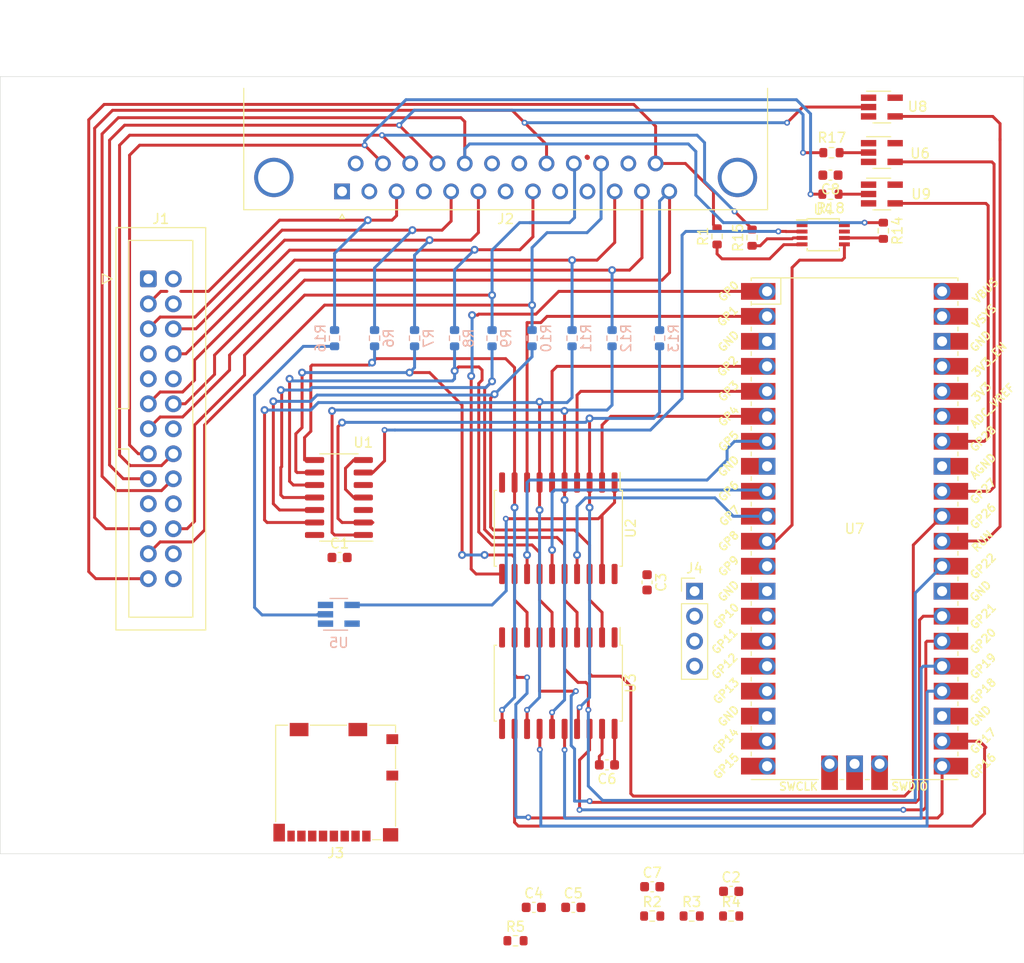
<source format=kicad_pcb>
(kicad_pcb (version 20171130) (host pcbnew "(5.1.10)-1")

  (general
    (thickness 1.6)
    (drawings 4)
    (tracks 574)
    (zones 0)
    (modules 39)
    (nets 66)
  )

  (page A4)
  (layers
    (0 F.Cu signal)
    (31 B.Cu signal)
    (32 B.Adhes user)
    (33 F.Adhes user)
    (34 B.Paste user)
    (35 F.Paste user)
    (36 B.SilkS user)
    (37 F.SilkS user)
    (38 B.Mask user)
    (39 F.Mask user)
    (40 Dwgs.User user)
    (41 Cmts.User user)
    (42 Eco1.User user)
    (43 Eco2.User user)
    (44 Edge.Cuts user)
    (45 Margin user)
    (46 B.CrtYd user)
    (47 F.CrtYd user)
    (48 B.Fab user)
    (49 F.Fab user)
  )

  (setup
    (last_trace_width 0.3)
    (user_trace_width 0.3)
    (trace_clearance 0.3)
    (zone_clearance 0.508)
    (zone_45_only no)
    (trace_min 0.3)
    (via_size 0.6)
    (via_drill 0.3)
    (via_min_size 0.6)
    (via_min_drill 0.3)
    (user_via 0.6 0.3)
    (uvia_size 0.3)
    (uvia_drill 0.1)
    (uvias_allowed no)
    (uvia_min_size 0.2)
    (uvia_min_drill 0.1)
    (edge_width 0.05)
    (segment_width 0.2)
    (pcb_text_width 0.3)
    (pcb_text_size 1.5 1.5)
    (mod_edge_width 0.12)
    (mod_text_size 1 1)
    (mod_text_width 0.15)
    (pad_size 1.524 1.524)
    (pad_drill 0.762)
    (pad_to_mask_clearance 0)
    (aux_axis_origin 0 0)
    (visible_elements 7FFFFFFF)
    (pcbplotparams
      (layerselection 0x010fc_ffffffff)
      (usegerberextensions false)
      (usegerberattributes true)
      (usegerberadvancedattributes true)
      (creategerberjobfile true)
      (excludeedgelayer true)
      (linewidth 0.100000)
      (plotframeref false)
      (viasonmask false)
      (mode 1)
      (useauxorigin false)
      (hpglpennumber 1)
      (hpglpenspeed 20)
      (hpglpendiameter 15.000000)
      (psnegative false)
      (psa4output false)
      (plotreference true)
      (plotvalue true)
      (plotinvisibletext false)
      (padsonsilk false)
      (subtractmaskfromsilk false)
      (outputformat 1)
      (mirror false)
      (drillshape 1)
      (scaleselection 1)
      (outputdirectory ""))
  )

  (net 0 "")
  (net 1 GND)
  (net 2 +3V3)
  (net 3 /D3)
  (net 4 /~PPARITY)
  (net 5 /~PBSY)
  (net 6 /D6)
  (net 7 /D2)
  (net 8 /D1)
  (net 9 /D4)
  (net 10 /~PRES)
  (net 11 /~PCMD)
  (net 12 /~PSTRB)
  (net 13 /D7)
  (net 14 /D5)
  (net 15 /D0)
  (net 16 /PR~W)
  (net 17 /SD_MISO)
  (net 18 /SD_SCK)
  (net 19 /SD_MOSI)
  (net 20 /SD_CS)
  (net 21 /SCL)
  (net 22 /SDA)
  (net 23 /PD0)
  (net 24 /PD1)
  (net 25 /PD2)
  (net 26 /PD3)
  (net 27 /PD4)
  (net 28 /PD5)
  (net 29 /PD6)
  (net 30 /PD7)
  (net 31 "Net-(U1-Pad6)")
  (net 32 /OD7)
  (net 33 /OD6)
  (net 34 /OD5)
  (net 35 /OD4)
  (net 36 /OD3)
  (net 37 /OD2)
  (net 38 /OD1)
  (net 39 /OD0)
  (net 40 /ID0)
  (net 41 /ID1)
  (net 42 /ID2)
  (net 43 /ID3)
  (net 44 /ID4)
  (net 45 /ID5)
  (net 46 /ID6)
  (net 47 /ID7)
  (net 48 "Net-(U7-Pad43)")
  (net 49 "Net-(U7-Pad42)")
  (net 50 "Net-(U7-Pad41)")
  (net 51 /RUN)
  (net 52 "Net-(U7-Pad35)")
  (net 53 "Net-(U7-Pad37)")
  (net 54 "Net-(U7-Pad40)")
  (net 55 +5VL)
  (net 56 /~R~W)
  (net 57 /BSY)
  (net 58 "Net-(R14-Pad2)")
  (net 59 "Net-(R17-Pad1)")
  (net 60 "Net-(R18-Pad1)")
  (net 61 "Net-(R15-Pad1)")
  (net 62 "Net-(R16-Pad2)")
  (net 63 /CMD)
  (net 64 /STRB)
  (net 65 /PCHK)

  (net_class Default "This is the default net class."
    (clearance 0.3)
    (trace_width 0.3)
    (via_dia 0.6)
    (via_drill 0.3)
    (uvia_dia 0.3)
    (uvia_drill 0.1)
    (diff_pair_width 0.3)
    (diff_pair_gap 0.3)
    (add_net /BSY)
    (add_net /CMD)
    (add_net /D0)
    (add_net /D1)
    (add_net /D2)
    (add_net /D3)
    (add_net /D4)
    (add_net /D5)
    (add_net /D6)
    (add_net /D7)
    (add_net /ID0)
    (add_net /ID1)
    (add_net /ID2)
    (add_net /ID3)
    (add_net /ID4)
    (add_net /ID5)
    (add_net /ID6)
    (add_net /ID7)
    (add_net /OD0)
    (add_net /OD1)
    (add_net /OD2)
    (add_net /OD3)
    (add_net /OD4)
    (add_net /OD5)
    (add_net /OD6)
    (add_net /OD7)
    (add_net /PCHK)
    (add_net /PD0)
    (add_net /PD1)
    (add_net /PD2)
    (add_net /PD3)
    (add_net /PD4)
    (add_net /PD5)
    (add_net /PD6)
    (add_net /PD7)
    (add_net /PR~W)
    (add_net /RUN)
    (add_net /SCL)
    (add_net /SDA)
    (add_net /SD_CS)
    (add_net /SD_MISO)
    (add_net /SD_SCK)
    (add_net /STRB)
    (add_net /~PBSY)
    (add_net /~PCMD)
    (add_net /~PPARITY)
    (add_net /~PRES)
    (add_net /~PSTRB)
    (add_net /~R~W)
    (add_net "Net-(R14-Pad2)")
    (add_net "Net-(R15-Pad1)")
    (add_net "Net-(R16-Pad2)")
    (add_net "Net-(R17-Pad1)")
    (add_net "Net-(R18-Pad1)")
    (add_net "Net-(U1-Pad6)")
    (add_net "Net-(U7-Pad35)")
    (add_net "Net-(U7-Pad37)")
    (add_net "Net-(U7-Pad40)")
    (add_net "Net-(U7-Pad41)")
    (add_net "Net-(U7-Pad42)")
    (add_net "Net-(U7-Pad43)")
  )

  (net_class Power ""
    (clearance 0.3)
    (trace_width 0.5)
    (via_dia 0.6)
    (via_drill 0.3)
    (uvia_dia 0.3)
    (uvia_drill 0.1)
    (diff_pair_width 0.3)
    (diff_pair_gap 0.3)
    (add_net +3V3)
    (add_net +5VL)
    (add_net /SD_MOSI)
    (add_net GND)
  )

  (module Package_TO_SOT_SMD:SOT-23-5_HandSoldering (layer F.Cu) (tedit 5A0AB76C) (tstamp 6124086C)
    (at 180.5724 66.9392)
    (descr "5-pin SOT23 package")
    (tags "SOT-23-5 hand-soldering")
    (path /615394C7)
    (attr smd)
    (fp_text reference U9 (at 3.984 0.0152) (layer F.SilkS)
      (effects (font (size 1 1) (thickness 0.15)))
    )
    (fp_text value 74LVC1G04 (at 0 2.9) (layer F.Fab)
      (effects (font (size 1 1) (thickness 0.15)))
    )
    (fp_line (start -0.9 1.61) (end 0.9 1.61) (layer F.SilkS) (width 0.12))
    (fp_line (start 0.9 -1.61) (end -1.55 -1.61) (layer F.SilkS) (width 0.12))
    (fp_line (start -0.9 -0.9) (end -0.25 -1.55) (layer F.Fab) (width 0.1))
    (fp_line (start 0.9 -1.55) (end -0.25 -1.55) (layer F.Fab) (width 0.1))
    (fp_line (start -0.9 -0.9) (end -0.9 1.55) (layer F.Fab) (width 0.1))
    (fp_line (start 0.9 1.55) (end -0.9 1.55) (layer F.Fab) (width 0.1))
    (fp_line (start 0.9 -1.55) (end 0.9 1.55) (layer F.Fab) (width 0.1))
    (fp_line (start -2.38 -1.8) (end 2.38 -1.8) (layer F.CrtYd) (width 0.05))
    (fp_line (start -2.38 -1.8) (end -2.38 1.8) (layer F.CrtYd) (width 0.05))
    (fp_line (start 2.38 1.8) (end 2.38 -1.8) (layer F.CrtYd) (width 0.05))
    (fp_line (start 2.38 1.8) (end -2.38 1.8) (layer F.CrtYd) (width 0.05))
    (fp_text user %R (at 0 0 90) (layer F.Fab)
      (effects (font (size 0.5 0.5) (thickness 0.075)))
    )
    (pad 5 smd rect (at 1.35 -0.95) (size 1.56 0.65) (layers F.Cu F.Paste F.Mask)
      (net 2 +3V3))
    (pad 4 smd rect (at 1.35 0.95) (size 1.56 0.65) (layers F.Cu F.Paste F.Mask)
      (net 64 /STRB))
    (pad 3 smd rect (at -1.35 0.95) (size 1.56 0.65) (layers F.Cu F.Paste F.Mask)
      (net 1 GND))
    (pad 2 smd rect (at -1.35 0) (size 1.56 0.65) (layers F.Cu F.Paste F.Mask)
      (net 60 "Net-(R18-Pad1)"))
    (pad 1 smd rect (at -1.35 -0.95) (size 1.56 0.65) (layers F.Cu F.Paste F.Mask))
    (model ${KISYS3DMOD}/Package_TO_SOT_SMD.3dshapes/SOT-23-5.wrl
      (at (xyz 0 0 0))
      (scale (xyz 1 1 1))
      (rotate (xyz 0 0 0))
    )
  )

  (module Connector_IDC:IDC-Header_2x13_P2.54mm_Vertical (layer F.Cu) (tedit 5EAC9A07) (tstamp 6113DBE8)
    (at 106.045 75.565)
    (descr "Through hole IDC box header, 2x13, 2.54mm pitch, DIN 41651 / IEC 60603-13, double rows, https://docs.google.com/spreadsheets/d/16SsEcesNF15N3Lb4niX7dcUr-NY5_MFPQhobNuNppn4/edit#gid=0")
    (tags "Through hole vertical IDC box header THT 2x13 2.54mm double row")
    (path /60ED6C71)
    (fp_text reference J1 (at 1.27 -6.1) (layer F.SilkS)
      (effects (font (size 1 1) (thickness 0.15)))
    )
    (fp_text value Parallel (at 1.27 36.58) (layer F.Fab)
      (effects (font (size 1 1) (thickness 0.15)))
    )
    (fp_line (start 6.22 -5.6) (end -3.68 -5.6) (layer F.CrtYd) (width 0.05))
    (fp_line (start 6.22 36.08) (end 6.22 -5.6) (layer F.CrtYd) (width 0.05))
    (fp_line (start -3.68 36.08) (end 6.22 36.08) (layer F.CrtYd) (width 0.05))
    (fp_line (start -3.68 -5.6) (end -3.68 36.08) (layer F.CrtYd) (width 0.05))
    (fp_line (start -4.68 0.5) (end -3.68 0) (layer F.SilkS) (width 0.12))
    (fp_line (start -4.68 -0.5) (end -4.68 0.5) (layer F.SilkS) (width 0.12))
    (fp_line (start -3.68 0) (end -4.68 -0.5) (layer F.SilkS) (width 0.12))
    (fp_line (start -1.98 17.29) (end -3.29 17.29) (layer F.SilkS) (width 0.12))
    (fp_line (start -1.98 17.29) (end -1.98 17.29) (layer F.SilkS) (width 0.12))
    (fp_line (start -1.98 34.39) (end -1.98 17.29) (layer F.SilkS) (width 0.12))
    (fp_line (start 4.52 34.39) (end -1.98 34.39) (layer F.SilkS) (width 0.12))
    (fp_line (start 4.52 -3.91) (end 4.52 34.39) (layer F.SilkS) (width 0.12))
    (fp_line (start -1.98 -3.91) (end 4.52 -3.91) (layer F.SilkS) (width 0.12))
    (fp_line (start -1.98 13.19) (end -1.98 -3.91) (layer F.SilkS) (width 0.12))
    (fp_line (start -3.29 13.19) (end -1.98 13.19) (layer F.SilkS) (width 0.12))
    (fp_line (start -3.29 35.69) (end -3.29 -5.21) (layer F.SilkS) (width 0.12))
    (fp_line (start 5.83 35.69) (end -3.29 35.69) (layer F.SilkS) (width 0.12))
    (fp_line (start 5.83 -5.21) (end 5.83 35.69) (layer F.SilkS) (width 0.12))
    (fp_line (start -3.29 -5.21) (end 5.83 -5.21) (layer F.SilkS) (width 0.12))
    (fp_line (start -1.98 17.29) (end -3.18 17.29) (layer F.Fab) (width 0.1))
    (fp_line (start -1.98 17.29) (end -1.98 17.29) (layer F.Fab) (width 0.1))
    (fp_line (start -1.98 34.39) (end -1.98 17.29) (layer F.Fab) (width 0.1))
    (fp_line (start 4.52 34.39) (end -1.98 34.39) (layer F.Fab) (width 0.1))
    (fp_line (start 4.52 -3.91) (end 4.52 34.39) (layer F.Fab) (width 0.1))
    (fp_line (start -1.98 -3.91) (end 4.52 -3.91) (layer F.Fab) (width 0.1))
    (fp_line (start -1.98 13.19) (end -1.98 -3.91) (layer F.Fab) (width 0.1))
    (fp_line (start -3.18 13.19) (end -1.98 13.19) (layer F.Fab) (width 0.1))
    (fp_line (start -3.18 35.58) (end -3.18 -4.1) (layer F.Fab) (width 0.1))
    (fp_line (start 5.72 35.58) (end -3.18 35.58) (layer F.Fab) (width 0.1))
    (fp_line (start 5.72 -5.1) (end 5.72 35.58) (layer F.Fab) (width 0.1))
    (fp_line (start -2.18 -5.1) (end 5.72 -5.1) (layer F.Fab) (width 0.1))
    (fp_line (start -3.18 -4.1) (end -2.18 -5.1) (layer F.Fab) (width 0.1))
    (fp_text user %R (at 1.27 15.24 90) (layer F.Fab)
      (effects (font (size 1 1) (thickness 0.15)))
    )
    (pad 26 thru_hole circle (at 2.54 30.48) (size 1.7 1.7) (drill 1) (layers *.Cu *.Mask)
      (net 1 GND))
    (pad 24 thru_hole circle (at 2.54 27.94) (size 1.7 1.7) (drill 1) (layers *.Cu *.Mask)
      (net 1 GND))
    (pad 22 thru_hole circle (at 2.54 25.4) (size 1.7 1.7) (drill 1) (layers *.Cu *.Mask)
      (net 3 /D3))
    (pad 20 thru_hole circle (at 2.54 22.86) (size 1.7 1.7) (drill 1) (layers *.Cu *.Mask)
      (net 1 GND))
    (pad 18 thru_hole circle (at 2.54 20.32) (size 1.7 1.7) (drill 1) (layers *.Cu *.Mask)
      (net 4 /~PPARITY))
    (pad 16 thru_hole circle (at 2.54 17.78) (size 1.7 1.7) (drill 1) (layers *.Cu *.Mask)
      (net 5 /~PBSY))
    (pad 14 thru_hole circle (at 2.54 15.24) (size 1.7 1.7) (drill 1) (layers *.Cu *.Mask)
      (net 1 GND))
    (pad 12 thru_hole circle (at 2.54 12.7) (size 1.7 1.7) (drill 1) (layers *.Cu *.Mask)
      (net 6 /D6))
    (pad 10 thru_hole circle (at 2.54 10.16) (size 1.7 1.7) (drill 1) (layers *.Cu *.Mask)
      (net 1 GND))
    (pad 8 thru_hole circle (at 2.54 7.62) (size 1.7 1.7) (drill 1) (layers *.Cu *.Mask)
      (net 7 /D2))
    (pad 6 thru_hole circle (at 2.54 5.08) (size 1.7 1.7) (drill 1) (layers *.Cu *.Mask)
      (net 8 /D1))
    (pad 4 thru_hole circle (at 2.54 2.54) (size 1.7 1.7) (drill 1) (layers *.Cu *.Mask)
      (net 1 GND))
    (pad 2 thru_hole circle (at 2.54 0) (size 1.7 1.7) (drill 1) (layers *.Cu *.Mask)
      (net 1 GND))
    (pad 25 thru_hole circle (at 0 30.48) (size 1.7 1.7) (drill 1) (layers *.Cu *.Mask)
      (net 65 /PCHK))
    (pad 23 thru_hole circle (at 0 27.94) (size 1.7 1.7) (drill 1) (layers *.Cu *.Mask)
      (net 9 /D4))
    (pad 21 thru_hole circle (at 0 25.4) (size 1.7 1.7) (drill 1) (layers *.Cu *.Mask)
      (net 10 /~PRES))
    (pad 19 thru_hole circle (at 0 22.86) (size 1.7 1.7) (drill 1) (layers *.Cu *.Mask)
      (net 1 GND))
    (pad 17 thru_hole circle (at 0 20.32) (size 1.7 1.7) (drill 1) (layers *.Cu *.Mask)
      (net 11 /~PCMD))
    (pad 15 thru_hole circle (at 0 17.78) (size 1.7 1.7) (drill 1) (layers *.Cu *.Mask)
      (net 12 /~PSTRB))
    (pad 13 thru_hole circle (at 0 15.24) (size 1.7 1.7) (drill 1) (layers *.Cu *.Mask)
      (net 13 /D7))
    (pad 11 thru_hole circle (at 0 12.7) (size 1.7 1.7) (drill 1) (layers *.Cu *.Mask)
      (net 14 /D5))
    (pad 9 thru_hole circle (at 0 10.16) (size 1.7 1.7) (drill 1) (layers *.Cu *.Mask)
      (net 1 GND))
    (pad 7 thru_hole circle (at 0 7.62) (size 1.7 1.7) (drill 1) (layers *.Cu *.Mask))
    (pad 5 thru_hole circle (at 0 5.08) (size 1.7 1.7) (drill 1) (layers *.Cu *.Mask)
      (net 15 /D0))
    (pad 3 thru_hole circle (at 0 2.54) (size 1.7 1.7) (drill 1) (layers *.Cu *.Mask)
      (net 16 /PR~W))
    (pad 1 thru_hole roundrect (at 0 0) (size 1.7 1.7) (drill 1) (layers *.Cu *.Mask) (roundrect_rratio 0.147059))
    (model ${KISYS3DMOD}/Connector_IDC.3dshapes/IDC-Header_2x13_P2.54mm_Vertical.wrl
      (at (xyz 0 0 0))
      (scale (xyz 1 1 1))
      (rotate (xyz 0 0 0))
    )
  )

  (module Resistor_SMD:R_0603_1608Metric (layer F.Cu) (tedit 5F68FEEE) (tstamp 6123E2C4)
    (at 163.83 71.247 90)
    (descr "Resistor SMD 0603 (1608 Metric), square (rectangular) end terminal, IPC_7351 nominal, (Body size source: IPC-SM-782 page 72, https://www.pcb-3d.com/wordpress/wp-content/uploads/ipc-sm-782a_amendment_1_and_2.pdf), generated with kicad-footprint-generator")
    (tags resistor)
    (path /612A2938)
    (attr smd)
    (fp_text reference R1 (at 0 -1.43 90) (layer F.SilkS)
      (effects (font (size 1 1) (thickness 0.15)))
    )
    (fp_text value 0 (at 0 1.43 90) (layer F.Fab)
      (effects (font (size 1 1) (thickness 0.15)))
    )
    (fp_line (start -0.8 0.4125) (end -0.8 -0.4125) (layer F.Fab) (width 0.1))
    (fp_line (start -0.8 -0.4125) (end 0.8 -0.4125) (layer F.Fab) (width 0.1))
    (fp_line (start 0.8 -0.4125) (end 0.8 0.4125) (layer F.Fab) (width 0.1))
    (fp_line (start 0.8 0.4125) (end -0.8 0.4125) (layer F.Fab) (width 0.1))
    (fp_line (start -0.237258 -0.5225) (end 0.237258 -0.5225) (layer F.SilkS) (width 0.12))
    (fp_line (start -0.237258 0.5225) (end 0.237258 0.5225) (layer F.SilkS) (width 0.12))
    (fp_line (start -1.48 0.73) (end -1.48 -0.73) (layer F.CrtYd) (width 0.05))
    (fp_line (start -1.48 -0.73) (end 1.48 -0.73) (layer F.CrtYd) (width 0.05))
    (fp_line (start 1.48 -0.73) (end 1.48 0.73) (layer F.CrtYd) (width 0.05))
    (fp_line (start 1.48 0.73) (end -1.48 0.73) (layer F.CrtYd) (width 0.05))
    (fp_text user %R (at 0 0 90) (layer F.Fab)
      (effects (font (size 0.4 0.4) (thickness 0.06)))
    )
    (pad 2 smd roundrect (at 0.825 0 90) (size 0.8 0.95) (layers F.Cu F.Paste F.Mask) (roundrect_rratio 0.25)
      (net 65 /PCHK))
    (pad 1 smd roundrect (at -0.825 0 90) (size 0.8 0.95) (layers F.Cu F.Paste F.Mask) (roundrect_rratio 0.25)
      (net 1 GND))
    (model ${KISYS3DMOD}/Resistor_SMD.3dshapes/R_0603_1608Metric.wrl
      (at (xyz 0 0 0))
      (scale (xyz 1 1 1))
      (rotate (xyz 0 0 0))
    )
  )

  (module Package_TO_SOT_SMD:SOT-23-5_HandSoldering (layer F.Cu) (tedit 5A0AB76C) (tstamp 612406A5)
    (at 180.5724 62.7228)
    (descr "5-pin SOT23 package")
    (tags "SOT-23-5 hand-soldering")
    (path /6134DF7E)
    (attr smd)
    (fp_text reference U6 (at 3.8824 0.0864) (layer F.SilkS)
      (effects (font (size 1 1) (thickness 0.15)))
    )
    (fp_text value 74LVC1G04 (at 0 2.9) (layer F.Fab)
      (effects (font (size 1 1) (thickness 0.15)))
    )
    (fp_line (start -0.9 1.61) (end 0.9 1.61) (layer F.SilkS) (width 0.12))
    (fp_line (start 0.9 -1.61) (end -1.55 -1.61) (layer F.SilkS) (width 0.12))
    (fp_line (start -0.9 -0.9) (end -0.25 -1.55) (layer F.Fab) (width 0.1))
    (fp_line (start 0.9 -1.55) (end -0.25 -1.55) (layer F.Fab) (width 0.1))
    (fp_line (start -0.9 -0.9) (end -0.9 1.55) (layer F.Fab) (width 0.1))
    (fp_line (start 0.9 1.55) (end -0.9 1.55) (layer F.Fab) (width 0.1))
    (fp_line (start 0.9 -1.55) (end 0.9 1.55) (layer F.Fab) (width 0.1))
    (fp_line (start -2.38 -1.8) (end 2.38 -1.8) (layer F.CrtYd) (width 0.05))
    (fp_line (start -2.38 -1.8) (end -2.38 1.8) (layer F.CrtYd) (width 0.05))
    (fp_line (start 2.38 1.8) (end 2.38 -1.8) (layer F.CrtYd) (width 0.05))
    (fp_line (start 2.38 1.8) (end -2.38 1.8) (layer F.CrtYd) (width 0.05))
    (fp_text user %R (at 0 0 90) (layer F.Fab)
      (effects (font (size 0.5 0.5) (thickness 0.075)))
    )
    (pad 5 smd rect (at 1.35 -0.95) (size 1.56 0.65) (layers F.Cu F.Paste F.Mask)
      (net 2 +3V3))
    (pad 4 smd rect (at 1.35 0.95) (size 1.56 0.65) (layers F.Cu F.Paste F.Mask)
      (net 63 /CMD))
    (pad 3 smd rect (at -1.35 0.95) (size 1.56 0.65) (layers F.Cu F.Paste F.Mask)
      (net 1 GND))
    (pad 2 smd rect (at -1.35 0) (size 1.56 0.65) (layers F.Cu F.Paste F.Mask)
      (net 59 "Net-(R17-Pad1)"))
    (pad 1 smd rect (at -1.35 -0.95) (size 1.56 0.65) (layers F.Cu F.Paste F.Mask))
    (model ${KISYS3DMOD}/Package_TO_SOT_SMD.3dshapes/SOT-23-5.wrl
      (at (xyz 0 0 0))
      (scale (xyz 1 1 1))
      (rotate (xyz 0 0 0))
    )
  )

  (module Resistor_SMD:R_0603_1608Metric (layer F.Cu) (tedit 5F68FEEE) (tstamp 61206C90)
    (at 167.386 71.374 90)
    (descr "Resistor SMD 0603 (1608 Metric), square (rectangular) end terminal, IPC_7351 nominal, (Body size source: IPC-SM-782 page 72, https://www.pcb-3d.com/wordpress/wp-content/uploads/ipc-sm-782a_amendment_1_and_2.pdf), generated with kicad-footprint-generator")
    (tags resistor)
    (path /614C1119)
    (attr smd)
    (fp_text reference R15 (at 0 -1.43 90) (layer F.SilkS)
      (effects (font (size 1 1) (thickness 0.15)))
    )
    (fp_text value 100 (at 0 1.43 90) (layer F.Fab)
      (effects (font (size 1 1) (thickness 0.15)))
    )
    (fp_line (start 1.48 0.73) (end -1.48 0.73) (layer F.CrtYd) (width 0.05))
    (fp_line (start 1.48 -0.73) (end 1.48 0.73) (layer F.CrtYd) (width 0.05))
    (fp_line (start -1.48 -0.73) (end 1.48 -0.73) (layer F.CrtYd) (width 0.05))
    (fp_line (start -1.48 0.73) (end -1.48 -0.73) (layer F.CrtYd) (width 0.05))
    (fp_line (start -0.237258 0.5225) (end 0.237258 0.5225) (layer F.SilkS) (width 0.12))
    (fp_line (start -0.237258 -0.5225) (end 0.237258 -0.5225) (layer F.SilkS) (width 0.12))
    (fp_line (start 0.8 0.4125) (end -0.8 0.4125) (layer F.Fab) (width 0.1))
    (fp_line (start 0.8 -0.4125) (end 0.8 0.4125) (layer F.Fab) (width 0.1))
    (fp_line (start -0.8 -0.4125) (end 0.8 -0.4125) (layer F.Fab) (width 0.1))
    (fp_line (start -0.8 0.4125) (end -0.8 -0.4125) (layer F.Fab) (width 0.1))
    (fp_text user %R (at 0 0 90) (layer F.Fab)
      (effects (font (size 0.4 0.4) (thickness 0.06)))
    )
    (pad 2 smd roundrect (at 0.825 0 90) (size 0.8 0.95) (layers F.Cu F.Paste F.Mask) (roundrect_rratio 0.25)
      (net 5 /~PBSY))
    (pad 1 smd roundrect (at -0.825 0 90) (size 0.8 0.95) (layers F.Cu F.Paste F.Mask) (roundrect_rratio 0.25)
      (net 61 "Net-(R15-Pad1)"))
    (model ${KISYS3DMOD}/Resistor_SMD.3dshapes/R_0603_1608Metric.wrl
      (at (xyz 0 0 0))
      (scale (xyz 1 1 1))
      (rotate (xyz 0 0 0))
    )
  )

  (module Resistor_SMD:R_0603_1608Metric (layer F.Cu) (tedit 5F68FEEE) (tstamp 611FE2E2)
    (at 175.3494 66.9544 180)
    (descr "Resistor SMD 0603 (1608 Metric), square (rectangular) end terminal, IPC_7351 nominal, (Body size source: IPC-SM-782 page 72, https://www.pcb-3d.com/wordpress/wp-content/uploads/ipc-sm-782a_amendment_1_and_2.pdf), generated with kicad-footprint-generator")
    (tags resistor)
    (path /6133DE3C)
    (attr smd)
    (fp_text reference R18 (at 0 -1.43) (layer F.SilkS)
      (effects (font (size 1 1) (thickness 0.15)))
    )
    (fp_text value 100 (at 0 1.43) (layer F.Fab)
      (effects (font (size 1 1) (thickness 0.15)))
    )
    (fp_line (start 1.48 0.73) (end -1.48 0.73) (layer F.CrtYd) (width 0.05))
    (fp_line (start 1.48 -0.73) (end 1.48 0.73) (layer F.CrtYd) (width 0.05))
    (fp_line (start -1.48 -0.73) (end 1.48 -0.73) (layer F.CrtYd) (width 0.05))
    (fp_line (start -1.48 0.73) (end -1.48 -0.73) (layer F.CrtYd) (width 0.05))
    (fp_line (start -0.237258 0.5225) (end 0.237258 0.5225) (layer F.SilkS) (width 0.12))
    (fp_line (start -0.237258 -0.5225) (end 0.237258 -0.5225) (layer F.SilkS) (width 0.12))
    (fp_line (start 0.8 0.4125) (end -0.8 0.4125) (layer F.Fab) (width 0.1))
    (fp_line (start 0.8 -0.4125) (end 0.8 0.4125) (layer F.Fab) (width 0.1))
    (fp_line (start -0.8 -0.4125) (end 0.8 -0.4125) (layer F.Fab) (width 0.1))
    (fp_line (start -0.8 0.4125) (end -0.8 -0.4125) (layer F.Fab) (width 0.1))
    (fp_text user %R (at 0 0) (layer F.Fab)
      (effects (font (size 0.4 0.4) (thickness 0.06)))
    )
    (pad 2 smd roundrect (at 0.825 0 180) (size 0.8 0.95) (layers F.Cu F.Paste F.Mask) (roundrect_rratio 0.25)
      (net 12 /~PSTRB))
    (pad 1 smd roundrect (at -0.825 0 180) (size 0.8 0.95) (layers F.Cu F.Paste F.Mask) (roundrect_rratio 0.25)
      (net 60 "Net-(R18-Pad1)"))
    (model ${KISYS3DMOD}/Resistor_SMD.3dshapes/R_0603_1608Metric.wrl
      (at (xyz 0 0 0))
      (scale (xyz 1 1 1))
      (rotate (xyz 0 0 0))
    )
  )

  (module Resistor_SMD:R_0603_1608Metric (layer F.Cu) (tedit 5F68FEEE) (tstamp 611FE2D1)
    (at 175.451 62.738 180)
    (descr "Resistor SMD 0603 (1608 Metric), square (rectangular) end terminal, IPC_7351 nominal, (Body size source: IPC-SM-782 page 72, https://www.pcb-3d.com/wordpress/wp-content/uploads/ipc-sm-782a_amendment_1_and_2.pdf), generated with kicad-footprint-generator")
    (tags resistor)
    (path /6133D9F7)
    (attr smd)
    (fp_text reference R17 (at -0.0386 1.524) (layer F.SilkS)
      (effects (font (size 1 1) (thickness 0.15)))
    )
    (fp_text value 100 (at 0 1.43) (layer F.Fab)
      (effects (font (size 1 1) (thickness 0.15)))
    )
    (fp_line (start 1.48 0.73) (end -1.48 0.73) (layer F.CrtYd) (width 0.05))
    (fp_line (start 1.48 -0.73) (end 1.48 0.73) (layer F.CrtYd) (width 0.05))
    (fp_line (start -1.48 -0.73) (end 1.48 -0.73) (layer F.CrtYd) (width 0.05))
    (fp_line (start -1.48 0.73) (end -1.48 -0.73) (layer F.CrtYd) (width 0.05))
    (fp_line (start -0.237258 0.5225) (end 0.237258 0.5225) (layer F.SilkS) (width 0.12))
    (fp_line (start -0.237258 -0.5225) (end 0.237258 -0.5225) (layer F.SilkS) (width 0.12))
    (fp_line (start 0.8 0.4125) (end -0.8 0.4125) (layer F.Fab) (width 0.1))
    (fp_line (start 0.8 -0.4125) (end 0.8 0.4125) (layer F.Fab) (width 0.1))
    (fp_line (start -0.8 -0.4125) (end 0.8 -0.4125) (layer F.Fab) (width 0.1))
    (fp_line (start -0.8 0.4125) (end -0.8 -0.4125) (layer F.Fab) (width 0.1))
    (fp_text user %R (at 0 0) (layer F.Fab)
      (effects (font (size 0.4 0.4) (thickness 0.06)))
    )
    (pad 2 smd roundrect (at 0.825 0 180) (size 0.8 0.95) (layers F.Cu F.Paste F.Mask) (roundrect_rratio 0.25)
      (net 11 /~PCMD))
    (pad 1 smd roundrect (at -0.825 0 180) (size 0.8 0.95) (layers F.Cu F.Paste F.Mask) (roundrect_rratio 0.25)
      (net 59 "Net-(R17-Pad1)"))
    (model ${KISYS3DMOD}/Resistor_SMD.3dshapes/R_0603_1608Metric.wrl
      (at (xyz 0 0 0))
      (scale (xyz 1 1 1))
      (rotate (xyz 0 0 0))
    )
  )

  (module Resistor_SMD:R_0603_1608Metric (layer B.Cu) (tedit 5F68FEEE) (tstamp 611FE2C0)
    (at 124.968 81.597 270)
    (descr "Resistor SMD 0603 (1608 Metric), square (rectangular) end terminal, IPC_7351 nominal, (Body size source: IPC-SM-782 page 72, https://www.pcb-3d.com/wordpress/wp-content/uploads/ipc-sm-782a_amendment_1_and_2.pdf), generated with kicad-footprint-generator")
    (tags resistor)
    (path /6133D368)
    (attr smd)
    (fp_text reference R16 (at 0 1.43 270) (layer B.SilkS)
      (effects (font (size 1 1) (thickness 0.15)) (justify mirror))
    )
    (fp_text value 100 (at 0 -1.43 270) (layer B.Fab)
      (effects (font (size 1 1) (thickness 0.15)) (justify mirror))
    )
    (fp_line (start 1.48 -0.73) (end -1.48 -0.73) (layer B.CrtYd) (width 0.05))
    (fp_line (start 1.48 0.73) (end 1.48 -0.73) (layer B.CrtYd) (width 0.05))
    (fp_line (start -1.48 0.73) (end 1.48 0.73) (layer B.CrtYd) (width 0.05))
    (fp_line (start -1.48 -0.73) (end -1.48 0.73) (layer B.CrtYd) (width 0.05))
    (fp_line (start -0.237258 -0.5225) (end 0.237258 -0.5225) (layer B.SilkS) (width 0.12))
    (fp_line (start -0.237258 0.5225) (end 0.237258 0.5225) (layer B.SilkS) (width 0.12))
    (fp_line (start 0.8 -0.4125) (end -0.8 -0.4125) (layer B.Fab) (width 0.1))
    (fp_line (start 0.8 0.4125) (end 0.8 -0.4125) (layer B.Fab) (width 0.1))
    (fp_line (start -0.8 0.4125) (end 0.8 0.4125) (layer B.Fab) (width 0.1))
    (fp_line (start -0.8 -0.4125) (end -0.8 0.4125) (layer B.Fab) (width 0.1))
    (fp_text user %R (at 0 0 270) (layer B.Fab)
      (effects (font (size 0.4 0.4) (thickness 0.06)) (justify mirror))
    )
    (pad 2 smd roundrect (at 0.825 0 270) (size 0.8 0.95) (layers B.Cu B.Paste B.Mask) (roundrect_rratio 0.25)
      (net 62 "Net-(R16-Pad2)"))
    (pad 1 smd roundrect (at -0.825 0 270) (size 0.8 0.95) (layers B.Cu B.Paste B.Mask) (roundrect_rratio 0.25)
      (net 16 /PR~W))
    (model ${KISYS3DMOD}/Resistor_SMD.3dshapes/R_0603_1608Metric.wrl
      (at (xyz 0 0 0))
      (scale (xyz 1 1 1))
      (rotate (xyz 0 0 0))
    )
  )

  (module Resistor_SMD:R_0603_1608Metric (layer F.Cu) (tedit 5F68FEEE) (tstamp 611FE29E)
    (at 180.721 70.675 270)
    (descr "Resistor SMD 0603 (1608 Metric), square (rectangular) end terminal, IPC_7351 nominal, (Body size source: IPC-SM-782 page 72, https://www.pcb-3d.com/wordpress/wp-content/uploads/ipc-sm-782a_amendment_1_and_2.pdf), generated with kicad-footprint-generator")
    (tags resistor)
    (path /612B4C09)
    (attr smd)
    (fp_text reference R14 (at 0 -1.43 90) (layer F.SilkS)
      (effects (font (size 1 1) (thickness 0.15)))
    )
    (fp_text value 100 (at 0 1.43 90) (layer F.Fab)
      (effects (font (size 1 1) (thickness 0.15)))
    )
    (fp_line (start 1.48 0.73) (end -1.48 0.73) (layer F.CrtYd) (width 0.05))
    (fp_line (start 1.48 -0.73) (end 1.48 0.73) (layer F.CrtYd) (width 0.05))
    (fp_line (start -1.48 -0.73) (end 1.48 -0.73) (layer F.CrtYd) (width 0.05))
    (fp_line (start -1.48 0.73) (end -1.48 -0.73) (layer F.CrtYd) (width 0.05))
    (fp_line (start -0.237258 0.5225) (end 0.237258 0.5225) (layer F.SilkS) (width 0.12))
    (fp_line (start -0.237258 -0.5225) (end 0.237258 -0.5225) (layer F.SilkS) (width 0.12))
    (fp_line (start 0.8 0.4125) (end -0.8 0.4125) (layer F.Fab) (width 0.1))
    (fp_line (start 0.8 -0.4125) (end 0.8 0.4125) (layer F.Fab) (width 0.1))
    (fp_line (start -0.8 -0.4125) (end 0.8 -0.4125) (layer F.Fab) (width 0.1))
    (fp_line (start -0.8 0.4125) (end -0.8 -0.4125) (layer F.Fab) (width 0.1))
    (fp_text user %R (at 0 0 90) (layer F.Fab)
      (effects (font (size 0.4 0.4) (thickness 0.06)))
    )
    (pad 2 smd roundrect (at 0.825 0 270) (size 0.8 0.95) (layers F.Cu F.Paste F.Mask) (roundrect_rratio 0.25)
      (net 58 "Net-(R14-Pad2)"))
    (pad 1 smd roundrect (at -0.825 0 270) (size 0.8 0.95) (layers F.Cu F.Paste F.Mask) (roundrect_rratio 0.25)
      (net 4 /~PPARITY))
    (model ${KISYS3DMOD}/Resistor_SMD.3dshapes/R_0603_1608Metric.wrl
      (at (xyz 0 0 0))
      (scale (xyz 1 1 1))
      (rotate (xyz 0 0 0))
    )
  )

  (module Connector_Dsub:DSUB-25_Female_Horizontal_P2.77x2.84mm_EdgePinOffset7.70mm_Housed_MountingHolesOffset9.12mm (layer F.Cu) (tedit 59FEDEE2) (tstamp 6113DC2C)
    (at 125.73 66.675 180)
    (descr "25-pin D-Sub connector, horizontal/angled (90 deg), THT-mount, female, pitch 2.77x2.84mm, pin-PCB-offset 7.699999999999999mm, distance of mounting holes 47.1mm, distance of mounting holes to PCB edge 9.12mm, see https://disti-assets.s3.amazonaws.com/tonar/files/datasheets/16730.pdf")
    (tags "25-pin D-Sub connector horizontal angled 90deg THT female pitch 2.77x2.84mm pin-PCB-offset 7.699999999999999mm mounting-holes-distance 47.1mm mounting-hole-offset 47.1mm")
    (path /612044DA)
    (fp_text reference J2 (at -16.62 -2.8) (layer F.SilkS)
      (effects (font (size 1 1) (thickness 0.15)))
    )
    (fp_text value DB25_Female (at -16.62 18.61) (layer F.Fab)
      (effects (font (size 1 1) (thickness 0.15)))
    )
    (fp_line (start 10.45 -2.35) (end -43.7 -2.35) (layer F.CrtYd) (width 0.05))
    (fp_line (start 10.45 17.65) (end 10.45 -2.35) (layer F.CrtYd) (width 0.05))
    (fp_line (start -43.7 17.65) (end 10.45 17.65) (layer F.CrtYd) (width 0.05))
    (fp_line (start -43.7 -2.35) (end -43.7 17.65) (layer F.CrtYd) (width 0.05))
    (fp_line (start 0 -2.321325) (end -0.25 -2.754338) (layer F.SilkS) (width 0.12))
    (fp_line (start 0.25 -2.754338) (end 0 -2.321325) (layer F.SilkS) (width 0.12))
    (fp_line (start -0.25 -2.754338) (end 0.25 -2.754338) (layer F.SilkS) (width 0.12))
    (fp_line (start 9.99 -1.86) (end 9.99 10.48) (layer F.SilkS) (width 0.12))
    (fp_line (start -43.23 -1.86) (end 9.99 -1.86) (layer F.SilkS) (width 0.12))
    (fp_line (start -43.23 10.48) (end -43.23 -1.86) (layer F.SilkS) (width 0.12))
    (fp_line (start 8.53 10.54) (end 8.53 1.42) (layer F.Fab) (width 0.1))
    (fp_line (start 5.33 10.54) (end 5.33 1.42) (layer F.Fab) (width 0.1))
    (fp_line (start -38.57 10.54) (end -38.57 1.42) (layer F.Fab) (width 0.1))
    (fp_line (start -41.77 10.54) (end -41.77 1.42) (layer F.Fab) (width 0.1))
    (fp_line (start 9.43 10.94) (end 4.43 10.94) (layer F.Fab) (width 0.1))
    (fp_line (start 9.43 15.94) (end 9.43 10.94) (layer F.Fab) (width 0.1))
    (fp_line (start 4.43 15.94) (end 9.43 15.94) (layer F.Fab) (width 0.1))
    (fp_line (start 4.43 10.94) (end 4.43 15.94) (layer F.Fab) (width 0.1))
    (fp_line (start -37.67 10.94) (end -42.67 10.94) (layer F.Fab) (width 0.1))
    (fp_line (start -37.67 15.94) (end -37.67 10.94) (layer F.Fab) (width 0.1))
    (fp_line (start -42.67 15.94) (end -37.67 15.94) (layer F.Fab) (width 0.1))
    (fp_line (start -42.67 10.94) (end -42.67 15.94) (layer F.Fab) (width 0.1))
    (fp_line (start 2.53 10.94) (end -35.77 10.94) (layer F.Fab) (width 0.1))
    (fp_line (start 2.53 17.11) (end 2.53 10.94) (layer F.Fab) (width 0.1))
    (fp_line (start -35.77 17.11) (end 2.53 17.11) (layer F.Fab) (width 0.1))
    (fp_line (start -35.77 10.94) (end -35.77 17.11) (layer F.Fab) (width 0.1))
    (fp_line (start 9.93 10.54) (end -43.17 10.54) (layer F.Fab) (width 0.1))
    (fp_line (start 9.93 10.94) (end 9.93 10.54) (layer F.Fab) (width 0.1))
    (fp_line (start -43.17 10.94) (end 9.93 10.94) (layer F.Fab) (width 0.1))
    (fp_line (start -43.17 10.54) (end -43.17 10.94) (layer F.Fab) (width 0.1))
    (fp_line (start 9.93 -1.8) (end -43.17 -1.8) (layer F.Fab) (width 0.1))
    (fp_line (start 9.93 10.54) (end 9.93 -1.8) (layer F.Fab) (width 0.1))
    (fp_line (start -43.17 10.54) (end 9.93 10.54) (layer F.Fab) (width 0.1))
    (fp_line (start -43.17 -1.8) (end -43.17 10.54) (layer F.Fab) (width 0.1))
    (fp_text user %R (at -16.62 14.025) (layer F.Fab)
      (effects (font (size 1 1) (thickness 0.15)))
    )
    (fp_arc (start 6.93 1.42) (end 5.33 1.42) (angle 180) (layer F.Fab) (width 0.1))
    (fp_arc (start -40.17 1.42) (end -41.77 1.42) (angle 180) (layer F.Fab) (width 0.1))
    (pad 0 thru_hole circle (at 6.93 1.42 180) (size 4 4) (drill 3.2) (layers *.Cu *.Mask))
    (pad 0 thru_hole circle (at -40.17 1.42 180) (size 4 4) (drill 3.2) (layers *.Cu *.Mask))
    (pad 25 thru_hole circle (at -31.855 2.84 180) (size 1.6 1.6) (drill 1) (layers *.Cu *.Mask)
      (net 65 /PCHK))
    (pad 24 thru_hole circle (at -29.085 2.84 180) (size 1.6 1.6) (drill 1) (layers *.Cu *.Mask)
      (net 1 GND))
    (pad 23 thru_hole circle (at -26.315 2.84 180) (size 1.6 1.6) (drill 1) (layers *.Cu *.Mask)
      (net 9 /D4))
    (pad 22 thru_hole circle (at -23.545 2.84 180) (size 1.6 1.6) (drill 1) (layers *.Cu *.Mask)
      (net 3 /D3))
    (pad 21 thru_hole circle (at -20.775 2.84 180) (size 1.6 1.6) (drill 1) (layers *.Cu *.Mask)
      (net 10 /~PRES))
    (pad 20 thru_hole circle (at -18.005 2.84 180) (size 1.6 1.6) (drill 1) (layers *.Cu *.Mask)
      (net 1 GND))
    (pad 19 thru_hole circle (at -15.235 2.84 180) (size 1.6 1.6) (drill 1) (layers *.Cu *.Mask)
      (net 1 GND))
    (pad 18 thru_hole circle (at -12.465 2.84 180) (size 1.6 1.6) (drill 1) (layers *.Cu *.Mask)
      (net 4 /~PPARITY))
    (pad 17 thru_hole circle (at -9.695 2.84 180) (size 1.6 1.6) (drill 1) (layers *.Cu *.Mask)
      (net 11 /~PCMD))
    (pad 16 thru_hole circle (at -6.925 2.84 180) (size 1.6 1.6) (drill 1) (layers *.Cu *.Mask)
      (net 5 /~PBSY))
    (pad 15 thru_hole circle (at -4.155 2.84 180) (size 1.6 1.6) (drill 1) (layers *.Cu *.Mask)
      (net 12 /~PSTRB))
    (pad 14 thru_hole circle (at -1.385 2.84 180) (size 1.6 1.6) (drill 1) (layers *.Cu *.Mask)
      (net 1 GND))
    (pad 13 thru_hole circle (at -33.24 0 180) (size 1.6 1.6) (drill 1) (layers *.Cu *.Mask)
      (net 13 /D7))
    (pad 12 thru_hole circle (at -30.47 0 180) (size 1.6 1.6) (drill 1) (layers *.Cu *.Mask)
      (net 6 /D6))
    (pad 11 thru_hole circle (at -27.7 0 180) (size 1.6 1.6) (drill 1) (layers *.Cu *.Mask)
      (net 14 /D5))
    (pad 10 thru_hole circle (at -24.93 0 180) (size 1.6 1.6) (drill 1) (layers *.Cu *.Mask)
      (net 1 GND))
    (pad 9 thru_hole circle (at -22.16 0 180) (size 1.6 1.6) (drill 1) (layers *.Cu *.Mask)
      (net 1 GND))
    (pad 8 thru_hole circle (at -19.39 0 180) (size 1.6 1.6) (drill 1) (layers *.Cu *.Mask)
      (net 7 /D2))
    (pad 7 thru_hole circle (at -16.62 0 180) (size 1.6 1.6) (drill 1) (layers *.Cu *.Mask))
    (pad 6 thru_hole circle (at -13.85 0 180) (size 1.6 1.6) (drill 1) (layers *.Cu *.Mask)
      (net 8 /D1))
    (pad 5 thru_hole circle (at -11.08 0 180) (size 1.6 1.6) (drill 1) (layers *.Cu *.Mask)
      (net 15 /D0))
    (pad 4 thru_hole circle (at -8.31 0 180) (size 1.6 1.6) (drill 1) (layers *.Cu *.Mask)
      (net 1 GND))
    (pad 3 thru_hole circle (at -5.54 0 180) (size 1.6 1.6) (drill 1) (layers *.Cu *.Mask)
      (net 16 /PR~W))
    (pad 2 thru_hole circle (at -2.77 0 180) (size 1.6 1.6) (drill 1) (layers *.Cu *.Mask)
      (net 1 GND))
    (pad 1 thru_hole rect (at 0 0 180) (size 1.6 1.6) (drill 1) (layers *.Cu *.Mask))
    (model ${KISYS3DMOD}/Connector_Dsub.3dshapes/DSUB-25_Female_Horizontal_P2.77x2.84mm_EdgePinOffset7.70mm_Housed_MountingHolesOffset9.12mm.wrl
      (at (xyz 0 0 0))
      (scale (xyz 1 1 1))
      (rotate (xyz 0 0 0))
    )
  )

  (module Package_SO:SOIC-20W_7.5x12.8mm_P1.27mm (layer F.Cu) (tedit 5D9F72B1) (tstamp 612397A4)
    (at 147.701 116.664 270)
    (descr "SOIC, 20 Pin (JEDEC MS-013AC, https://www.analog.com/media/en/package-pcb-resources/package/233848rw_20.pdf), generated with kicad-footprint-generator ipc_gullwing_generator.py")
    (tags "SOIC SO")
    (path /60ECAAC7)
    (attr smd)
    (fp_text reference U3 (at 0 -7.35 270) (layer F.SilkS)
      (effects (font (size 1 1) (thickness 0.15)))
    )
    (fp_text value 74LVC244 (at 0 7.35 270) (layer F.Fab)
      (effects (font (size 1 1) (thickness 0.15)))
    )
    (fp_line (start 5.93 -6.65) (end -5.93 -6.65) (layer F.CrtYd) (width 0.05))
    (fp_line (start 5.93 6.65) (end 5.93 -6.65) (layer F.CrtYd) (width 0.05))
    (fp_line (start -5.93 6.65) (end 5.93 6.65) (layer F.CrtYd) (width 0.05))
    (fp_line (start -5.93 -6.65) (end -5.93 6.65) (layer F.CrtYd) (width 0.05))
    (fp_line (start -3.75 -5.4) (end -2.75 -6.4) (layer F.Fab) (width 0.1))
    (fp_line (start -3.75 6.4) (end -3.75 -5.4) (layer F.Fab) (width 0.1))
    (fp_line (start 3.75 6.4) (end -3.75 6.4) (layer F.Fab) (width 0.1))
    (fp_line (start 3.75 -6.4) (end 3.75 6.4) (layer F.Fab) (width 0.1))
    (fp_line (start -2.75 -6.4) (end 3.75 -6.4) (layer F.Fab) (width 0.1))
    (fp_line (start -3.86 -6.275) (end -5.675 -6.275) (layer F.SilkS) (width 0.12))
    (fp_line (start -3.86 -6.51) (end -3.86 -6.275) (layer F.SilkS) (width 0.12))
    (fp_line (start 0 -6.51) (end -3.86 -6.51) (layer F.SilkS) (width 0.12))
    (fp_line (start 3.86 -6.51) (end 3.86 -6.275) (layer F.SilkS) (width 0.12))
    (fp_line (start 0 -6.51) (end 3.86 -6.51) (layer F.SilkS) (width 0.12))
    (fp_line (start -3.86 6.51) (end -3.86 6.275) (layer F.SilkS) (width 0.12))
    (fp_line (start 0 6.51) (end -3.86 6.51) (layer F.SilkS) (width 0.12))
    (fp_line (start 3.86 6.51) (end 3.86 6.275) (layer F.SilkS) (width 0.12))
    (fp_line (start 0 6.51) (end 3.86 6.51) (layer F.SilkS) (width 0.12))
    (fp_text user %R (at 0 0 270) (layer F.Fab)
      (effects (font (size 1 1) (thickness 0.15)))
    )
    (pad 20 smd roundrect (at 4.65 -5.715 270) (size 2.05 0.6) (layers F.Cu F.Paste F.Mask) (roundrect_rratio 0.25)
      (net 2 +3V3))
    (pad 19 smd roundrect (at 4.65 -4.445 270) (size 2.05 0.6) (layers F.Cu F.Paste F.Mask) (roundrect_rratio 0.25)
      (net 1 GND))
    (pad 18 smd roundrect (at 4.65 -3.175 270) (size 2.05 0.6) (layers F.Cu F.Paste F.Mask) (roundrect_rratio 0.25)
      (net 44 /ID4))
    (pad 17 smd roundrect (at 4.65 -1.905 270) (size 2.05 0.6) (layers F.Cu F.Paste F.Mask) (roundrect_rratio 0.25)
      (net 30 /PD7))
    (pad 16 smd roundrect (at 4.65 -0.635 270) (size 2.05 0.6) (layers F.Cu F.Paste F.Mask) (roundrect_rratio 0.25)
      (net 43 /ID3))
    (pad 15 smd roundrect (at 4.65 0.635 270) (size 2.05 0.6) (layers F.Cu F.Paste F.Mask) (roundrect_rratio 0.25)
      (net 29 /PD6))
    (pad 14 smd roundrect (at 4.65 1.905 270) (size 2.05 0.6) (layers F.Cu F.Paste F.Mask) (roundrect_rratio 0.25)
      (net 42 /ID2))
    (pad 13 smd roundrect (at 4.65 3.175 270) (size 2.05 0.6) (layers F.Cu F.Paste F.Mask) (roundrect_rratio 0.25)
      (net 28 /PD5))
    (pad 12 smd roundrect (at 4.65 4.445 270) (size 2.05 0.6) (layers F.Cu F.Paste F.Mask) (roundrect_rratio 0.25)
      (net 41 /ID1))
    (pad 11 smd roundrect (at 4.65 5.715 270) (size 2.05 0.6) (layers F.Cu F.Paste F.Mask) (roundrect_rratio 0.25)
      (net 23 /PD0))
    (pad 10 smd roundrect (at -4.65 5.715 270) (size 2.05 0.6) (layers F.Cu F.Paste F.Mask) (roundrect_rratio 0.25)
      (net 1 GND))
    (pad 9 smd roundrect (at -4.65 4.445 270) (size 2.05 0.6) (layers F.Cu F.Paste F.Mask) (roundrect_rratio 0.25)
      (net 40 /ID0))
    (pad 8 smd roundrect (at -4.65 3.175 270) (size 2.05 0.6) (layers F.Cu F.Paste F.Mask) (roundrect_rratio 0.25)
      (net 24 /PD1))
    (pad 7 smd roundrect (at -4.65 1.905 270) (size 2.05 0.6) (layers F.Cu F.Paste F.Mask) (roundrect_rratio 0.25)
      (net 45 /ID5))
    (pad 6 smd roundrect (at -4.65 0.635 270) (size 2.05 0.6) (layers F.Cu F.Paste F.Mask) (roundrect_rratio 0.25)
      (net 25 /PD2))
    (pad 5 smd roundrect (at -4.65 -0.635 270) (size 2.05 0.6) (layers F.Cu F.Paste F.Mask) (roundrect_rratio 0.25)
      (net 46 /ID6))
    (pad 4 smd roundrect (at -4.65 -1.905 270) (size 2.05 0.6) (layers F.Cu F.Paste F.Mask) (roundrect_rratio 0.25)
      (net 26 /PD3))
    (pad 3 smd roundrect (at -4.65 -3.175 270) (size 2.05 0.6) (layers F.Cu F.Paste F.Mask) (roundrect_rratio 0.25)
      (net 47 /ID7))
    (pad 2 smd roundrect (at -4.65 -4.445 270) (size 2.05 0.6) (layers F.Cu F.Paste F.Mask) (roundrect_rratio 0.25)
      (net 27 /PD4))
    (pad 1 smd roundrect (at -4.65 -5.715 270) (size 2.05 0.6) (layers F.Cu F.Paste F.Mask) (roundrect_rratio 0.25)
      (net 1 GND))
    (model ${KISYS3DMOD}/Package_SO.3dshapes/SOIC-20W_7.5x12.8mm_P1.27mm.wrl
      (at (xyz 0 0 0))
      (scale (xyz 1 1 1))
      (rotate (xyz 0 0 0))
    )
  )

  (module Package_SO:SOIC-20W_7.5x12.8mm_P1.27mm (layer F.Cu) (tedit 5D9F72B1) (tstamp 611BD3E3)
    (at 147.701 100.916 270)
    (descr "SOIC, 20 Pin (JEDEC MS-013AC, https://www.analog.com/media/en/package-pcb-resources/package/233848rw_20.pdf), generated with kicad-footprint-generator ipc_gullwing_generator.py")
    (tags "SOIC SO")
    (path /60EC987B)
    (attr smd)
    (fp_text reference U2 (at 0 -7.35 90) (layer F.SilkS)
      (effects (font (size 1 1) (thickness 0.15)))
    )
    (fp_text value 74LS244 (at 0 7.35 90) (layer F.Fab)
      (effects (font (size 1 1) (thickness 0.15)))
    )
    (fp_line (start 5.93 -6.65) (end -5.93 -6.65) (layer F.CrtYd) (width 0.05))
    (fp_line (start 5.93 6.65) (end 5.93 -6.65) (layer F.CrtYd) (width 0.05))
    (fp_line (start -5.93 6.65) (end 5.93 6.65) (layer F.CrtYd) (width 0.05))
    (fp_line (start -5.93 -6.65) (end -5.93 6.65) (layer F.CrtYd) (width 0.05))
    (fp_line (start -3.75 -5.4) (end -2.75 -6.4) (layer F.Fab) (width 0.1))
    (fp_line (start -3.75 6.4) (end -3.75 -5.4) (layer F.Fab) (width 0.1))
    (fp_line (start 3.75 6.4) (end -3.75 6.4) (layer F.Fab) (width 0.1))
    (fp_line (start 3.75 -6.4) (end 3.75 6.4) (layer F.Fab) (width 0.1))
    (fp_line (start -2.75 -6.4) (end 3.75 -6.4) (layer F.Fab) (width 0.1))
    (fp_line (start -3.86 -6.275) (end -5.675 -6.275) (layer F.SilkS) (width 0.12))
    (fp_line (start -3.86 -6.51) (end -3.86 -6.275) (layer F.SilkS) (width 0.12))
    (fp_line (start 0 -6.51) (end -3.86 -6.51) (layer F.SilkS) (width 0.12))
    (fp_line (start 3.86 -6.51) (end 3.86 -6.275) (layer F.SilkS) (width 0.12))
    (fp_line (start 0 -6.51) (end 3.86 -6.51) (layer F.SilkS) (width 0.12))
    (fp_line (start -3.86 6.51) (end -3.86 6.275) (layer F.SilkS) (width 0.12))
    (fp_line (start 0 6.51) (end -3.86 6.51) (layer F.SilkS) (width 0.12))
    (fp_line (start 3.86 6.51) (end 3.86 6.275) (layer F.SilkS) (width 0.12))
    (fp_line (start 0 6.51) (end 3.86 6.51) (layer F.SilkS) (width 0.12))
    (fp_text user %R (at 0 0 90) (layer F.Fab)
      (effects (font (size 1 1) (thickness 0.15)))
    )
    (pad 20 smd roundrect (at 4.65 -5.715 270) (size 2.05 0.6) (layers F.Cu F.Paste F.Mask) (roundrect_rratio 0.25)
      (net 55 +5VL))
    (pad 19 smd roundrect (at 4.65 -4.445 270) (size 2.05 0.6) (layers F.Cu F.Paste F.Mask) (roundrect_rratio 0.25)
      (net 56 /~R~W))
    (pad 18 smd roundrect (at 4.65 -3.175 270) (size 2.05 0.6) (layers F.Cu F.Paste F.Mask) (roundrect_rratio 0.25)
      (net 27 /PD4))
    (pad 17 smd roundrect (at 4.65 -1.905 270) (size 2.05 0.6) (layers F.Cu F.Paste F.Mask) (roundrect_rratio 0.25)
      (net 32 /OD7))
    (pad 16 smd roundrect (at 4.65 -0.635 270) (size 2.05 0.6) (layers F.Cu F.Paste F.Mask) (roundrect_rratio 0.25)
      (net 26 /PD3))
    (pad 15 smd roundrect (at 4.65 0.635 270) (size 2.05 0.6) (layers F.Cu F.Paste F.Mask) (roundrect_rratio 0.25)
      (net 33 /OD6))
    (pad 14 smd roundrect (at 4.65 1.905 270) (size 2.05 0.6) (layers F.Cu F.Paste F.Mask) (roundrect_rratio 0.25)
      (net 25 /PD2))
    (pad 13 smd roundrect (at 4.65 3.175 270) (size 2.05 0.6) (layers F.Cu F.Paste F.Mask) (roundrect_rratio 0.25)
      (net 34 /OD5))
    (pad 12 smd roundrect (at 4.65 4.445 270) (size 2.05 0.6) (layers F.Cu F.Paste F.Mask) (roundrect_rratio 0.25)
      (net 24 /PD1))
    (pad 11 smd roundrect (at 4.65 5.715 270) (size 2.05 0.6) (layers F.Cu F.Paste F.Mask) (roundrect_rratio 0.25)
      (net 39 /OD0))
    (pad 10 smd roundrect (at -4.65 5.715 270) (size 2.05 0.6) (layers F.Cu F.Paste F.Mask) (roundrect_rratio 0.25)
      (net 1 GND))
    (pad 9 smd roundrect (at -4.65 4.445 270) (size 2.05 0.6) (layers F.Cu F.Paste F.Mask) (roundrect_rratio 0.25)
      (net 23 /PD0))
    (pad 8 smd roundrect (at -4.65 3.175 270) (size 2.05 0.6) (layers F.Cu F.Paste F.Mask) (roundrect_rratio 0.25)
      (net 38 /OD1))
    (pad 7 smd roundrect (at -4.65 1.905 270) (size 2.05 0.6) (layers F.Cu F.Paste F.Mask) (roundrect_rratio 0.25)
      (net 28 /PD5))
    (pad 6 smd roundrect (at -4.65 0.635 270) (size 2.05 0.6) (layers F.Cu F.Paste F.Mask) (roundrect_rratio 0.25)
      (net 37 /OD2))
    (pad 5 smd roundrect (at -4.65 -0.635 270) (size 2.05 0.6) (layers F.Cu F.Paste F.Mask) (roundrect_rratio 0.25)
      (net 29 /PD6))
    (pad 4 smd roundrect (at -4.65 -1.905 270) (size 2.05 0.6) (layers F.Cu F.Paste F.Mask) (roundrect_rratio 0.25)
      (net 36 /OD3))
    (pad 3 smd roundrect (at -4.65 -3.175 270) (size 2.05 0.6) (layers F.Cu F.Paste F.Mask) (roundrect_rratio 0.25)
      (net 30 /PD7))
    (pad 2 smd roundrect (at -4.65 -4.445 270) (size 2.05 0.6) (layers F.Cu F.Paste F.Mask) (roundrect_rratio 0.25)
      (net 35 /OD4))
    (pad 1 smd roundrect (at -4.65 -5.715 270) (size 2.05 0.6) (layers F.Cu F.Paste F.Mask) (roundrect_rratio 0.25)
      (net 56 /~R~W))
    (model ${KISYS3DMOD}/Package_SO.3dshapes/SOIC-20W_7.5x12.8mm_P1.27mm.wrl
      (at (xyz 0 0 0))
      (scale (xyz 1 1 1))
      (rotate (xyz 0 0 0))
    )
  )

  (module Connector_Card:microSD_HC_Molex_104031-0811 (layer F.Cu) (tedit 5D235007) (tstamp 6113DCAE)
    (at 125.0926 126.755 180)
    (descr "1.10mm Pitch microSD Memory Card Connector, Surface Mount, Push-Pull Type, 1.42mm Height, with Detect Switch (https://www.molex.com/pdm_docs/sd/1040310811_sd.pdf)")
    (tags "microSD SD molex")
    (path /61D6791C)
    (attr smd)
    (fp_text reference J3 (at 0 -7.18) (layer F.SilkS)
      (effects (font (size 1 1) (thickness 0.15)))
    )
    (fp_text value Micro_SD_Card (at 0 7.39) (layer F.Fab)
      (effects (font (size 1 1) (thickness 0.15)))
    )
    (fp_line (start 6.84 -6.5) (end 6.84 6.55) (layer F.CrtYd) (width 0.05))
    (fp_line (start -6.84 -6.5) (end 6.84 -6.5) (layer F.CrtYd) (width 0.05))
    (fp_line (start -6.84 6.55) (end -6.84 -6.5) (layer F.CrtYd) (width 0.05))
    (fp_line (start 6.84 6.55) (end -6.84 6.55) (layer F.CrtYd) (width 0.05))
    (fp_line (start -5.405 -9.2) (end -5.405 -5.7) (layer F.Fab) (width 0.1))
    (fp_line (start 5.595 -5.7) (end 5.595 -9.2) (layer F.Fab) (width 0.1))
    (fp_line (start 5.995 5.7) (end 5.995 -5.7) (layer F.Fab) (width 0.1))
    (fp_line (start 5.995 -5.7) (end 5.21 -5.7) (layer F.Fab) (width 0.1))
    (fp_line (start -5.955 -5.7) (end -5.955 5.7) (layer F.Fab) (width 0.1))
    (fp_line (start 5.995 5.7) (end -5.955 5.7) (layer F.Fab) (width 0.1))
    (fp_line (start 4.4 -4.3) (end -3.26 -4.3) (layer F.Fab) (width 0.1))
    (fp_line (start -3.76 -4.8) (end -3.76 -5.2) (layer F.Fab) (width 0.1))
    (fp_line (start -5.955 -5.7) (end -4.26 -5.7) (layer F.Fab) (width 0.1))
    (fp_line (start 4.9 -5.4) (end 4.9 -4.8) (layer F.Fab) (width 0.1))
    (fp_line (start -4.905 -9.7) (end 5.095 -9.7) (layer F.Fab) (width 0.1))
    (fp_line (start -6.07 -4.45) (end -6.07 0) (layer F.SilkS) (width 0.12))
    (fp_line (start -6.07 1.4) (end -6.07 3.7) (layer F.SilkS) (width 0.12))
    (fp_line (start -6.07 5.1) (end -6.07 5.82) (layer F.SilkS) (width 0.12))
    (fp_line (start -6.07 5.82) (end -3.39 5.82) (layer F.SilkS) (width 0.12))
    (fp_line (start -1.09 5.82) (end 2.58 5.82) (layer F.SilkS) (width 0.12))
    (fp_line (start 4.88 5.82) (end 6.11 5.82) (layer F.SilkS) (width 0.12))
    (fp_line (start 6.11 5.82) (end 6.11 -4) (layer F.SilkS) (width 0.12))
    (fp_line (start -4.59 -5.82) (end -3.73 -5.82) (layer F.SilkS) (width 0.12))
    (fp_arc (start -4.905 -9.2) (end -4.905 -9.7) (angle -90) (layer F.Fab) (width 0.1))
    (fp_arc (start 5.095 -9.2) (end 5.595 -9.2) (angle -90) (layer F.Fab) (width 0.1))
    (fp_arc (start 5.2 -5.4) (end 5.2 -5.7) (angle -90) (layer F.Fab) (width 0.1))
    (fp_arc (start 4.4 -4.8) (end 4.4 -4.3) (angle -90) (layer F.Fab) (width 0.1))
    (fp_arc (start -3.26 -4.8) (end -3.26 -4.3) (angle 90) (layer F.Fab) (width 0.1))
    (fp_arc (start -4.26 -5.2) (end -3.76 -5.2) (angle -90) (layer F.Fab) (width 0.1))
    (fp_text user %R (at 0 0) (layer F.Fab)
      (effects (font (size 1 1) (thickness 0.15)))
    )
    (pad 11 smd rect (at 3.73 5.375 180) (size 1.9 1.35) (layers F.Cu F.Paste F.Mask))
    (pad 11 smd rect (at -2.24 5.375 180) (size 1.9 1.35) (layers F.Cu F.Paste F.Mask))
    (pad 9 smd rect (at -5.74 0.7 180) (size 1.2 1) (layers F.Cu F.Paste F.Mask)
      (net 1 GND))
    (pad 10 smd rect (at -5.74 4.4 180) (size 1.2 1) (layers F.Cu F.Paste F.Mask))
    (pad 11 smd rect (at -5.565 -5.325 180) (size 1.55 1.35) (layers F.Cu F.Paste F.Mask))
    (pad 11 smd rect (at 5.755 -5.1 180) (size 1.17 1.8) (layers F.Cu F.Paste F.Mask))
    (pad 7 smd rect (at 3.495 -5.45 180) (size 0.85 1.1) (layers F.Cu F.Paste F.Mask)
      (net 17 /SD_MISO))
    (pad 6 smd rect (at 2.395 -5.45 180) (size 0.85 1.1) (layers F.Cu F.Paste F.Mask)
      (net 1 GND))
    (pad 5 smd rect (at 1.295 -5.45 180) (size 0.85 1.1) (layers F.Cu F.Paste F.Mask)
      (net 18 /SD_SCK))
    (pad 4 smd rect (at 0.195 -5.45 180) (size 0.85 1.1) (layers F.Cu F.Paste F.Mask)
      (net 2 +3V3))
    (pad 3 smd rect (at -0.905 -5.45 180) (size 0.85 1.1) (layers F.Cu F.Paste F.Mask)
      (net 19 /SD_MOSI))
    (pad 2 smd rect (at -2.005 -5.45 180) (size 0.85 1.1) (layers F.Cu F.Paste F.Mask)
      (net 20 /SD_CS))
    (pad 8 smd rect (at 4.545 -5.45 180) (size 0.75 1.1) (layers F.Cu F.Paste F.Mask))
    (pad 1 smd rect (at -3.105 -5.45 180) (size 0.85 1.1) (layers F.Cu F.Paste F.Mask))
    (model ${KISYS3DMOD}/Connector_Card.3dshapes/microSD_HC_Molex_104031-0811.wrl
      (at (xyz 0 0 0))
      (scale (xyz 1 1 1))
      (rotate (xyz 0 0 0))
    )
  )

  (module Package_TO_SOT_SMD:SOT-23-5_HandSoldering (layer F.Cu) (tedit 5A0AB76C) (tstamp 611BCA74)
    (at 180.5724 58.1)
    (descr "5-pin SOT23 package")
    (tags "SOT-23-5 hand-soldering")
    (path /6120C67E)
    (attr smd)
    (fp_text reference U8 (at 3.6284 -0.0356) (layer F.SilkS)
      (effects (font (size 1 1) (thickness 0.15)))
    )
    (fp_text value 74LVC1G07 (at 0 2.9) (layer F.Fab)
      (effects (font (size 1 1) (thickness 0.15)))
    )
    (fp_line (start -0.9 1.61) (end 0.9 1.61) (layer F.SilkS) (width 0.12))
    (fp_line (start 0.9 -1.61) (end -1.55 -1.61) (layer F.SilkS) (width 0.12))
    (fp_line (start -0.9 -0.9) (end -0.25 -1.55) (layer F.Fab) (width 0.1))
    (fp_line (start 0.9 -1.55) (end -0.25 -1.55) (layer F.Fab) (width 0.1))
    (fp_line (start -0.9 -0.9) (end -0.9 1.55) (layer F.Fab) (width 0.1))
    (fp_line (start 0.9 1.55) (end -0.9 1.55) (layer F.Fab) (width 0.1))
    (fp_line (start 0.9 -1.55) (end 0.9 1.55) (layer F.Fab) (width 0.1))
    (fp_line (start -2.38 -1.8) (end 2.38 -1.8) (layer F.CrtYd) (width 0.05))
    (fp_line (start -2.38 -1.8) (end -2.38 1.8) (layer F.CrtYd) (width 0.05))
    (fp_line (start 2.38 1.8) (end 2.38 -1.8) (layer F.CrtYd) (width 0.05))
    (fp_line (start 2.38 1.8) (end -2.38 1.8) (layer F.CrtYd) (width 0.05))
    (fp_text user %R (at 0 0 90) (layer F.Fab)
      (effects (font (size 0.5 0.5) (thickness 0.075)))
    )
    (pad 5 smd rect (at 1.35 -0.95) (size 1.56 0.65) (layers F.Cu F.Paste F.Mask)
      (net 2 +3V3))
    (pad 4 smd rect (at 1.35 0.95) (size 1.56 0.65) (layers F.Cu F.Paste F.Mask)
      (net 51 /RUN))
    (pad 3 smd rect (at -1.35 0.95) (size 1.56 0.65) (layers F.Cu F.Paste F.Mask)
      (net 1 GND))
    (pad 2 smd rect (at -1.35 0) (size 1.56 0.65) (layers F.Cu F.Paste F.Mask)
      (net 10 /~PRES))
    (pad 1 smd rect (at -1.35 -0.95) (size 1.56 0.65) (layers F.Cu F.Paste F.Mask))
    (model ${KISYS3DMOD}/Package_TO_SOT_SMD.3dshapes/SOT-23-5.wrl
      (at (xyz 0 0 0))
      (scale (xyz 1 1 1))
      (rotate (xyz 0 0 0))
    )
  )

  (module Package_TO_SOT_SMD:SOT-23-5_HandSoldering (layer B.Cu) (tedit 5A0AB76C) (tstamp 611BC88B)
    (at 125.396 109.662)
    (descr "5-pin SOT23 package")
    (tags "SOT-23-5 hand-soldering")
    (path /612B2C66)
    (attr smd)
    (fp_text reference U5 (at 0 2.9) (layer B.SilkS)
      (effects (font (size 1 1) (thickness 0.15)) (justify mirror))
    )
    (fp_text value 74LVC1G04 (at 0 -2.9) (layer B.Fab)
      (effects (font (size 1 1) (thickness 0.15)) (justify mirror))
    )
    (fp_line (start -0.9 -1.61) (end 0.9 -1.61) (layer B.SilkS) (width 0.12))
    (fp_line (start 0.9 1.61) (end -1.55 1.61) (layer B.SilkS) (width 0.12))
    (fp_line (start -0.9 0.9) (end -0.25 1.55) (layer B.Fab) (width 0.1))
    (fp_line (start 0.9 1.55) (end -0.25 1.55) (layer B.Fab) (width 0.1))
    (fp_line (start -0.9 0.9) (end -0.9 -1.55) (layer B.Fab) (width 0.1))
    (fp_line (start 0.9 -1.55) (end -0.9 -1.55) (layer B.Fab) (width 0.1))
    (fp_line (start 0.9 1.55) (end 0.9 -1.55) (layer B.Fab) (width 0.1))
    (fp_line (start -2.38 1.8) (end 2.38 1.8) (layer B.CrtYd) (width 0.05))
    (fp_line (start -2.38 1.8) (end -2.38 -1.8) (layer B.CrtYd) (width 0.05))
    (fp_line (start 2.38 -1.8) (end 2.38 1.8) (layer B.CrtYd) (width 0.05))
    (fp_line (start 2.38 -1.8) (end -2.38 -1.8) (layer B.CrtYd) (width 0.05))
    (fp_text user %R (at 0 0 -90) (layer B.Fab)
      (effects (font (size 0.5 0.5) (thickness 0.075)) (justify mirror))
    )
    (pad 5 smd rect (at 1.35 0.95) (size 1.56 0.65) (layers B.Cu B.Paste B.Mask)
      (net 2 +3V3))
    (pad 4 smd rect (at 1.35 -0.95) (size 1.56 0.65) (layers B.Cu B.Paste B.Mask)
      (net 56 /~R~W))
    (pad 3 smd rect (at -1.35 -0.95) (size 1.56 0.65) (layers B.Cu B.Paste B.Mask)
      (net 1 GND))
    (pad 2 smd rect (at -1.35 0) (size 1.56 0.65) (layers B.Cu B.Paste B.Mask)
      (net 62 "Net-(R16-Pad2)"))
    (pad 1 smd rect (at -1.35 0.95) (size 1.56 0.65) (layers B.Cu B.Paste B.Mask))
    (model ${KISYS3DMOD}/Package_TO_SOT_SMD.3dshapes/SOT-23-5.wrl
      (at (xyz 0 0 0))
      (scale (xyz 1 1 1))
      (rotate (xyz 0 0 0))
    )
  )

  (module MCU_RaspberryPi_and_Boards:RPi_Pico_SMD_TH (layer F.Cu) (tedit 60EC3969) (tstamp 6113DF21)
    (at 177.8 100.965)
    (descr "Through hole straight pin header, 2x20, 2.54mm pitch, double rows")
    (tags "Through hole pin header THT 2x20 2.54mm double row")
    (path /60EC66CE)
    (fp_text reference U7 (at 0 0) (layer F.SilkS)
      (effects (font (size 1 1) (thickness 0.15)))
    )
    (fp_text value Pico (at 0 2.159) (layer F.Fab)
      (effects (font (size 1 1) (thickness 0.15)))
    )
    (fp_poly (pts (xy 3.7 -20.2) (xy -3.7 -20.2) (xy -3.7 -24.9) (xy 3.7 -24.9)) (layer Dwgs.User) (width 0.1))
    (fp_poly (pts (xy -1.5 -11.5) (xy -3.5 -11.5) (xy -3.5 -13.5) (xy -1.5 -13.5)) (layer Dwgs.User) (width 0.1))
    (fp_poly (pts (xy -1.5 -14) (xy -3.5 -14) (xy -3.5 -16) (xy -1.5 -16)) (layer Dwgs.User) (width 0.1))
    (fp_poly (pts (xy -1.5 -16.5) (xy -3.5 -16.5) (xy -3.5 -18.5) (xy -1.5 -18.5)) (layer Dwgs.User) (width 0.1))
    (fp_line (start -10.5 -25.5) (end 10.5 -25.5) (layer F.Fab) (width 0.12))
    (fp_line (start 10.5 -25.5) (end 10.5 25.5) (layer F.Fab) (width 0.12))
    (fp_line (start 10.5 25.5) (end -10.5 25.5) (layer F.Fab) (width 0.12))
    (fp_line (start -10.5 25.5) (end -10.5 -25.5) (layer F.Fab) (width 0.12))
    (fp_line (start -10.5 -24.2) (end -9.2 -25.5) (layer F.Fab) (width 0.12))
    (fp_line (start -11 -26) (end 11 -26) (layer F.CrtYd) (width 0.12))
    (fp_line (start 11 -26) (end 11 26) (layer F.CrtYd) (width 0.12))
    (fp_line (start 11 26) (end -11 26) (layer F.CrtYd) (width 0.12))
    (fp_line (start -11 26) (end -11 -26) (layer F.CrtYd) (width 0.12))
    (fp_line (start -10.5 -25.5) (end 10.5 -25.5) (layer F.SilkS) (width 0.12))
    (fp_line (start -3.7 25.5) (end -10.5 25.5) (layer F.SilkS) (width 0.12))
    (fp_line (start -10.5 -22.833) (end -7.493 -22.833) (layer F.SilkS) (width 0.12))
    (fp_line (start -7.493 -22.833) (end -7.493 -25.5) (layer F.SilkS) (width 0.12))
    (fp_line (start -10.5 -25.5) (end -10.5 -25.2) (layer F.SilkS) (width 0.12))
    (fp_line (start -10.5 -23.1) (end -10.5 -22.7) (layer F.SilkS) (width 0.12))
    (fp_line (start -10.5 -20.5) (end -10.5 -20.1) (layer F.SilkS) (width 0.12))
    (fp_line (start -10.5 -18) (end -10.5 -17.6) (layer F.SilkS) (width 0.12))
    (fp_line (start -10.5 -15.4) (end -10.5 -15) (layer F.SilkS) (width 0.12))
    (fp_line (start -10.5 -12.9) (end -10.5 -12.5) (layer F.SilkS) (width 0.12))
    (fp_line (start -10.5 -10.4) (end -10.5 -10) (layer F.SilkS) (width 0.12))
    (fp_line (start -10.5 -7.8) (end -10.5 -7.4) (layer F.SilkS) (width 0.12))
    (fp_line (start -10.5 -5.3) (end -10.5 -4.9) (layer F.SilkS) (width 0.12))
    (fp_line (start -10.5 -2.7) (end -10.5 -2.3) (layer F.SilkS) (width 0.12))
    (fp_line (start -10.5 -0.2) (end -10.5 0.2) (layer F.SilkS) (width 0.12))
    (fp_line (start -10.5 2.3) (end -10.5 2.7) (layer F.SilkS) (width 0.12))
    (fp_line (start -10.5 4.9) (end -10.5 5.3) (layer F.SilkS) (width 0.12))
    (fp_line (start -10.5 7.4) (end -10.5 7.8) (layer F.SilkS) (width 0.12))
    (fp_line (start -10.5 10) (end -10.5 10.4) (layer F.SilkS) (width 0.12))
    (fp_line (start -10.5 12.5) (end -10.5 12.9) (layer F.SilkS) (width 0.12))
    (fp_line (start -10.5 15.1) (end -10.5 15.5) (layer F.SilkS) (width 0.12))
    (fp_line (start -10.5 17.6) (end -10.5 18) (layer F.SilkS) (width 0.12))
    (fp_line (start -10.5 20.1) (end -10.5 20.5) (layer F.SilkS) (width 0.12))
    (fp_line (start -10.5 22.7) (end -10.5 23.1) (layer F.SilkS) (width 0.12))
    (fp_line (start 10.5 -10.4) (end 10.5 -10) (layer F.SilkS) (width 0.12))
    (fp_line (start 10.5 -5.3) (end 10.5 -4.9) (layer F.SilkS) (width 0.12))
    (fp_line (start 10.5 2.3) (end 10.5 2.7) (layer F.SilkS) (width 0.12))
    (fp_line (start 10.5 10) (end 10.5 10.4) (layer F.SilkS) (width 0.12))
    (fp_line (start 10.5 -20.5) (end 10.5 -20.1) (layer F.SilkS) (width 0.12))
    (fp_line (start 10.5 -23.1) (end 10.5 -22.7) (layer F.SilkS) (width 0.12))
    (fp_line (start 10.5 -15.4) (end 10.5 -15) (layer F.SilkS) (width 0.12))
    (fp_line (start 10.5 17.6) (end 10.5 18) (layer F.SilkS) (width 0.12))
    (fp_line (start 10.5 22.7) (end 10.5 23.1) (layer F.SilkS) (width 0.12))
    (fp_line (start 10.5 20.1) (end 10.5 20.5) (layer F.SilkS) (width 0.12))
    (fp_line (start 10.5 4.9) (end 10.5 5.3) (layer F.SilkS) (width 0.12))
    (fp_line (start 10.5 -0.2) (end 10.5 0.2) (layer F.SilkS) (width 0.12))
    (fp_line (start 10.5 -12.9) (end 10.5 -12.5) (layer F.SilkS) (width 0.12))
    (fp_line (start 10.5 -7.8) (end 10.5 -7.4) (layer F.SilkS) (width 0.12))
    (fp_line (start 10.5 12.5) (end 10.5 12.9) (layer F.SilkS) (width 0.12))
    (fp_line (start 10.5 -2.7) (end 10.5 -2.3) (layer F.SilkS) (width 0.12))
    (fp_line (start 10.5 -25.5) (end 10.5 -25.2) (layer F.SilkS) (width 0.12))
    (fp_line (start 10.5 -18) (end 10.5 -17.6) (layer F.SilkS) (width 0.12))
    (fp_line (start 10.5 7.4) (end 10.5 7.8) (layer F.SilkS) (width 0.12))
    (fp_line (start 10.5 15.1) (end 10.5 15.5) (layer F.SilkS) (width 0.12))
    (fp_line (start 10.5 25.5) (end 3.7 25.5) (layer F.SilkS) (width 0.12))
    (fp_line (start -1.5 25.5) (end -1.1 25.5) (layer F.SilkS) (width 0.12))
    (fp_line (start 1.1 25.5) (end 1.5 25.5) (layer F.SilkS) (width 0.12))
    (fp_text user "Copper Keepouts shown on Dwgs layer" (at 0.1 -30.2) (layer Cmts.User)
      (effects (font (size 1 1) (thickness 0.15)))
    )
    (fp_text user SWDIO (at 5.6 26.2) (layer F.SilkS)
      (effects (font (size 0.8 0.8) (thickness 0.15)))
    )
    (fp_text user SWCLK (at -5.7 26.2) (layer F.SilkS)
      (effects (font (size 0.8 0.8) (thickness 0.15)))
    )
    (fp_text user AGND (at 13.054 -6.35 45) (layer F.SilkS)
      (effects (font (size 0.8 0.8) (thickness 0.15)))
    )
    (fp_text user GND (at 12.8 -19.05 45) (layer F.SilkS)
      (effects (font (size 0.8 0.8) (thickness 0.15)))
    )
    (fp_text user GND (at 12.8 6.35 45) (layer F.SilkS)
      (effects (font (size 0.8 0.8) (thickness 0.15)))
    )
    (fp_text user GND (at 12.8 19.05 45) (layer F.SilkS)
      (effects (font (size 0.8 0.8) (thickness 0.15)))
    )
    (fp_text user GND (at -12.8 19.05 45) (layer F.SilkS)
      (effects (font (size 0.8 0.8) (thickness 0.15)))
    )
    (fp_text user GND (at -12.8 6.35 45) (layer F.SilkS)
      (effects (font (size 0.8 0.8) (thickness 0.15)))
    )
    (fp_text user GND (at -12.8 -6.35 45) (layer F.SilkS)
      (effects (font (size 0.8 0.8) (thickness 0.15)))
    )
    (fp_text user GND (at -12.8 -19.05 45) (layer F.SilkS)
      (effects (font (size 0.8 0.8) (thickness 0.15)))
    )
    (fp_text user VBUS (at 13.3 -24.2 45) (layer F.SilkS)
      (effects (font (size 0.8 0.8) (thickness 0.15)))
    )
    (fp_text user VSYS (at 13.2 -21.59 45) (layer F.SilkS)
      (effects (font (size 0.8 0.8) (thickness 0.15)))
    )
    (fp_text user 3V3_EN (at 13.7 -17.2 45) (layer F.SilkS)
      (effects (font (size 0.8 0.8) (thickness 0.15)))
    )
    (fp_text user 3V3 (at 12.9 -13.9 45) (layer F.SilkS)
      (effects (font (size 0.8 0.8) (thickness 0.15)))
    )
    (fp_text user ADC_VREF (at 14 -12.5 45) (layer F.SilkS)
      (effects (font (size 0.8 0.8) (thickness 0.15)))
    )
    (fp_text user GP28 (at 13.054 -9.144 45) (layer F.SilkS)
      (effects (font (size 0.8 0.8) (thickness 0.15)))
    )
    (fp_text user GP27 (at 13.054 -3.8 45) (layer F.SilkS)
      (effects (font (size 0.8 0.8) (thickness 0.15)))
    )
    (fp_text user GP26 (at 13.054 -1.27 45) (layer F.SilkS)
      (effects (font (size 0.8 0.8) (thickness 0.15)))
    )
    (fp_text user RUN (at 13 1.27 45) (layer F.SilkS)
      (effects (font (size 0.8 0.8) (thickness 0.15)))
    )
    (fp_text user GP22 (at 13.054 3.81 45) (layer F.SilkS)
      (effects (font (size 0.8 0.8) (thickness 0.15)))
    )
    (fp_text user GP21 (at 13.054 8.9 45) (layer F.SilkS)
      (effects (font (size 0.8 0.8) (thickness 0.15)))
    )
    (fp_text user GP20 (at 13.054 11.43 45) (layer F.SilkS)
      (effects (font (size 0.8 0.8) (thickness 0.15)))
    )
    (fp_text user GP19 (at 13.054 13.97 45) (layer F.SilkS)
      (effects (font (size 0.8 0.8) (thickness 0.15)))
    )
    (fp_text user GP18 (at 13.054 16.51 45) (layer F.SilkS)
      (effects (font (size 0.8 0.8) (thickness 0.15)))
    )
    (fp_text user GP17 (at 13.054 21.59 45) (layer F.SilkS)
      (effects (font (size 0.8 0.8) (thickness 0.15)))
    )
    (fp_text user GP16 (at 13.054 24.13 45) (layer F.SilkS)
      (effects (font (size 0.8 0.8) (thickness 0.15)))
    )
    (fp_text user GP15 (at -13.054 24.13 45) (layer F.SilkS)
      (effects (font (size 0.8 0.8) (thickness 0.15)))
    )
    (fp_text user GP14 (at -13.1 21.59 45) (layer F.SilkS)
      (effects (font (size 0.8 0.8) (thickness 0.15)))
    )
    (fp_text user GP13 (at -13.054 16.51 45) (layer F.SilkS)
      (effects (font (size 0.8 0.8) (thickness 0.15)))
    )
    (fp_text user GP12 (at -13.2 13.97 45) (layer F.SilkS)
      (effects (font (size 0.8 0.8) (thickness 0.15)))
    )
    (fp_text user GP11 (at -13.2 11.43 45) (layer F.SilkS)
      (effects (font (size 0.8 0.8) (thickness 0.15)))
    )
    (fp_text user GP10 (at -13.054 8.89 45) (layer F.SilkS)
      (effects (font (size 0.8 0.8) (thickness 0.15)))
    )
    (fp_text user GP9 (at -12.8 3.81 45) (layer F.SilkS)
      (effects (font (size 0.8 0.8) (thickness 0.15)))
    )
    (fp_text user GP8 (at -12.8 1.27 45) (layer F.SilkS)
      (effects (font (size 0.8 0.8) (thickness 0.15)))
    )
    (fp_text user GP7 (at -12.7 -1.3 45) (layer F.SilkS)
      (effects (font (size 0.8 0.8) (thickness 0.15)))
    )
    (fp_text user GP6 (at -12.8 -3.81 45) (layer F.SilkS)
      (effects (font (size 0.8 0.8) (thickness 0.15)))
    )
    (fp_text user GP5 (at -12.8 -8.89 45) (layer F.SilkS)
      (effects (font (size 0.8 0.8) (thickness 0.15)))
    )
    (fp_text user GP4 (at -12.8 -11.43 45) (layer F.SilkS)
      (effects (font (size 0.8 0.8) (thickness 0.15)))
    )
    (fp_text user GP3 (at -12.8 -13.97 45) (layer F.SilkS)
      (effects (font (size 0.8 0.8) (thickness 0.15)))
    )
    (fp_text user GP0 (at -12.8 -24.13 45) (layer F.SilkS)
      (effects (font (size 0.8 0.8) (thickness 0.15)))
    )
    (fp_text user GP2 (at -12.9 -16.51 45) (layer F.SilkS)
      (effects (font (size 0.8 0.8) (thickness 0.15)))
    )
    (fp_text user GP1 (at -12.9 -21.6 45) (layer F.SilkS)
      (effects (font (size 0.8 0.8) (thickness 0.15)))
    )
    (fp_text user %R (at 0 0 180) (layer F.Fab)
      (effects (font (size 1 1) (thickness 0.15)))
    )
    (pad 43 thru_hole oval (at 2.54 23.9) (size 1.7 1.7) (drill 1.02) (layers *.Cu *.Mask)
      (net 48 "Net-(U7-Pad43)"))
    (pad 43 smd rect (at 2.54 23.9 90) (size 3.5 1.7) (drill (offset -0.9 0)) (layers F.Cu F.Mask)
      (net 48 "Net-(U7-Pad43)"))
    (pad 42 thru_hole rect (at 0 23.9) (size 1.7 1.7) (drill 1.02) (layers *.Cu *.Mask)
      (net 49 "Net-(U7-Pad42)"))
    (pad 42 smd rect (at 0 23.9 90) (size 3.5 1.7) (drill (offset -0.9 0)) (layers F.Cu F.Mask)
      (net 49 "Net-(U7-Pad42)"))
    (pad 41 thru_hole oval (at -2.54 23.9) (size 1.7 1.7) (drill 1.02) (layers *.Cu *.Mask)
      (net 50 "Net-(U7-Pad41)"))
    (pad 41 smd rect (at -2.54 23.9 90) (size 3.5 1.7) (drill (offset -0.9 0)) (layers F.Cu F.Mask)
      (net 50 "Net-(U7-Pad41)"))
    (pad "" np_thru_hole oval (at 2.425 -20.97) (size 1.5 1.5) (drill 1.5) (layers *.Cu *.Mask))
    (pad "" np_thru_hole oval (at -2.425 -20.97) (size 1.5 1.5) (drill 1.5) (layers *.Cu *.Mask))
    (pad "" np_thru_hole oval (at 2.725 -24) (size 1.8 1.8) (drill 1.8) (layers *.Cu *.Mask))
    (pad "" np_thru_hole oval (at -2.725 -24) (size 1.8 1.8) (drill 1.8) (layers *.Cu *.Mask))
    (pad 21 smd rect (at 8.89 24.13) (size 3.5 1.7) (drill (offset 0.9 0)) (layers F.Cu F.Mask)
      (net 40 /ID0))
    (pad 22 smd rect (at 8.89 21.59) (size 3.5 1.7) (drill (offset 0.9 0)) (layers F.Cu F.Mask)
      (net 41 /ID1))
    (pad 23 smd rect (at 8.89 19.05) (size 3.5 1.7) (drill (offset 0.9 0)) (layers F.Cu F.Mask)
      (net 1 GND))
    (pad 24 smd rect (at 8.89 16.51) (size 3.5 1.7) (drill (offset 0.9 0)) (layers F.Cu F.Mask)
      (net 42 /ID2))
    (pad 25 smd rect (at 8.89 13.97) (size 3.5 1.7) (drill (offset 0.9 0)) (layers F.Cu F.Mask)
      (net 43 /ID3))
    (pad 26 smd rect (at 8.89 11.43) (size 3.5 1.7) (drill (offset 0.9 0)) (layers F.Cu F.Mask)
      (net 44 /ID4))
    (pad 27 smd rect (at 8.89 8.89) (size 3.5 1.7) (drill (offset 0.9 0)) (layers F.Cu F.Mask)
      (net 45 /ID5))
    (pad 28 smd rect (at 8.89 6.35) (size 3.5 1.7) (drill (offset 0.9 0)) (layers F.Cu F.Mask)
      (net 1 GND))
    (pad 29 smd rect (at 8.89 3.81) (size 3.5 1.7) (drill (offset 0.9 0)) (layers F.Cu F.Mask)
      (net 46 /ID6))
    (pad 30 smd rect (at 8.89 1.27) (size 3.5 1.7) (drill (offset 0.9 0)) (layers F.Cu F.Mask)
      (net 51 /RUN))
    (pad 31 smd rect (at 8.89 -1.27) (size 3.5 1.7) (drill (offset 0.9 0)) (layers F.Cu F.Mask)
      (net 47 /ID7))
    (pad 32 smd rect (at 8.89 -3.81) (size 3.5 1.7) (drill (offset 0.9 0)) (layers F.Cu F.Mask)
      (net 63 /CMD))
    (pad 33 smd rect (at 8.89 -6.35) (size 3.5 1.7) (drill (offset 0.9 0)) (layers F.Cu F.Mask)
      (net 1 GND))
    (pad 34 smd rect (at 8.89 -8.89) (size 3.5 1.7) (drill (offset 0.9 0)) (layers F.Cu F.Mask)
      (net 64 /STRB))
    (pad 35 smd rect (at 8.89 -11.43) (size 3.5 1.7) (drill (offset 0.9 0)) (layers F.Cu F.Mask)
      (net 52 "Net-(U7-Pad35)"))
    (pad 36 smd rect (at 8.89 -13.97) (size 3.5 1.7) (drill (offset 0.9 0)) (layers F.Cu F.Mask)
      (net 2 +3V3))
    (pad 37 smd rect (at 8.89 -16.51) (size 3.5 1.7) (drill (offset 0.9 0)) (layers F.Cu F.Mask)
      (net 53 "Net-(U7-Pad37)"))
    (pad 38 smd rect (at 8.89 -19.05) (size 3.5 1.7) (drill (offset 0.9 0)) (layers F.Cu F.Mask)
      (net 1 GND))
    (pad 39 smd rect (at 8.89 -21.59) (size 3.5 1.7) (drill (offset 0.9 0)) (layers F.Cu F.Mask)
      (net 55 +5VL))
    (pad 40 smd rect (at 8.89 -24.13) (size 3.5 1.7) (drill (offset 0.9 0)) (layers F.Cu F.Mask)
      (net 54 "Net-(U7-Pad40)"))
    (pad 20 smd rect (at -8.89 24.13) (size 3.5 1.7) (drill (offset -0.9 0)) (layers F.Cu F.Mask)
      (net 19 /SD_MOSI))
    (pad 19 smd rect (at -8.89 21.59) (size 3.5 1.7) (drill (offset -0.9 0)) (layers F.Cu F.Mask)
      (net 18 /SD_SCK))
    (pad 18 smd rect (at -8.89 19.05) (size 3.5 1.7) (drill (offset -0.9 0)) (layers F.Cu F.Mask)
      (net 1 GND))
    (pad 17 smd rect (at -8.89 16.51) (size 3.5 1.7) (drill (offset -0.9 0)) (layers F.Cu F.Mask)
      (net 20 /SD_CS))
    (pad 16 smd rect (at -8.89 13.97) (size 3.5 1.7) (drill (offset -0.9 0)) (layers F.Cu F.Mask)
      (net 17 /SD_MISO))
    (pad 15 smd rect (at -8.89 11.43) (size 3.5 1.7) (drill (offset -0.9 0)) (layers F.Cu F.Mask)
      (net 21 /SCL))
    (pad 14 smd rect (at -8.89 8.89) (size 3.5 1.7) (drill (offset -0.9 0)) (layers F.Cu F.Mask)
      (net 22 /SDA))
    (pad 13 smd rect (at -8.89 6.35) (size 3.5 1.7) (drill (offset -0.9 0)) (layers F.Cu F.Mask)
      (net 1 GND))
    (pad 12 smd rect (at -8.89 3.81) (size 3.5 1.7) (drill (offset -0.9 0)) (layers F.Cu F.Mask)
      (net 56 /~R~W))
    (pad 11 smd rect (at -8.89 1.27) (size 3.5 1.7) (drill (offset -0.9 0)) (layers F.Cu F.Mask)
      (net 57 /BSY))
    (pad 10 smd rect (at -8.89 -1.27) (size 3.5 1.7) (drill (offset -0.9 0)) (layers F.Cu F.Mask)
      (net 32 /OD7))
    (pad 9 smd rect (at -8.89 -3.81) (size 3.5 1.7) (drill (offset -0.9 0)) (layers F.Cu F.Mask)
      (net 33 /OD6))
    (pad 8 smd rect (at -8.89 -6.35) (size 3.5 1.7) (drill (offset -0.9 0)) (layers F.Cu F.Mask)
      (net 1 GND))
    (pad 7 smd rect (at -8.89 -8.89) (size 3.5 1.7) (drill (offset -0.9 0)) (layers F.Cu F.Mask)
      (net 34 /OD5))
    (pad 6 smd rect (at -8.89 -11.43) (size 3.5 1.7) (drill (offset -0.9 0)) (layers F.Cu F.Mask)
      (net 35 /OD4))
    (pad 5 smd rect (at -8.89 -13.97) (size 3.5 1.7) (drill (offset -0.9 0)) (layers F.Cu F.Mask)
      (net 36 /OD3))
    (pad 4 smd rect (at -8.89 -16.51) (size 3.5 1.7) (drill (offset -0.9 0)) (layers F.Cu F.Mask)
      (net 37 /OD2))
    (pad 3 smd rect (at -8.89 -19.05) (size 3.5 1.7) (drill (offset -0.9 0)) (layers F.Cu F.Mask)
      (net 1 GND))
    (pad 2 smd rect (at -8.89 -21.59) (size 3.5 1.7) (drill (offset -0.9 0)) (layers F.Cu F.Mask)
      (net 38 /OD1))
    (pad 1 smd rect (at -8.89 -24.13) (size 3.5 1.7) (drill (offset -0.9 0)) (layers F.Cu F.Mask)
      (net 39 /OD0))
    (pad 40 thru_hole oval (at 8.89 -24.13) (size 1.7 1.7) (drill 1.02) (layers *.Cu *.Mask)
      (net 54 "Net-(U7-Pad40)"))
    (pad 39 thru_hole oval (at 8.89 -21.59) (size 1.7 1.7) (drill 1.02) (layers *.Cu *.Mask)
      (net 55 +5VL))
    (pad 38 thru_hole rect (at 8.89 -19.05) (size 1.7 1.7) (drill 1.02) (layers *.Cu *.Mask)
      (net 1 GND))
    (pad 37 thru_hole oval (at 8.89 -16.51) (size 1.7 1.7) (drill 1.02) (layers *.Cu *.Mask)
      (net 53 "Net-(U7-Pad37)"))
    (pad 36 thru_hole oval (at 8.89 -13.97) (size 1.7 1.7) (drill 1.02) (layers *.Cu *.Mask)
      (net 2 +3V3))
    (pad 35 thru_hole oval (at 8.89 -11.43) (size 1.7 1.7) (drill 1.02) (layers *.Cu *.Mask)
      (net 52 "Net-(U7-Pad35)"))
    (pad 34 thru_hole oval (at 8.89 -8.89) (size 1.7 1.7) (drill 1.02) (layers *.Cu *.Mask)
      (net 64 /STRB))
    (pad 33 thru_hole rect (at 8.89 -6.35) (size 1.7 1.7) (drill 1.02) (layers *.Cu *.Mask)
      (net 1 GND))
    (pad 32 thru_hole oval (at 8.89 -3.81) (size 1.7 1.7) (drill 1.02) (layers *.Cu *.Mask)
      (net 63 /CMD))
    (pad 31 thru_hole oval (at 8.89 -1.27) (size 1.7 1.7) (drill 1.02) (layers *.Cu *.Mask)
      (net 47 /ID7))
    (pad 30 thru_hole oval (at 8.89 1.27) (size 1.7 1.7) (drill 1.02) (layers *.Cu *.Mask)
      (net 51 /RUN))
    (pad 29 thru_hole oval (at 8.89 3.81) (size 1.7 1.7) (drill 1.02) (layers *.Cu *.Mask)
      (net 46 /ID6))
    (pad 28 thru_hole rect (at 8.89 6.35) (size 1.7 1.7) (drill 1.02) (layers *.Cu *.Mask)
      (net 1 GND))
    (pad 27 thru_hole oval (at 8.89 8.89) (size 1.7 1.7) (drill 1.02) (layers *.Cu *.Mask)
      (net 45 /ID5))
    (pad 26 thru_hole oval (at 8.89 11.43) (size 1.7 1.7) (drill 1.02) (layers *.Cu *.Mask)
      (net 44 /ID4))
    (pad 25 thru_hole oval (at 8.89 13.97) (size 1.7 1.7) (drill 1.02) (layers *.Cu *.Mask)
      (net 43 /ID3))
    (pad 24 thru_hole oval (at 8.89 16.51) (size 1.7 1.7) (drill 1.02) (layers *.Cu *.Mask)
      (net 42 /ID2))
    (pad 23 thru_hole rect (at 8.89 19.05) (size 1.7 1.7) (drill 1.02) (layers *.Cu *.Mask)
      (net 1 GND))
    (pad 22 thru_hole oval (at 8.89 21.59) (size 1.7 1.7) (drill 1.02) (layers *.Cu *.Mask)
      (net 41 /ID1))
    (pad 21 thru_hole oval (at 8.89 24.13) (size 1.7 1.7) (drill 1.02) (layers *.Cu *.Mask)
      (net 40 /ID0))
    (pad 20 thru_hole oval (at -8.89 24.13) (size 1.7 1.7) (drill 1.02) (layers *.Cu *.Mask)
      (net 19 /SD_MOSI))
    (pad 19 thru_hole oval (at -8.89 21.59) (size 1.7 1.7) (drill 1.02) (layers *.Cu *.Mask)
      (net 18 /SD_SCK))
    (pad 18 thru_hole rect (at -8.89 19.05) (size 1.7 1.7) (drill 1.02) (layers *.Cu *.Mask)
      (net 1 GND))
    (pad 17 thru_hole oval (at -8.89 16.51) (size 1.7 1.7) (drill 1.02) (layers *.Cu *.Mask)
      (net 20 /SD_CS))
    (pad 16 thru_hole oval (at -8.89 13.97) (size 1.7 1.7) (drill 1.02) (layers *.Cu *.Mask)
      (net 17 /SD_MISO))
    (pad 15 thru_hole oval (at -8.89 11.43) (size 1.7 1.7) (drill 1.02) (layers *.Cu *.Mask)
      (net 21 /SCL))
    (pad 14 thru_hole oval (at -8.89 8.89) (size 1.7 1.7) (drill 1.02) (layers *.Cu *.Mask)
      (net 22 /SDA))
    (pad 13 thru_hole rect (at -8.89 6.35) (size 1.7 1.7) (drill 1.02) (layers *.Cu *.Mask)
      (net 1 GND))
    (pad 12 thru_hole oval (at -8.89 3.81) (size 1.7 1.7) (drill 1.02) (layers *.Cu *.Mask)
      (net 56 /~R~W))
    (pad 11 thru_hole oval (at -8.89 1.27) (size 1.7 1.7) (drill 1.02) (layers *.Cu *.Mask)
      (net 57 /BSY))
    (pad 10 thru_hole oval (at -8.89 -1.27) (size 1.7 1.7) (drill 1.02) (layers *.Cu *.Mask)
      (net 32 /OD7))
    (pad 9 thru_hole oval (at -8.89 -3.81) (size 1.7 1.7) (drill 1.02) (layers *.Cu *.Mask)
      (net 33 /OD6))
    (pad 8 thru_hole rect (at -8.89 -6.35) (size 1.7 1.7) (drill 1.02) (layers *.Cu *.Mask)
      (net 1 GND))
    (pad 7 thru_hole oval (at -8.89 -8.89) (size 1.7 1.7) (drill 1.02) (layers *.Cu *.Mask)
      (net 34 /OD5))
    (pad 6 thru_hole oval (at -8.89 -11.43) (size 1.7 1.7) (drill 1.02) (layers *.Cu *.Mask)
      (net 35 /OD4))
    (pad 5 thru_hole oval (at -8.89 -13.97) (size 1.7 1.7) (drill 1.02) (layers *.Cu *.Mask)
      (net 36 /OD3))
    (pad 4 thru_hole oval (at -8.89 -16.51) (size 1.7 1.7) (drill 1.02) (layers *.Cu *.Mask)
      (net 37 /OD2))
    (pad 3 thru_hole rect (at -8.89 -19.05) (size 1.7 1.7) (drill 1.02) (layers *.Cu *.Mask)
      (net 1 GND))
    (pad 2 thru_hole oval (at -8.89 -21.59) (size 1.7 1.7) (drill 1.02) (layers *.Cu *.Mask)
      (net 38 /OD1))
    (pad 1 thru_hole oval (at -8.89 -24.13) (size 1.7 1.7) (drill 1.02) (layers *.Cu *.Mask)
      (net 39 /OD0))
    (model "C:/Users/mdonze/cernbox/Documents/Kicad/RP-Pico Libraries/Pico.wrl"
      (offset (xyz -10.5 -25.5 0))
      (scale (xyz 10 10 10))
      (rotate (xyz 0 0 0))
    )
  )

  (module Package_SO:TSSOP-8_3x3mm_P0.65mm (layer F.Cu) (tedit 5A02F25C) (tstamp 6113DE20)
    (at 174.616 71.079)
    (descr "TSSOP8: plastic thin shrink small outline package; 8 leads; body width 3 mm; (see NXP SSOP-TSSOP-VSO-REFLOW.pdf and sot505-1_po.pdf)")
    (tags "SSOP 0.65")
    (path /60ECFB03)
    (attr smd)
    (fp_text reference U4 (at 0 -2.55) (layer F.SilkS)
      (effects (font (size 1 1) (thickness 0.15)))
    )
    (fp_text value 74LVC2G240 (at 0 2.55) (layer F.Fab)
      (effects (font (size 1 1) (thickness 0.15)))
    )
    (fp_line (start -1.625 -1.5) (end -2.7 -1.5) (layer F.SilkS) (width 0.15))
    (fp_line (start -1.625 1.625) (end 1.625 1.625) (layer F.SilkS) (width 0.15))
    (fp_line (start -1.625 -1.625) (end 1.625 -1.625) (layer F.SilkS) (width 0.15))
    (fp_line (start -1.625 1.625) (end -1.625 1.4) (layer F.SilkS) (width 0.15))
    (fp_line (start 1.625 1.625) (end 1.625 1.4) (layer F.SilkS) (width 0.15))
    (fp_line (start 1.625 -1.625) (end 1.625 -1.4) (layer F.SilkS) (width 0.15))
    (fp_line (start -1.625 -1.625) (end -1.625 -1.5) (layer F.SilkS) (width 0.15))
    (fp_line (start -2.95 1.8) (end 2.95 1.8) (layer F.CrtYd) (width 0.05))
    (fp_line (start -2.95 -1.8) (end 2.95 -1.8) (layer F.CrtYd) (width 0.05))
    (fp_line (start 2.95 -1.8) (end 2.95 1.8) (layer F.CrtYd) (width 0.05))
    (fp_line (start -2.95 -1.8) (end -2.95 1.8) (layer F.CrtYd) (width 0.05))
    (fp_line (start -1.5 -0.5) (end -0.5 -1.5) (layer F.Fab) (width 0.15))
    (fp_line (start -1.5 1.5) (end -1.5 -0.5) (layer F.Fab) (width 0.15))
    (fp_line (start 1.5 1.5) (end -1.5 1.5) (layer F.Fab) (width 0.15))
    (fp_line (start 1.5 -1.5) (end 1.5 1.5) (layer F.Fab) (width 0.15))
    (fp_line (start -0.5 -1.5) (end 1.5 -1.5) (layer F.Fab) (width 0.15))
    (fp_text user %R (at 0 0) (layer F.Fab)
      (effects (font (size 0.6 0.6) (thickness 0.15)))
    )
    (pad 8 smd rect (at 2.15 -0.975) (size 1.1 0.4) (layers F.Cu F.Paste F.Mask)
      (net 55 +5VL))
    (pad 7 smd rect (at 2.15 -0.325) (size 1.1 0.4) (layers F.Cu F.Paste F.Mask)
      (net 1 GND))
    (pad 6 smd rect (at 2.15 0.325) (size 1.1 0.4) (layers F.Cu F.Paste F.Mask)
      (net 58 "Net-(R14-Pad2)"))
    (pad 5 smd rect (at 2.15 0.975) (size 1.1 0.4) (layers F.Cu F.Paste F.Mask)
      (net 57 /BSY))
    (pad 4 smd rect (at -2.15 0.975) (size 1.1 0.4) (layers F.Cu F.Paste F.Mask)
      (net 1 GND))
    (pad 3 smd rect (at -2.15 0.325) (size 1.1 0.4) (layers F.Cu F.Paste F.Mask)
      (net 61 "Net-(R15-Pad1)"))
    (pad 2 smd rect (at -2.15 -0.325) (size 1.1 0.4) (layers F.Cu F.Paste F.Mask)
      (net 31 "Net-(U1-Pad6)"))
    (pad 1 smd rect (at -2.15 -0.975) (size 1.1 0.4) (layers F.Cu F.Paste F.Mask)
      (net 1 GND))
    (model ${KISYS3DMOD}/Package_SO.3dshapes/TSSOP-8_3x3mm_P0.65mm.wrl
      (at (xyz 0 0 0))
      (scale (xyz 1 1 1))
      (rotate (xyz 0 0 0))
    )
  )

  (module Package_SO:SO-14_3.9x8.65mm_P1.27mm (layer F.Cu) (tedit 5F427CE7) (tstamp 61241605)
    (at 125.411 97.79 180)
    (descr "SO, 14 Pin (https://www.st.com/resource/en/datasheet/l6491.pdf), generated with kicad-footprint-generator ipc_gullwing_generator.py")
    (tags "SO SO")
    (path /60EC8B5C)
    (attr smd)
    (fp_text reference U1 (at -2.475 5.588) (layer F.SilkS)
      (effects (font (size 1 1) (thickness 0.15)))
    )
    (fp_text value 74LS280 (at 0 5.28) (layer F.Fab)
      (effects (font (size 1 1) (thickness 0.15)))
    )
    (fp_line (start 3.7 -4.58) (end -3.7 -4.58) (layer F.CrtYd) (width 0.05))
    (fp_line (start 3.7 4.58) (end 3.7 -4.58) (layer F.CrtYd) (width 0.05))
    (fp_line (start -3.7 4.58) (end 3.7 4.58) (layer F.CrtYd) (width 0.05))
    (fp_line (start -3.7 -4.58) (end -3.7 4.58) (layer F.CrtYd) (width 0.05))
    (fp_line (start -1.95 -3.35) (end -0.975 -4.325) (layer F.Fab) (width 0.1))
    (fp_line (start -1.95 4.325) (end -1.95 -3.35) (layer F.Fab) (width 0.1))
    (fp_line (start 1.95 4.325) (end -1.95 4.325) (layer F.Fab) (width 0.1))
    (fp_line (start 1.95 -4.325) (end 1.95 4.325) (layer F.Fab) (width 0.1))
    (fp_line (start -0.975 -4.325) (end 1.95 -4.325) (layer F.Fab) (width 0.1))
    (fp_line (start 0 -4.435) (end -3.45 -4.435) (layer F.SilkS) (width 0.12))
    (fp_line (start 0 -4.435) (end 1.95 -4.435) (layer F.SilkS) (width 0.12))
    (fp_line (start 0 4.435) (end -1.95 4.435) (layer F.SilkS) (width 0.12))
    (fp_line (start 0 4.435) (end 1.95 4.435) (layer F.SilkS) (width 0.12))
    (fp_text user %R (at 0 0) (layer F.Fab)
      (effects (font (size 0.98 0.98) (thickness 0.15)))
    )
    (pad 14 smd roundrect (at 2.475 -3.81 180) (size 1.95 0.6) (layers F.Cu F.Paste F.Mask) (roundrect_rratio 0.25)
      (net 55 +5VL))
    (pad 13 smd roundrect (at 2.475 -2.54 180) (size 1.95 0.6) (layers F.Cu F.Paste F.Mask) (roundrect_rratio 0.25)
      (net 28 /PD5))
    (pad 12 smd roundrect (at 2.475 -1.27 180) (size 1.95 0.6) (layers F.Cu F.Paste F.Mask) (roundrect_rratio 0.25)
      (net 27 /PD4))
    (pad 11 smd roundrect (at 2.475 0 180) (size 1.95 0.6) (layers F.Cu F.Paste F.Mask) (roundrect_rratio 0.25)
      (net 26 /PD3))
    (pad 10 smd roundrect (at 2.475 1.27 180) (size 1.95 0.6) (layers F.Cu F.Paste F.Mask) (roundrect_rratio 0.25)
      (net 25 /PD2))
    (pad 9 smd roundrect (at 2.475 2.54 180) (size 1.95 0.6) (layers F.Cu F.Paste F.Mask) (roundrect_rratio 0.25)
      (net 24 /PD1))
    (pad 8 smd roundrect (at 2.475 3.81 180) (size 1.95 0.6) (layers F.Cu F.Paste F.Mask) (roundrect_rratio 0.25)
      (net 23 /PD0))
    (pad 7 smd roundrect (at -2.475 3.81 180) (size 1.95 0.6) (layers F.Cu F.Paste F.Mask) (roundrect_rratio 0.25)
      (net 1 GND))
    (pad 6 smd roundrect (at -2.475 2.54 180) (size 1.95 0.6) (layers F.Cu F.Paste F.Mask) (roundrect_rratio 0.25)
      (net 31 "Net-(U1-Pad6)"))
    (pad 5 smd roundrect (at -2.475 1.27 180) (size 1.95 0.6) (layers F.Cu F.Paste F.Mask) (roundrect_rratio 0.25))
    (pad 4 smd roundrect (at -2.475 0 180) (size 1.95 0.6) (layers F.Cu F.Paste F.Mask) (roundrect_rratio 0.25)
      (net 1 GND))
    (pad 3 smd roundrect (at -2.475 -1.27 180) (size 1.95 0.6) (layers F.Cu F.Paste F.Mask) (roundrect_rratio 0.25))
    (pad 2 smd roundrect (at -2.475 -2.54 180) (size 1.95 0.6) (layers F.Cu F.Paste F.Mask) (roundrect_rratio 0.25)
      (net 30 /PD7))
    (pad 1 smd roundrect (at -2.475 -3.81 180) (size 1.95 0.6) (layers F.Cu F.Paste F.Mask) (roundrect_rratio 0.25)
      (net 29 /PD6))
    (model ${KISYS3DMOD}/Package_SO.3dshapes/SO-14_3.9x8.65mm_P1.27mm.wrl
      (at (xyz 0 0 0))
      (scale (xyz 1 1 1))
      (rotate (xyz 0 0 0))
    )
  )

  (module Resistor_SMD:R_0603_1608Metric (layer B.Cu) (tedit 5F68FEEE) (tstamp 61207B99)
    (at 157.988 81.597 90)
    (descr "Resistor SMD 0603 (1608 Metric), square (rectangular) end terminal, IPC_7351 nominal, (Body size source: IPC-SM-782 page 72, https://www.pcb-3d.com/wordpress/wp-content/uploads/ipc-sm-782a_amendment_1_and_2.pdf), generated with kicad-footprint-generator")
    (tags resistor)
    (path /60F3CD57)
    (attr smd)
    (fp_text reference R13 (at 0 1.43 270) (layer B.SilkS)
      (effects (font (size 1 1) (thickness 0.15)) (justify mirror))
    )
    (fp_text value 100 (at 0 -1.43 270) (layer B.Fab)
      (effects (font (size 1 1) (thickness 0.15)) (justify mirror))
    )
    (fp_line (start 1.48 -0.73) (end -1.48 -0.73) (layer B.CrtYd) (width 0.05))
    (fp_line (start 1.48 0.73) (end 1.48 -0.73) (layer B.CrtYd) (width 0.05))
    (fp_line (start -1.48 0.73) (end 1.48 0.73) (layer B.CrtYd) (width 0.05))
    (fp_line (start -1.48 -0.73) (end -1.48 0.73) (layer B.CrtYd) (width 0.05))
    (fp_line (start -0.237258 -0.5225) (end 0.237258 -0.5225) (layer B.SilkS) (width 0.12))
    (fp_line (start -0.237258 0.5225) (end 0.237258 0.5225) (layer B.SilkS) (width 0.12))
    (fp_line (start 0.8 -0.4125) (end -0.8 -0.4125) (layer B.Fab) (width 0.1))
    (fp_line (start 0.8 0.4125) (end 0.8 -0.4125) (layer B.Fab) (width 0.1))
    (fp_line (start -0.8 0.4125) (end 0.8 0.4125) (layer B.Fab) (width 0.1))
    (fp_line (start -0.8 -0.4125) (end -0.8 0.4125) (layer B.Fab) (width 0.1))
    (fp_text user %R (at 0 0 270) (layer B.Fab)
      (effects (font (size 0.4 0.4) (thickness 0.06)) (justify mirror))
    )
    (pad 2 smd roundrect (at 0.825 0 90) (size 0.8 0.95) (layers B.Cu B.Paste B.Mask) (roundrect_rratio 0.25)
      (net 13 /D7))
    (pad 1 smd roundrect (at -0.825 0 90) (size 0.8 0.95) (layers B.Cu B.Paste B.Mask) (roundrect_rratio 0.25)
      (net 30 /PD7))
    (model ${KISYS3DMOD}/Resistor_SMD.3dshapes/R_0603_1608Metric.wrl
      (at (xyz 0 0 0))
      (scale (xyz 1 1 1))
      (rotate (xyz 0 0 0))
    )
  )

  (module Resistor_SMD:R_0603_1608Metric (layer B.Cu) (tedit 5F68FEEE) (tstamp 6113DD81)
    (at 153.162 81.597 90)
    (descr "Resistor SMD 0603 (1608 Metric), square (rectangular) end terminal, IPC_7351 nominal, (Body size source: IPC-SM-782 page 72, https://www.pcb-3d.com/wordpress/wp-content/uploads/ipc-sm-782a_amendment_1_and_2.pdf), generated with kicad-footprint-generator")
    (tags resistor)
    (path /60F3CBC8)
    (attr smd)
    (fp_text reference R12 (at 0 1.43 270) (layer B.SilkS)
      (effects (font (size 1 1) (thickness 0.15)) (justify mirror))
    )
    (fp_text value 100 (at 0 -1.43 270) (layer B.Fab)
      (effects (font (size 1 1) (thickness 0.15)) (justify mirror))
    )
    (fp_line (start 1.48 -0.73) (end -1.48 -0.73) (layer B.CrtYd) (width 0.05))
    (fp_line (start 1.48 0.73) (end 1.48 -0.73) (layer B.CrtYd) (width 0.05))
    (fp_line (start -1.48 0.73) (end 1.48 0.73) (layer B.CrtYd) (width 0.05))
    (fp_line (start -1.48 -0.73) (end -1.48 0.73) (layer B.CrtYd) (width 0.05))
    (fp_line (start -0.237258 -0.5225) (end 0.237258 -0.5225) (layer B.SilkS) (width 0.12))
    (fp_line (start -0.237258 0.5225) (end 0.237258 0.5225) (layer B.SilkS) (width 0.12))
    (fp_line (start 0.8 -0.4125) (end -0.8 -0.4125) (layer B.Fab) (width 0.1))
    (fp_line (start 0.8 0.4125) (end 0.8 -0.4125) (layer B.Fab) (width 0.1))
    (fp_line (start -0.8 0.4125) (end 0.8 0.4125) (layer B.Fab) (width 0.1))
    (fp_line (start -0.8 -0.4125) (end -0.8 0.4125) (layer B.Fab) (width 0.1))
    (fp_text user %R (at 0 0 270) (layer B.Fab)
      (effects (font (size 0.4 0.4) (thickness 0.06)) (justify mirror))
    )
    (pad 2 smd roundrect (at 0.825 0 90) (size 0.8 0.95) (layers B.Cu B.Paste B.Mask) (roundrect_rratio 0.25)
      (net 6 /D6))
    (pad 1 smd roundrect (at -0.825 0 90) (size 0.8 0.95) (layers B.Cu B.Paste B.Mask) (roundrect_rratio 0.25)
      (net 29 /PD6))
    (model ${KISYS3DMOD}/Resistor_SMD.3dshapes/R_0603_1608Metric.wrl
      (at (xyz 0 0 0))
      (scale (xyz 1 1 1))
      (rotate (xyz 0 0 0))
    )
  )

  (module Resistor_SMD:R_0603_1608Metric (layer B.Cu) (tedit 5F68FEEE) (tstamp 61205D5A)
    (at 149.098 81.597 90)
    (descr "Resistor SMD 0603 (1608 Metric), square (rectangular) end terminal, IPC_7351 nominal, (Body size source: IPC-SM-782 page 72, https://www.pcb-3d.com/wordpress/wp-content/uploads/ipc-sm-782a_amendment_1_and_2.pdf), generated with kicad-footprint-generator")
    (tags resistor)
    (path /60F3C956)
    (attr smd)
    (fp_text reference R11 (at 0 1.43 270) (layer B.SilkS)
      (effects (font (size 1 1) (thickness 0.15)) (justify mirror))
    )
    (fp_text value 100 (at 0 -1.43 270) (layer B.Fab)
      (effects (font (size 1 1) (thickness 0.15)) (justify mirror))
    )
    (fp_line (start 1.48 -0.73) (end -1.48 -0.73) (layer B.CrtYd) (width 0.05))
    (fp_line (start 1.48 0.73) (end 1.48 -0.73) (layer B.CrtYd) (width 0.05))
    (fp_line (start -1.48 0.73) (end 1.48 0.73) (layer B.CrtYd) (width 0.05))
    (fp_line (start -1.48 -0.73) (end -1.48 0.73) (layer B.CrtYd) (width 0.05))
    (fp_line (start -0.237258 -0.5225) (end 0.237258 -0.5225) (layer B.SilkS) (width 0.12))
    (fp_line (start -0.237258 0.5225) (end 0.237258 0.5225) (layer B.SilkS) (width 0.12))
    (fp_line (start 0.8 -0.4125) (end -0.8 -0.4125) (layer B.Fab) (width 0.1))
    (fp_line (start 0.8 0.4125) (end 0.8 -0.4125) (layer B.Fab) (width 0.1))
    (fp_line (start -0.8 0.4125) (end 0.8 0.4125) (layer B.Fab) (width 0.1))
    (fp_line (start -0.8 -0.4125) (end -0.8 0.4125) (layer B.Fab) (width 0.1))
    (fp_text user %R (at 0 0 270) (layer B.Fab)
      (effects (font (size 0.4 0.4) (thickness 0.06)) (justify mirror))
    )
    (pad 2 smd roundrect (at 0.825 0 90) (size 0.8 0.95) (layers B.Cu B.Paste B.Mask) (roundrect_rratio 0.25)
      (net 14 /D5))
    (pad 1 smd roundrect (at -0.825 0 90) (size 0.8 0.95) (layers B.Cu B.Paste B.Mask) (roundrect_rratio 0.25)
      (net 28 /PD5))
    (model ${KISYS3DMOD}/Resistor_SMD.3dshapes/R_0603_1608Metric.wrl
      (at (xyz 0 0 0))
      (scale (xyz 1 1 1))
      (rotate (xyz 0 0 0))
    )
  )

  (module Resistor_SMD:R_0603_1608Metric (layer B.Cu) (tedit 5F68FEEE) (tstamp 6123C657)
    (at 145.034 81.597 90)
    (descr "Resistor SMD 0603 (1608 Metric), square (rectangular) end terminal, IPC_7351 nominal, (Body size source: IPC-SM-782 page 72, https://www.pcb-3d.com/wordpress/wp-content/uploads/ipc-sm-782a_amendment_1_and_2.pdf), generated with kicad-footprint-generator")
    (tags resistor)
    (path /60F3CF7C)
    (attr smd)
    (fp_text reference R10 (at 0 1.43 90) (layer B.SilkS)
      (effects (font (size 1 1) (thickness 0.15)) (justify mirror))
    )
    (fp_text value 100 (at 0 -1.43 90) (layer B.Fab)
      (effects (font (size 1 1) (thickness 0.15)) (justify mirror))
    )
    (fp_line (start 1.48 -0.73) (end -1.48 -0.73) (layer B.CrtYd) (width 0.05))
    (fp_line (start 1.48 0.73) (end 1.48 -0.73) (layer B.CrtYd) (width 0.05))
    (fp_line (start -1.48 0.73) (end 1.48 0.73) (layer B.CrtYd) (width 0.05))
    (fp_line (start -1.48 -0.73) (end -1.48 0.73) (layer B.CrtYd) (width 0.05))
    (fp_line (start -0.237258 -0.5225) (end 0.237258 -0.5225) (layer B.SilkS) (width 0.12))
    (fp_line (start -0.237258 0.5225) (end 0.237258 0.5225) (layer B.SilkS) (width 0.12))
    (fp_line (start 0.8 -0.4125) (end -0.8 -0.4125) (layer B.Fab) (width 0.1))
    (fp_line (start 0.8 0.4125) (end 0.8 -0.4125) (layer B.Fab) (width 0.1))
    (fp_line (start -0.8 0.4125) (end 0.8 0.4125) (layer B.Fab) (width 0.1))
    (fp_line (start -0.8 -0.4125) (end -0.8 0.4125) (layer B.Fab) (width 0.1))
    (fp_text user %R (at 0 0 90) (layer B.Fab)
      (effects (font (size 0.4 0.4) (thickness 0.06)) (justify mirror))
    )
    (pad 2 smd roundrect (at 0.825 0 90) (size 0.8 0.95) (layers B.Cu B.Paste B.Mask) (roundrect_rratio 0.25)
      (net 9 /D4))
    (pad 1 smd roundrect (at -0.825 0 90) (size 0.8 0.95) (layers B.Cu B.Paste B.Mask) (roundrect_rratio 0.25)
      (net 27 /PD4))
    (model ${KISYS3DMOD}/Resistor_SMD.3dshapes/R_0603_1608Metric.wrl
      (at (xyz 0 0 0))
      (scale (xyz 1 1 1))
      (rotate (xyz 0 0 0))
    )
  )

  (module Resistor_SMD:R_0603_1608Metric (layer B.Cu) (tedit 5F68FEEE) (tstamp 6113DD4E)
    (at 140.97 81.597 90)
    (descr "Resistor SMD 0603 (1608 Metric), square (rectangular) end terminal, IPC_7351 nominal, (Body size source: IPC-SM-782 page 72, https://www.pcb-3d.com/wordpress/wp-content/uploads/ipc-sm-782a_amendment_1_and_2.pdf), generated with kicad-footprint-generator")
    (tags resistor)
    (path /60F3D522)
    (attr smd)
    (fp_text reference R9 (at 0 1.43 270) (layer B.SilkS)
      (effects (font (size 1 1) (thickness 0.15)) (justify mirror))
    )
    (fp_text value 100 (at 0 -1.43 270) (layer B.Fab)
      (effects (font (size 1 1) (thickness 0.15)) (justify mirror))
    )
    (fp_line (start 1.48 -0.73) (end -1.48 -0.73) (layer B.CrtYd) (width 0.05))
    (fp_line (start 1.48 0.73) (end 1.48 -0.73) (layer B.CrtYd) (width 0.05))
    (fp_line (start -1.48 0.73) (end 1.48 0.73) (layer B.CrtYd) (width 0.05))
    (fp_line (start -1.48 -0.73) (end -1.48 0.73) (layer B.CrtYd) (width 0.05))
    (fp_line (start -0.237258 -0.5225) (end 0.237258 -0.5225) (layer B.SilkS) (width 0.12))
    (fp_line (start -0.237258 0.5225) (end 0.237258 0.5225) (layer B.SilkS) (width 0.12))
    (fp_line (start 0.8 -0.4125) (end -0.8 -0.4125) (layer B.Fab) (width 0.1))
    (fp_line (start 0.8 0.4125) (end 0.8 -0.4125) (layer B.Fab) (width 0.1))
    (fp_line (start -0.8 0.4125) (end 0.8 0.4125) (layer B.Fab) (width 0.1))
    (fp_line (start -0.8 -0.4125) (end -0.8 0.4125) (layer B.Fab) (width 0.1))
    (fp_text user %R (at 0 0 270) (layer B.Fab)
      (effects (font (size 0.4 0.4) (thickness 0.06)) (justify mirror))
    )
    (pad 2 smd roundrect (at 0.825 0 90) (size 0.8 0.95) (layers B.Cu B.Paste B.Mask) (roundrect_rratio 0.25)
      (net 3 /D3))
    (pad 1 smd roundrect (at -0.825 0 90) (size 0.8 0.95) (layers B.Cu B.Paste B.Mask) (roundrect_rratio 0.25)
      (net 26 /PD3))
    (model ${KISYS3DMOD}/Resistor_SMD.3dshapes/R_0603_1608Metric.wrl
      (at (xyz 0 0 0))
      (scale (xyz 1 1 1))
      (rotate (xyz 0 0 0))
    )
  )

  (module Resistor_SMD:R_0603_1608Metric (layer B.Cu) (tedit 5F68FEEE) (tstamp 6113DD3D)
    (at 137.16 81.597 90)
    (descr "Resistor SMD 0603 (1608 Metric), square (rectangular) end terminal, IPC_7351 nominal, (Body size source: IPC-SM-782 page 72, https://www.pcb-3d.com/wordpress/wp-content/uploads/ipc-sm-782a_amendment_1_and_2.pdf), generated with kicad-footprint-generator")
    (tags resistor)
    (path /60F3C6F3)
    (attr smd)
    (fp_text reference R8 (at 0 1.43 270) (layer B.SilkS)
      (effects (font (size 1 1) (thickness 0.15)) (justify mirror))
    )
    (fp_text value 100 (at 0 -1.43 270) (layer B.Fab)
      (effects (font (size 1 1) (thickness 0.15)) (justify mirror))
    )
    (fp_line (start 1.48 -0.73) (end -1.48 -0.73) (layer B.CrtYd) (width 0.05))
    (fp_line (start 1.48 0.73) (end 1.48 -0.73) (layer B.CrtYd) (width 0.05))
    (fp_line (start -1.48 0.73) (end 1.48 0.73) (layer B.CrtYd) (width 0.05))
    (fp_line (start -1.48 -0.73) (end -1.48 0.73) (layer B.CrtYd) (width 0.05))
    (fp_line (start -0.237258 -0.5225) (end 0.237258 -0.5225) (layer B.SilkS) (width 0.12))
    (fp_line (start -0.237258 0.5225) (end 0.237258 0.5225) (layer B.SilkS) (width 0.12))
    (fp_line (start 0.8 -0.4125) (end -0.8 -0.4125) (layer B.Fab) (width 0.1))
    (fp_line (start 0.8 0.4125) (end 0.8 -0.4125) (layer B.Fab) (width 0.1))
    (fp_line (start -0.8 0.4125) (end 0.8 0.4125) (layer B.Fab) (width 0.1))
    (fp_line (start -0.8 -0.4125) (end -0.8 0.4125) (layer B.Fab) (width 0.1))
    (fp_text user %R (at 0 0 270) (layer B.Fab)
      (effects (font (size 0.4 0.4) (thickness 0.06)) (justify mirror))
    )
    (pad 2 smd roundrect (at 0.825 0 90) (size 0.8 0.95) (layers B.Cu B.Paste B.Mask) (roundrect_rratio 0.25)
      (net 7 /D2))
    (pad 1 smd roundrect (at -0.825 0 90) (size 0.8 0.95) (layers B.Cu B.Paste B.Mask) (roundrect_rratio 0.25)
      (net 25 /PD2))
    (model ${KISYS3DMOD}/Resistor_SMD.3dshapes/R_0603_1608Metric.wrl
      (at (xyz 0 0 0))
      (scale (xyz 1 1 1))
      (rotate (xyz 0 0 0))
    )
  )

  (module Resistor_SMD:R_0603_1608Metric (layer B.Cu) (tedit 5F68FEEE) (tstamp 6113DD2C)
    (at 133.096 81.597 90)
    (descr "Resistor SMD 0603 (1608 Metric), square (rectangular) end terminal, IPC_7351 nominal, (Body size source: IPC-SM-782 page 72, https://www.pcb-3d.com/wordpress/wp-content/uploads/ipc-sm-782a_amendment_1_and_2.pdf), generated with kicad-footprint-generator")
    (tags resistor)
    (path /60F3C150)
    (attr smd)
    (fp_text reference R7 (at 0 1.43 -90) (layer B.SilkS)
      (effects (font (size 1 1) (thickness 0.15)) (justify mirror))
    )
    (fp_text value 100 (at 0 -1.43 -90) (layer B.Fab)
      (effects (font (size 1 1) (thickness 0.15)) (justify mirror))
    )
    (fp_line (start 1.48 -0.73) (end -1.48 -0.73) (layer B.CrtYd) (width 0.05))
    (fp_line (start 1.48 0.73) (end 1.48 -0.73) (layer B.CrtYd) (width 0.05))
    (fp_line (start -1.48 0.73) (end 1.48 0.73) (layer B.CrtYd) (width 0.05))
    (fp_line (start -1.48 -0.73) (end -1.48 0.73) (layer B.CrtYd) (width 0.05))
    (fp_line (start -0.237258 -0.5225) (end 0.237258 -0.5225) (layer B.SilkS) (width 0.12))
    (fp_line (start -0.237258 0.5225) (end 0.237258 0.5225) (layer B.SilkS) (width 0.12))
    (fp_line (start 0.8 -0.4125) (end -0.8 -0.4125) (layer B.Fab) (width 0.1))
    (fp_line (start 0.8 0.4125) (end 0.8 -0.4125) (layer B.Fab) (width 0.1))
    (fp_line (start -0.8 0.4125) (end 0.8 0.4125) (layer B.Fab) (width 0.1))
    (fp_line (start -0.8 -0.4125) (end -0.8 0.4125) (layer B.Fab) (width 0.1))
    (fp_text user %R (at 0 0 -90) (layer B.Fab)
      (effects (font (size 0.4 0.4) (thickness 0.06)) (justify mirror))
    )
    (pad 2 smd roundrect (at 0.825 0 90) (size 0.8 0.95) (layers B.Cu B.Paste B.Mask) (roundrect_rratio 0.25)
      (net 8 /D1))
    (pad 1 smd roundrect (at -0.825 0 90) (size 0.8 0.95) (layers B.Cu B.Paste B.Mask) (roundrect_rratio 0.25)
      (net 24 /PD1))
    (model ${KISYS3DMOD}/Resistor_SMD.3dshapes/R_0603_1608Metric.wrl
      (at (xyz 0 0 0))
      (scale (xyz 1 1 1))
      (rotate (xyz 0 0 0))
    )
  )

  (module Resistor_SMD:R_0603_1608Metric (layer B.Cu) (tedit 5F68FEEE) (tstamp 6113DD1B)
    (at 129.032 81.597 90)
    (descr "Resistor SMD 0603 (1608 Metric), square (rectangular) end terminal, IPC_7351 nominal, (Body size source: IPC-SM-782 page 72, https://www.pcb-3d.com/wordpress/wp-content/uploads/ipc-sm-782a_amendment_1_and_2.pdf), generated with kicad-footprint-generator")
    (tags resistor)
    (path /60F3AE49)
    (attr smd)
    (fp_text reference R6 (at 0 1.43 270) (layer B.SilkS)
      (effects (font (size 1 1) (thickness 0.15)) (justify mirror))
    )
    (fp_text value 100 (at 0 -1.43 270) (layer B.Fab)
      (effects (font (size 1 1) (thickness 0.15)) (justify mirror))
    )
    (fp_line (start 1.48 -0.73) (end -1.48 -0.73) (layer B.CrtYd) (width 0.05))
    (fp_line (start 1.48 0.73) (end 1.48 -0.73) (layer B.CrtYd) (width 0.05))
    (fp_line (start -1.48 0.73) (end 1.48 0.73) (layer B.CrtYd) (width 0.05))
    (fp_line (start -1.48 -0.73) (end -1.48 0.73) (layer B.CrtYd) (width 0.05))
    (fp_line (start -0.237258 -0.5225) (end 0.237258 -0.5225) (layer B.SilkS) (width 0.12))
    (fp_line (start -0.237258 0.5225) (end 0.237258 0.5225) (layer B.SilkS) (width 0.12))
    (fp_line (start 0.8 -0.4125) (end -0.8 -0.4125) (layer B.Fab) (width 0.1))
    (fp_line (start 0.8 0.4125) (end 0.8 -0.4125) (layer B.Fab) (width 0.1))
    (fp_line (start -0.8 0.4125) (end 0.8 0.4125) (layer B.Fab) (width 0.1))
    (fp_line (start -0.8 -0.4125) (end -0.8 0.4125) (layer B.Fab) (width 0.1))
    (fp_text user %R (at 0 0 270) (layer B.Fab)
      (effects (font (size 0.4 0.4) (thickness 0.06)) (justify mirror))
    )
    (pad 2 smd roundrect (at 0.825 0 90) (size 0.8 0.95) (layers B.Cu B.Paste B.Mask) (roundrect_rratio 0.25)
      (net 15 /D0))
    (pad 1 smd roundrect (at -0.825 0 90) (size 0.8 0.95) (layers B.Cu B.Paste B.Mask) (roundrect_rratio 0.25)
      (net 23 /PD0))
    (model ${KISYS3DMOD}/Resistor_SMD.3dshapes/R_0603_1608Metric.wrl
      (at (xyz 0 0 0))
      (scale (xyz 1 1 1))
      (rotate (xyz 0 0 0))
    )
  )

  (module Resistor_SMD:R_0603_1608Metric (layer F.Cu) (tedit 5F68FEEE) (tstamp 6113DD0A)
    (at 143.350001 142.845001)
    (descr "Resistor SMD 0603 (1608 Metric), square (rectangular) end terminal, IPC_7351 nominal, (Body size source: IPC-SM-782 page 72, https://www.pcb-3d.com/wordpress/wp-content/uploads/ipc-sm-782a_amendment_1_and_2.pdf), generated with kicad-footprint-generator")
    (tags resistor)
    (path /61E5F3C7)
    (attr smd)
    (fp_text reference R5 (at 0 -1.43) (layer F.SilkS)
      (effects (font (size 1 1) (thickness 0.15)))
    )
    (fp_text value 4.7k (at 0 1.43) (layer F.Fab)
      (effects (font (size 1 1) (thickness 0.15)))
    )
    (fp_line (start 1.48 0.73) (end -1.48 0.73) (layer F.CrtYd) (width 0.05))
    (fp_line (start 1.48 -0.73) (end 1.48 0.73) (layer F.CrtYd) (width 0.05))
    (fp_line (start -1.48 -0.73) (end 1.48 -0.73) (layer F.CrtYd) (width 0.05))
    (fp_line (start -1.48 0.73) (end -1.48 -0.73) (layer F.CrtYd) (width 0.05))
    (fp_line (start -0.237258 0.5225) (end 0.237258 0.5225) (layer F.SilkS) (width 0.12))
    (fp_line (start -0.237258 -0.5225) (end 0.237258 -0.5225) (layer F.SilkS) (width 0.12))
    (fp_line (start 0.8 0.4125) (end -0.8 0.4125) (layer F.Fab) (width 0.1))
    (fp_line (start 0.8 -0.4125) (end 0.8 0.4125) (layer F.Fab) (width 0.1))
    (fp_line (start -0.8 -0.4125) (end 0.8 -0.4125) (layer F.Fab) (width 0.1))
    (fp_line (start -0.8 0.4125) (end -0.8 -0.4125) (layer F.Fab) (width 0.1))
    (fp_text user %R (at 0 0) (layer F.Fab)
      (effects (font (size 0.4 0.4) (thickness 0.06)))
    )
    (pad 2 smd roundrect (at 0.825 0) (size 0.8 0.95) (layers F.Cu F.Paste F.Mask) (roundrect_rratio 0.25)
      (net 17 /SD_MISO))
    (pad 1 smd roundrect (at -0.825 0) (size 0.8 0.95) (layers F.Cu F.Paste F.Mask) (roundrect_rratio 0.25)
      (net 2 +3V3))
    (model ${KISYS3DMOD}/Resistor_SMD.3dshapes/R_0603_1608Metric.wrl
      (at (xyz 0 0 0))
      (scale (xyz 1 1 1))
      (rotate (xyz 0 0 0))
    )
  )

  (module Resistor_SMD:R_0603_1608Metric (layer F.Cu) (tedit 5F68FEEE) (tstamp 6113DCF9)
    (at 165.260001 140.335001)
    (descr "Resistor SMD 0603 (1608 Metric), square (rectangular) end terminal, IPC_7351 nominal, (Body size source: IPC-SM-782 page 72, https://www.pcb-3d.com/wordpress/wp-content/uploads/ipc-sm-782a_amendment_1_and_2.pdf), generated with kicad-footprint-generator")
    (tags resistor)
    (path /61E3729F)
    (attr smd)
    (fp_text reference R4 (at 0 -1.43) (layer F.SilkS)
      (effects (font (size 1 1) (thickness 0.15)))
    )
    (fp_text value 4.7k (at 0 1.43) (layer F.Fab)
      (effects (font (size 1 1) (thickness 0.15)))
    )
    (fp_line (start 1.48 0.73) (end -1.48 0.73) (layer F.CrtYd) (width 0.05))
    (fp_line (start 1.48 -0.73) (end 1.48 0.73) (layer F.CrtYd) (width 0.05))
    (fp_line (start -1.48 -0.73) (end 1.48 -0.73) (layer F.CrtYd) (width 0.05))
    (fp_line (start -1.48 0.73) (end -1.48 -0.73) (layer F.CrtYd) (width 0.05))
    (fp_line (start -0.237258 0.5225) (end 0.237258 0.5225) (layer F.SilkS) (width 0.12))
    (fp_line (start -0.237258 -0.5225) (end 0.237258 -0.5225) (layer F.SilkS) (width 0.12))
    (fp_line (start 0.8 0.4125) (end -0.8 0.4125) (layer F.Fab) (width 0.1))
    (fp_line (start 0.8 -0.4125) (end 0.8 0.4125) (layer F.Fab) (width 0.1))
    (fp_line (start -0.8 -0.4125) (end 0.8 -0.4125) (layer F.Fab) (width 0.1))
    (fp_line (start -0.8 0.4125) (end -0.8 -0.4125) (layer F.Fab) (width 0.1))
    (fp_text user %R (at 0 0) (layer F.Fab)
      (effects (font (size 0.4 0.4) (thickness 0.06)))
    )
    (pad 2 smd roundrect (at 0.825 0) (size 0.8 0.95) (layers F.Cu F.Paste F.Mask) (roundrect_rratio 0.25)
      (net 18 /SD_SCK))
    (pad 1 smd roundrect (at -0.825 0) (size 0.8 0.95) (layers F.Cu F.Paste F.Mask) (roundrect_rratio 0.25)
      (net 2 +3V3))
    (model ${KISYS3DMOD}/Resistor_SMD.3dshapes/R_0603_1608Metric.wrl
      (at (xyz 0 0 0))
      (scale (xyz 1 1 1))
      (rotate (xyz 0 0 0))
    )
  )

  (module Resistor_SMD:R_0603_1608Metric (layer F.Cu) (tedit 5F68FEEE) (tstamp 6113DCE8)
    (at 161.250001 140.335001)
    (descr "Resistor SMD 0603 (1608 Metric), square (rectangular) end terminal, IPC_7351 nominal, (Body size source: IPC-SM-782 page 72, https://www.pcb-3d.com/wordpress/wp-content/uploads/ipc-sm-782a_amendment_1_and_2.pdf), generated with kicad-footprint-generator")
    (tags resistor)
    (path /61E22D42)
    (attr smd)
    (fp_text reference R3 (at 0 -1.43) (layer F.SilkS)
      (effects (font (size 1 1) (thickness 0.15)))
    )
    (fp_text value 4.7k (at 0 1.43) (layer F.Fab)
      (effects (font (size 1 1) (thickness 0.15)))
    )
    (fp_line (start 1.48 0.73) (end -1.48 0.73) (layer F.CrtYd) (width 0.05))
    (fp_line (start 1.48 -0.73) (end 1.48 0.73) (layer F.CrtYd) (width 0.05))
    (fp_line (start -1.48 -0.73) (end 1.48 -0.73) (layer F.CrtYd) (width 0.05))
    (fp_line (start -1.48 0.73) (end -1.48 -0.73) (layer F.CrtYd) (width 0.05))
    (fp_line (start -0.237258 0.5225) (end 0.237258 0.5225) (layer F.SilkS) (width 0.12))
    (fp_line (start -0.237258 -0.5225) (end 0.237258 -0.5225) (layer F.SilkS) (width 0.12))
    (fp_line (start 0.8 0.4125) (end -0.8 0.4125) (layer F.Fab) (width 0.1))
    (fp_line (start 0.8 -0.4125) (end 0.8 0.4125) (layer F.Fab) (width 0.1))
    (fp_line (start -0.8 -0.4125) (end 0.8 -0.4125) (layer F.Fab) (width 0.1))
    (fp_line (start -0.8 0.4125) (end -0.8 -0.4125) (layer F.Fab) (width 0.1))
    (fp_text user %R (at 0 0) (layer F.Fab)
      (effects (font (size 0.4 0.4) (thickness 0.06)))
    )
    (pad 2 smd roundrect (at 0.825 0) (size 0.8 0.95) (layers F.Cu F.Paste F.Mask) (roundrect_rratio 0.25)
      (net 19 /SD_MOSI))
    (pad 1 smd roundrect (at -0.825 0) (size 0.8 0.95) (layers F.Cu F.Paste F.Mask) (roundrect_rratio 0.25)
      (net 2 +3V3))
    (model ${KISYS3DMOD}/Resistor_SMD.3dshapes/R_0603_1608Metric.wrl
      (at (xyz 0 0 0))
      (scale (xyz 1 1 1))
      (rotate (xyz 0 0 0))
    )
  )

  (module Resistor_SMD:R_0603_1608Metric (layer F.Cu) (tedit 5F68FEEE) (tstamp 6113DCD7)
    (at 157.240001 140.335001)
    (descr "Resistor SMD 0603 (1608 Metric), square (rectangular) end terminal, IPC_7351 nominal, (Body size source: IPC-SM-782 page 72, https://www.pcb-3d.com/wordpress/wp-content/uploads/ipc-sm-782a_amendment_1_and_2.pdf), generated with kicad-footprint-generator")
    (tags resistor)
    (path /61889C95)
    (attr smd)
    (fp_text reference R2 (at 0 -1.43) (layer F.SilkS)
      (effects (font (size 1 1) (thickness 0.15)))
    )
    (fp_text value 47k (at 0 1.43) (layer F.Fab)
      (effects (font (size 1 1) (thickness 0.15)))
    )
    (fp_line (start 1.48 0.73) (end -1.48 0.73) (layer F.CrtYd) (width 0.05))
    (fp_line (start 1.48 -0.73) (end 1.48 0.73) (layer F.CrtYd) (width 0.05))
    (fp_line (start -1.48 -0.73) (end 1.48 -0.73) (layer F.CrtYd) (width 0.05))
    (fp_line (start -1.48 0.73) (end -1.48 -0.73) (layer F.CrtYd) (width 0.05))
    (fp_line (start -0.237258 0.5225) (end 0.237258 0.5225) (layer F.SilkS) (width 0.12))
    (fp_line (start -0.237258 -0.5225) (end 0.237258 -0.5225) (layer F.SilkS) (width 0.12))
    (fp_line (start 0.8 0.4125) (end -0.8 0.4125) (layer F.Fab) (width 0.1))
    (fp_line (start 0.8 -0.4125) (end 0.8 0.4125) (layer F.Fab) (width 0.1))
    (fp_line (start -0.8 -0.4125) (end 0.8 -0.4125) (layer F.Fab) (width 0.1))
    (fp_line (start -0.8 0.4125) (end -0.8 -0.4125) (layer F.Fab) (width 0.1))
    (fp_text user %R (at 0 0) (layer F.Fab)
      (effects (font (size 0.4 0.4) (thickness 0.06)))
    )
    (pad 2 smd roundrect (at 0.825 0) (size 0.8 0.95) (layers F.Cu F.Paste F.Mask) (roundrect_rratio 0.25)
      (net 20 /SD_CS))
    (pad 1 smd roundrect (at -0.825 0) (size 0.8 0.95) (layers F.Cu F.Paste F.Mask) (roundrect_rratio 0.25)
      (net 2 +3V3))
    (model ${KISYS3DMOD}/Resistor_SMD.3dshapes/R_0603_1608Metric.wrl
      (at (xyz 0 0 0))
      (scale (xyz 1 1 1))
      (rotate (xyz 0 0 0))
    )
  )

  (module Connector_PinHeader_2.54mm:PinHeader_1x04_P2.54mm_Vertical (layer F.Cu) (tedit 59FED5CC) (tstamp 6123F613)
    (at 161.544 107.315)
    (descr "Through hole straight pin header, 1x04, 2.54mm pitch, single row")
    (tags "Through hole pin header THT 1x04 2.54mm single row")
    (path /61ADE97B)
    (fp_text reference J4 (at 0 -2.33) (layer F.SilkS)
      (effects (font (size 1 1) (thickness 0.15)))
    )
    (fp_text value I2C (at 0 9.95) (layer F.Fab)
      (effects (font (size 1 1) (thickness 0.15)))
    )
    (fp_line (start 1.8 -1.8) (end -1.8 -1.8) (layer F.CrtYd) (width 0.05))
    (fp_line (start 1.8 9.4) (end 1.8 -1.8) (layer F.CrtYd) (width 0.05))
    (fp_line (start -1.8 9.4) (end 1.8 9.4) (layer F.CrtYd) (width 0.05))
    (fp_line (start -1.8 -1.8) (end -1.8 9.4) (layer F.CrtYd) (width 0.05))
    (fp_line (start -1.33 -1.33) (end 0 -1.33) (layer F.SilkS) (width 0.12))
    (fp_line (start -1.33 0) (end -1.33 -1.33) (layer F.SilkS) (width 0.12))
    (fp_line (start -1.33 1.27) (end 1.33 1.27) (layer F.SilkS) (width 0.12))
    (fp_line (start 1.33 1.27) (end 1.33 8.95) (layer F.SilkS) (width 0.12))
    (fp_line (start -1.33 1.27) (end -1.33 8.95) (layer F.SilkS) (width 0.12))
    (fp_line (start -1.33 8.95) (end 1.33 8.95) (layer F.SilkS) (width 0.12))
    (fp_line (start -1.27 -0.635) (end -0.635 -1.27) (layer F.Fab) (width 0.1))
    (fp_line (start -1.27 8.89) (end -1.27 -0.635) (layer F.Fab) (width 0.1))
    (fp_line (start 1.27 8.89) (end -1.27 8.89) (layer F.Fab) (width 0.1))
    (fp_line (start 1.27 -1.27) (end 1.27 8.89) (layer F.Fab) (width 0.1))
    (fp_line (start -0.635 -1.27) (end 1.27 -1.27) (layer F.Fab) (width 0.1))
    (fp_text user %R (at 0 3.81 90) (layer F.Fab)
      (effects (font (size 1 1) (thickness 0.15)))
    )
    (pad 4 thru_hole oval (at 0 7.62) (size 1.7 1.7) (drill 1) (layers *.Cu *.Mask)
      (net 1 GND))
    (pad 3 thru_hole oval (at 0 5.08) (size 1.7 1.7) (drill 1) (layers *.Cu *.Mask)
      (net 21 /SCL))
    (pad 2 thru_hole oval (at 0 2.54) (size 1.7 1.7) (drill 1) (layers *.Cu *.Mask)
      (net 22 /SDA))
    (pad 1 thru_hole rect (at 0 0) (size 1.7 1.7) (drill 1) (layers *.Cu *.Mask)
      (net 2 +3V3))
    (model ${KISYS3DMOD}/Connector_PinHeader_2.54mm.3dshapes/PinHeader_1x04_P2.54mm_Vertical.wrl
      (at (xyz 0 0 0))
      (scale (xyz 1 1 1))
      (rotate (xyz 0 0 0))
    )
  )

  (module Capacitor_SMD:C_0603_1608Metric (layer F.Cu) (tedit 5F68FEEE) (tstamp 6113DBA9)
    (at 175.3486 65.024 180)
    (descr "Capacitor SMD 0603 (1608 Metric), square (rectangular) end terminal, IPC_7351 nominal, (Body size source: IPC-SM-782 page 76, https://www.pcb-3d.com/wordpress/wp-content/uploads/ipc-sm-782a_amendment_1_and_2.pdf), generated with kicad-footprint-generator")
    (tags capacitor)
    (path /61B7A9FF)
    (attr smd)
    (fp_text reference C8 (at 0 -1.43) (layer F.SilkS)
      (effects (font (size 1 1) (thickness 0.15)))
    )
    (fp_text value 100nF (at 0 1.43) (layer F.Fab)
      (effects (font (size 1 1) (thickness 0.15)))
    )
    (fp_line (start 1.48 0.73) (end -1.48 0.73) (layer F.CrtYd) (width 0.05))
    (fp_line (start 1.48 -0.73) (end 1.48 0.73) (layer F.CrtYd) (width 0.05))
    (fp_line (start -1.48 -0.73) (end 1.48 -0.73) (layer F.CrtYd) (width 0.05))
    (fp_line (start -1.48 0.73) (end -1.48 -0.73) (layer F.CrtYd) (width 0.05))
    (fp_line (start -0.14058 0.51) (end 0.14058 0.51) (layer F.SilkS) (width 0.12))
    (fp_line (start -0.14058 -0.51) (end 0.14058 -0.51) (layer F.SilkS) (width 0.12))
    (fp_line (start 0.8 0.4) (end -0.8 0.4) (layer F.Fab) (width 0.1))
    (fp_line (start 0.8 -0.4) (end 0.8 0.4) (layer F.Fab) (width 0.1))
    (fp_line (start -0.8 -0.4) (end 0.8 -0.4) (layer F.Fab) (width 0.1))
    (fp_line (start -0.8 0.4) (end -0.8 -0.4) (layer F.Fab) (width 0.1))
    (fp_text user %R (at 0 0) (layer F.Fab)
      (effects (font (size 0.4 0.4) (thickness 0.06)))
    )
    (pad 2 smd roundrect (at 0.775 0 180) (size 0.9 0.95) (layers F.Cu F.Paste F.Mask) (roundrect_rratio 0.25)
      (net 1 GND))
    (pad 1 smd roundrect (at -0.775 0 180) (size 0.9 0.95) (layers F.Cu F.Paste F.Mask) (roundrect_rratio 0.25)
      (net 2 +3V3))
    (model ${KISYS3DMOD}/Capacitor_SMD.3dshapes/C_0603_1608Metric.wrl
      (at (xyz 0 0 0))
      (scale (xyz 1 1 1))
      (rotate (xyz 0 0 0))
    )
  )

  (module Capacitor_SMD:C_0603_1608Metric (layer F.Cu) (tedit 5F68FEEE) (tstamp 6113DB98)
    (at 157.240001 137.355001)
    (descr "Capacitor SMD 0603 (1608 Metric), square (rectangular) end terminal, IPC_7351 nominal, (Body size source: IPC-SM-782 page 76, https://www.pcb-3d.com/wordpress/wp-content/uploads/ipc-sm-782a_amendment_1_and_2.pdf), generated with kicad-footprint-generator")
    (tags capacitor)
    (path /61B7A67C)
    (attr smd)
    (fp_text reference C7 (at 0 -1.43) (layer F.SilkS)
      (effects (font (size 1 1) (thickness 0.15)))
    )
    (fp_text value 100nF (at 0 1.43) (layer F.Fab)
      (effects (font (size 1 1) (thickness 0.15)))
    )
    (fp_line (start 1.48 0.73) (end -1.48 0.73) (layer F.CrtYd) (width 0.05))
    (fp_line (start 1.48 -0.73) (end 1.48 0.73) (layer F.CrtYd) (width 0.05))
    (fp_line (start -1.48 -0.73) (end 1.48 -0.73) (layer F.CrtYd) (width 0.05))
    (fp_line (start -1.48 0.73) (end -1.48 -0.73) (layer F.CrtYd) (width 0.05))
    (fp_line (start -0.14058 0.51) (end 0.14058 0.51) (layer F.SilkS) (width 0.12))
    (fp_line (start -0.14058 -0.51) (end 0.14058 -0.51) (layer F.SilkS) (width 0.12))
    (fp_line (start 0.8 0.4) (end -0.8 0.4) (layer F.Fab) (width 0.1))
    (fp_line (start 0.8 -0.4) (end 0.8 0.4) (layer F.Fab) (width 0.1))
    (fp_line (start -0.8 -0.4) (end 0.8 -0.4) (layer F.Fab) (width 0.1))
    (fp_line (start -0.8 0.4) (end -0.8 -0.4) (layer F.Fab) (width 0.1))
    (fp_text user %R (at 0 0) (layer F.Fab)
      (effects (font (size 0.4 0.4) (thickness 0.06)))
    )
    (pad 2 smd roundrect (at 0.775 0) (size 0.9 0.95) (layers F.Cu F.Paste F.Mask) (roundrect_rratio 0.25)
      (net 1 GND))
    (pad 1 smd roundrect (at -0.775 0) (size 0.9 0.95) (layers F.Cu F.Paste F.Mask) (roundrect_rratio 0.25)
      (net 2 +3V3))
    (model ${KISYS3DMOD}/Capacitor_SMD.3dshapes/C_0603_1608Metric.wrl
      (at (xyz 0 0 0))
      (scale (xyz 1 1 1))
      (rotate (xyz 0 0 0))
    )
  )

  (module Capacitor_SMD:C_0603_1608Metric (layer F.Cu) (tedit 5F68FEEE) (tstamp 6113DB87)
    (at 152.641 124.968 180)
    (descr "Capacitor SMD 0603 (1608 Metric), square (rectangular) end terminal, IPC_7351 nominal, (Body size source: IPC-SM-782 page 76, https://www.pcb-3d.com/wordpress/wp-content/uploads/ipc-sm-782a_amendment_1_and_2.pdf), generated with kicad-footprint-generator")
    (tags capacitor)
    (path /60ED30A9)
    (attr smd)
    (fp_text reference C6 (at 0 -1.43) (layer F.SilkS)
      (effects (font (size 1 1) (thickness 0.15)))
    )
    (fp_text value 100nF (at 0 1.43) (layer F.Fab)
      (effects (font (size 1 1) (thickness 0.15)))
    )
    (fp_line (start 1.48 0.73) (end -1.48 0.73) (layer F.CrtYd) (width 0.05))
    (fp_line (start 1.48 -0.73) (end 1.48 0.73) (layer F.CrtYd) (width 0.05))
    (fp_line (start -1.48 -0.73) (end 1.48 -0.73) (layer F.CrtYd) (width 0.05))
    (fp_line (start -1.48 0.73) (end -1.48 -0.73) (layer F.CrtYd) (width 0.05))
    (fp_line (start -0.14058 0.51) (end 0.14058 0.51) (layer F.SilkS) (width 0.12))
    (fp_line (start -0.14058 -0.51) (end 0.14058 -0.51) (layer F.SilkS) (width 0.12))
    (fp_line (start 0.8 0.4) (end -0.8 0.4) (layer F.Fab) (width 0.1))
    (fp_line (start 0.8 -0.4) (end 0.8 0.4) (layer F.Fab) (width 0.1))
    (fp_line (start -0.8 -0.4) (end 0.8 -0.4) (layer F.Fab) (width 0.1))
    (fp_line (start -0.8 0.4) (end -0.8 -0.4) (layer F.Fab) (width 0.1))
    (fp_text user %R (at 0 0) (layer F.Fab)
      (effects (font (size 0.4 0.4) (thickness 0.06)))
    )
    (pad 2 smd roundrect (at 0.775 0 180) (size 0.9 0.95) (layers F.Cu F.Paste F.Mask) (roundrect_rratio 0.25)
      (net 1 GND))
    (pad 1 smd roundrect (at -0.775 0 180) (size 0.9 0.95) (layers F.Cu F.Paste F.Mask) (roundrect_rratio 0.25)
      (net 2 +3V3))
    (model ${KISYS3DMOD}/Capacitor_SMD.3dshapes/C_0603_1608Metric.wrl
      (at (xyz 0 0 0))
      (scale (xyz 1 1 1))
      (rotate (xyz 0 0 0))
    )
  )

  (module Capacitor_SMD:C_0603_1608Metric (layer F.Cu) (tedit 5F68FEEE) (tstamp 6113DB76)
    (at 149.220001 139.455001)
    (descr "Capacitor SMD 0603 (1608 Metric), square (rectangular) end terminal, IPC_7351 nominal, (Body size source: IPC-SM-782 page 76, https://www.pcb-3d.com/wordpress/wp-content/uploads/ipc-sm-782a_amendment_1_and_2.pdf), generated with kicad-footprint-generator")
    (tags capacitor)
    (path /60ED293A)
    (attr smd)
    (fp_text reference C5 (at 0 -1.43) (layer F.SilkS)
      (effects (font (size 1 1) (thickness 0.15)))
    )
    (fp_text value 10uF (at 0 1.43) (layer F.Fab)
      (effects (font (size 1 1) (thickness 0.15)))
    )
    (fp_line (start 1.48 0.73) (end -1.48 0.73) (layer F.CrtYd) (width 0.05))
    (fp_line (start 1.48 -0.73) (end 1.48 0.73) (layer F.CrtYd) (width 0.05))
    (fp_line (start -1.48 -0.73) (end 1.48 -0.73) (layer F.CrtYd) (width 0.05))
    (fp_line (start -1.48 0.73) (end -1.48 -0.73) (layer F.CrtYd) (width 0.05))
    (fp_line (start -0.14058 0.51) (end 0.14058 0.51) (layer F.SilkS) (width 0.12))
    (fp_line (start -0.14058 -0.51) (end 0.14058 -0.51) (layer F.SilkS) (width 0.12))
    (fp_line (start 0.8 0.4) (end -0.8 0.4) (layer F.Fab) (width 0.1))
    (fp_line (start 0.8 -0.4) (end 0.8 0.4) (layer F.Fab) (width 0.1))
    (fp_line (start -0.8 -0.4) (end 0.8 -0.4) (layer F.Fab) (width 0.1))
    (fp_line (start -0.8 0.4) (end -0.8 -0.4) (layer F.Fab) (width 0.1))
    (fp_text user %R (at 0 0) (layer F.Fab)
      (effects (font (size 0.4 0.4) (thickness 0.06)))
    )
    (pad 2 smd roundrect (at 0.775 0) (size 0.9 0.95) (layers F.Cu F.Paste F.Mask) (roundrect_rratio 0.25)
      (net 1 GND))
    (pad 1 smd roundrect (at -0.775 0) (size 0.9 0.95) (layers F.Cu F.Paste F.Mask) (roundrect_rratio 0.25)
      (net 2 +3V3))
    (model ${KISYS3DMOD}/Capacitor_SMD.3dshapes/C_0603_1608Metric.wrl
      (at (xyz 0 0 0))
      (scale (xyz 1 1 1))
      (rotate (xyz 0 0 0))
    )
  )

  (module Capacitor_SMD:C_0603_1608Metric (layer F.Cu) (tedit 5F68FEEE) (tstamp 6113DB65)
    (at 145.210001 139.455001)
    (descr "Capacitor SMD 0603 (1608 Metric), square (rectangular) end terminal, IPC_7351 nominal, (Body size source: IPC-SM-782 page 76, https://www.pcb-3d.com/wordpress/wp-content/uploads/ipc-sm-782a_amendment_1_and_2.pdf), generated with kicad-footprint-generator")
    (tags capacitor)
    (path /61B3ED89)
    (attr smd)
    (fp_text reference C4 (at 0 -1.43) (layer F.SilkS)
      (effects (font (size 1 1) (thickness 0.15)))
    )
    (fp_text value 10uF (at 0 1.43) (layer F.Fab)
      (effects (font (size 1 1) (thickness 0.15)))
    )
    (fp_line (start 1.48 0.73) (end -1.48 0.73) (layer F.CrtYd) (width 0.05))
    (fp_line (start 1.48 -0.73) (end 1.48 0.73) (layer F.CrtYd) (width 0.05))
    (fp_line (start -1.48 -0.73) (end 1.48 -0.73) (layer F.CrtYd) (width 0.05))
    (fp_line (start -1.48 0.73) (end -1.48 -0.73) (layer F.CrtYd) (width 0.05))
    (fp_line (start -0.14058 0.51) (end 0.14058 0.51) (layer F.SilkS) (width 0.12))
    (fp_line (start -0.14058 -0.51) (end 0.14058 -0.51) (layer F.SilkS) (width 0.12))
    (fp_line (start 0.8 0.4) (end -0.8 0.4) (layer F.Fab) (width 0.1))
    (fp_line (start 0.8 -0.4) (end 0.8 0.4) (layer F.Fab) (width 0.1))
    (fp_line (start -0.8 -0.4) (end 0.8 -0.4) (layer F.Fab) (width 0.1))
    (fp_line (start -0.8 0.4) (end -0.8 -0.4) (layer F.Fab) (width 0.1))
    (fp_text user %R (at 0 0) (layer F.Fab)
      (effects (font (size 0.4 0.4) (thickness 0.06)))
    )
    (pad 2 smd roundrect (at 0.775 0) (size 0.9 0.95) (layers F.Cu F.Paste F.Mask) (roundrect_rratio 0.25)
      (net 1 GND))
    (pad 1 smd roundrect (at -0.775 0) (size 0.9 0.95) (layers F.Cu F.Paste F.Mask) (roundrect_rratio 0.25)
      (net 2 +3V3))
    (model ${KISYS3DMOD}/Capacitor_SMD.3dshapes/C_0603_1608Metric.wrl
      (at (xyz 0 0 0))
      (scale (xyz 1 1 1))
      (rotate (xyz 0 0 0))
    )
  )

  (module Capacitor_SMD:C_0603_1608Metric (layer F.Cu) (tedit 5F68FEEE) (tstamp 6113DB54)
    (at 156.718 106.413 270)
    (descr "Capacitor SMD 0603 (1608 Metric), square (rectangular) end terminal, IPC_7351 nominal, (Body size source: IPC-SM-782 page 76, https://www.pcb-3d.com/wordpress/wp-content/uploads/ipc-sm-782a_amendment_1_and_2.pdf), generated with kicad-footprint-generator")
    (tags capacitor)
    (path /60ED2254)
    (attr smd)
    (fp_text reference C3 (at 0 -1.43 90) (layer F.SilkS)
      (effects (font (size 1 1) (thickness 0.15)))
    )
    (fp_text value 10uF (at 0 1.43 90) (layer F.Fab)
      (effects (font (size 1 1) (thickness 0.15)))
    )
    (fp_line (start 1.48 0.73) (end -1.48 0.73) (layer F.CrtYd) (width 0.05))
    (fp_line (start 1.48 -0.73) (end 1.48 0.73) (layer F.CrtYd) (width 0.05))
    (fp_line (start -1.48 -0.73) (end 1.48 -0.73) (layer F.CrtYd) (width 0.05))
    (fp_line (start -1.48 0.73) (end -1.48 -0.73) (layer F.CrtYd) (width 0.05))
    (fp_line (start -0.14058 0.51) (end 0.14058 0.51) (layer F.SilkS) (width 0.12))
    (fp_line (start -0.14058 -0.51) (end 0.14058 -0.51) (layer F.SilkS) (width 0.12))
    (fp_line (start 0.8 0.4) (end -0.8 0.4) (layer F.Fab) (width 0.1))
    (fp_line (start 0.8 -0.4) (end 0.8 0.4) (layer F.Fab) (width 0.1))
    (fp_line (start -0.8 -0.4) (end 0.8 -0.4) (layer F.Fab) (width 0.1))
    (fp_line (start -0.8 0.4) (end -0.8 -0.4) (layer F.Fab) (width 0.1))
    (fp_text user %R (at 0 0 90) (layer F.Fab)
      (effects (font (size 0.4 0.4) (thickness 0.06)))
    )
    (pad 2 smd roundrect (at 0.775 0 270) (size 0.9 0.95) (layers F.Cu F.Paste F.Mask) (roundrect_rratio 0.25)
      (net 1 GND))
    (pad 1 smd roundrect (at -0.775 0 270) (size 0.9 0.95) (layers F.Cu F.Paste F.Mask) (roundrect_rratio 0.25)
      (net 55 +5VL))
    (model ${KISYS3DMOD}/Capacitor_SMD.3dshapes/C_0603_1608Metric.wrl
      (at (xyz 0 0 0))
      (scale (xyz 1 1 1))
      (rotate (xyz 0 0 0))
    )
  )

  (module Capacitor_SMD:C_0603_1608Metric (layer F.Cu) (tedit 5F68FEEE) (tstamp 6113DB43)
    (at 165.260001 137.825001)
    (descr "Capacitor SMD 0603 (1608 Metric), square (rectangular) end terminal, IPC_7351 nominal, (Body size source: IPC-SM-782 page 76, https://www.pcb-3d.com/wordpress/wp-content/uploads/ipc-sm-782a_amendment_1_and_2.pdf), generated with kicad-footprint-generator")
    (tags capacitor)
    (path /61BB4F16)
    (attr smd)
    (fp_text reference C2 (at 0 -1.43) (layer F.SilkS)
      (effects (font (size 1 1) (thickness 0.15)))
    )
    (fp_text value 100nF (at 0 1.43) (layer F.Fab)
      (effects (font (size 1 1) (thickness 0.15)))
    )
    (fp_line (start 1.48 0.73) (end -1.48 0.73) (layer F.CrtYd) (width 0.05))
    (fp_line (start 1.48 -0.73) (end 1.48 0.73) (layer F.CrtYd) (width 0.05))
    (fp_line (start -1.48 -0.73) (end 1.48 -0.73) (layer F.CrtYd) (width 0.05))
    (fp_line (start -1.48 0.73) (end -1.48 -0.73) (layer F.CrtYd) (width 0.05))
    (fp_line (start -0.14058 0.51) (end 0.14058 0.51) (layer F.SilkS) (width 0.12))
    (fp_line (start -0.14058 -0.51) (end 0.14058 -0.51) (layer F.SilkS) (width 0.12))
    (fp_line (start 0.8 0.4) (end -0.8 0.4) (layer F.Fab) (width 0.1))
    (fp_line (start 0.8 -0.4) (end 0.8 0.4) (layer F.Fab) (width 0.1))
    (fp_line (start -0.8 -0.4) (end 0.8 -0.4) (layer F.Fab) (width 0.1))
    (fp_line (start -0.8 0.4) (end -0.8 -0.4) (layer F.Fab) (width 0.1))
    (fp_text user %R (at 0 0) (layer F.Fab)
      (effects (font (size 0.4 0.4) (thickness 0.06)))
    )
    (pad 2 smd roundrect (at 0.775 0) (size 0.9 0.95) (layers F.Cu F.Paste F.Mask) (roundrect_rratio 0.25)
      (net 1 GND))
    (pad 1 smd roundrect (at -0.775 0) (size 0.9 0.95) (layers F.Cu F.Paste F.Mask) (roundrect_rratio 0.25)
      (net 55 +5VL))
    (model ${KISYS3DMOD}/Capacitor_SMD.3dshapes/C_0603_1608Metric.wrl
      (at (xyz 0 0 0))
      (scale (xyz 1 1 1))
      (rotate (xyz 0 0 0))
    )
  )

  (module Capacitor_SMD:C_0603_1608Metric (layer F.Cu) (tedit 5F68FEEE) (tstamp 6113DB32)
    (at 125.476 103.886)
    (descr "Capacitor SMD 0603 (1608 Metric), square (rectangular) end terminal, IPC_7351 nominal, (Body size source: IPC-SM-782 page 76, https://www.pcb-3d.com/wordpress/wp-content/uploads/ipc-sm-782a_amendment_1_and_2.pdf), generated with kicad-footprint-generator")
    (tags capacitor)
    (path /61BB534A)
    (attr smd)
    (fp_text reference C1 (at 0 -1.43) (layer F.SilkS)
      (effects (font (size 1 1) (thickness 0.15)))
    )
    (fp_text value 100nF (at 0 1.43) (layer F.Fab)
      (effects (font (size 1 1) (thickness 0.15)))
    )
    (fp_line (start 1.48 0.73) (end -1.48 0.73) (layer F.CrtYd) (width 0.05))
    (fp_line (start 1.48 -0.73) (end 1.48 0.73) (layer F.CrtYd) (width 0.05))
    (fp_line (start -1.48 -0.73) (end 1.48 -0.73) (layer F.CrtYd) (width 0.05))
    (fp_line (start -1.48 0.73) (end -1.48 -0.73) (layer F.CrtYd) (width 0.05))
    (fp_line (start -0.14058 0.51) (end 0.14058 0.51) (layer F.SilkS) (width 0.12))
    (fp_line (start -0.14058 -0.51) (end 0.14058 -0.51) (layer F.SilkS) (width 0.12))
    (fp_line (start 0.8 0.4) (end -0.8 0.4) (layer F.Fab) (width 0.1))
    (fp_line (start 0.8 -0.4) (end 0.8 0.4) (layer F.Fab) (width 0.1))
    (fp_line (start -0.8 -0.4) (end 0.8 -0.4) (layer F.Fab) (width 0.1))
    (fp_line (start -0.8 0.4) (end -0.8 -0.4) (layer F.Fab) (width 0.1))
    (fp_text user %R (at 0 0) (layer F.Fab)
      (effects (font (size 0.4 0.4) (thickness 0.06)))
    )
    (pad 2 smd roundrect (at 0.775 0) (size 0.9 0.95) (layers F.Cu F.Paste F.Mask) (roundrect_rratio 0.25)
      (net 1 GND))
    (pad 1 smd roundrect (at -0.775 0) (size 0.9 0.95) (layers F.Cu F.Paste F.Mask) (roundrect_rratio 0.25)
      (net 55 +5VL))
    (model ${KISYS3DMOD}/Capacitor_SMD.3dshapes/C_0603_1608Metric.wrl
      (at (xyz 0 0 0))
      (scale (xyz 1 1 1))
      (rotate (xyz 0 0 0))
    )
  )

  (gr_line (start 91 134) (end 195 134) (layer Edge.Cuts) (width 0.05))
  (gr_line (start 91 55) (end 91 134) (layer Edge.Cuts) (width 0.05))
  (gr_line (start 195 55) (end 91 55) (layer Edge.Cuts) (width 0.05))
  (gr_line (start 195 134) (end 195 55) (layer Edge.Cuts) (width 0.05))

  (segment (start 126.911 97.79) (end 126.07601 96.95501) (width 0.3) (layer F.Cu) (net 1))
  (segment (start 127.886 97.79) (end 126.911 97.79) (width 0.3) (layer F.Cu) (net 1))
  (segment (start 126.911 93.98) (end 127.886 93.98) (width 0.3) (layer F.Cu) (net 1))
  (segment (start 126.07601 94.81499) (end 126.911 93.98) (width 0.3) (layer F.Cu) (net 1))
  (segment (start 126.07601 96.95501) (end 126.07601 94.81499) (width 0.3) (layer F.Cu) (net 1))
  (segment (start 150.622 63.183998) (end 150.66 63.221998) (width 0.5) (layer F.Cu) (net 1))
  (segment (start 154.815 64.391) (end 154.815 63.835) (width 0.5) (layer F.Cu) (net 1))
  (segment (start 163.83 72.072) (end 163.83 73.025) (width 0.3) (layer F.Cu) (net 1))
  (segment (start 163.83 73.025) (end 164.338 73.533) (width 0.3) (layer F.Cu) (net 1))
  (segment (start 169.164 73.533) (end 170.607989 72.089011) (width 0.3) (layer F.Cu) (net 1))
  (segment (start 164.338 73.533) (end 169.164 73.533) (width 0.3) (layer F.Cu) (net 1))
  (segment (start 172.430989 72.089011) (end 172.466 72.054) (width 0.3) (layer F.Cu) (net 1))
  (segment (start 170.607989 72.089011) (end 172.430989 72.089011) (width 0.3) (layer F.Cu) (net 1))
  (segment (start 151.866 124.968) (end 151.866 124.105) (width 0.3) (layer F.Cu) (net 1))
  (segment (start 152.146 123.825) (end 152.146 121.314) (width 0.3) (layer F.Cu) (net 1))
  (segment (start 151.866 124.105) (end 152.146 123.825) (width 0.3) (layer F.Cu) (net 1))
  (segment (start 153.416 124.968) (end 153.416 121.314) (width 0.3) (layer F.Cu) (net 2))
  (via (at 140.97 77.216) (size 0.8) (drill 0.4) (layers F.Cu B.Cu) (net 3))
  (segment (start 149.352 63.912) (end 149.275 63.835) (width 0.3) (layer B.Cu) (net 3))
  (segment (start 115.824 83.312) (end 121.92 77.216) (width 0.3) (layer F.Cu) (net 3))
  (segment (start 115.824 85.344) (end 115.824 83.312) (width 0.3) (layer F.Cu) (net 3))
  (segment (start 110.744 90.424) (end 115.824 85.344) (width 0.3) (layer F.Cu) (net 3))
  (segment (start 110.744 100.203) (end 110.744 90.424) (width 0.3) (layer F.Cu) (net 3))
  (segment (start 109.982 100.965) (end 110.744 100.203) (width 0.3) (layer F.Cu) (net 3))
  (segment (start 108.585 100.965) (end 109.982 100.965) (width 0.3) (layer F.Cu) (net 3))
  (segment (start 148.844 69.85) (end 149.352 69.342) (width 0.3) (layer B.Cu) (net 3))
  (segment (start 149.352 69.342) (end 149.352 63.912) (width 0.3) (layer B.Cu) (net 3))
  (segment (start 140.97 77.216) (end 140.97 72.644) (width 0.3) (layer B.Cu) (net 3))
  (segment (start 143.764 69.85) (end 145.034 69.85) (width 0.3) (layer B.Cu) (net 3))
  (segment (start 140.97 72.644) (end 143.764 69.85) (width 0.3) (layer B.Cu) (net 3))
  (segment (start 145.034 69.85) (end 148.844 69.85) (width 0.3) (layer B.Cu) (net 3))
  (segment (start 144.78 69.85) (end 145.034 69.85) (width 0.3) (layer B.Cu) (net 3))
  (segment (start 140.97 80.772) (end 140.97 77.216) (width 0.3) (layer B.Cu) (net 3))
  (segment (start 121.92 77.216) (end 140.97 77.216) (width 0.3) (layer F.Cu) (net 3))
  (segment (start 161.671 67.056) (end 164.465 69.85) (width 0.3) (layer B.Cu) (net 4))
  (segment (start 160.909 61.849) (end 161.671 62.611) (width 0.3) (layer B.Cu) (net 4))
  (segment (start 161.671 62.611) (end 161.671 67.056) (width 0.3) (layer B.Cu) (net 4))
  (segment (start 138.684 61.849) (end 160.909 61.849) (width 0.3) (layer B.Cu) (net 4))
  (segment (start 138.195 62.338) (end 138.684 61.849) (width 0.3) (layer B.Cu) (net 4))
  (segment (start 138.195 63.835) (end 138.195 62.338) (width 0.3) (layer B.Cu) (net 4))
  (via (at 178.816 69.85) (size 0.6) (drill 0.3) (layers F.Cu B.Cu) (net 4))
  (segment (start 164.465 69.85) (end 178.816 69.85) (width 0.3) (layer B.Cu) (net 4))
  (segment (start 180.595 69.85) (end 180.721 69.724) (width 0.3) (layer F.Cu) (net 4))
  (segment (start 178.816 69.85) (end 180.595 69.85) (width 0.3) (layer F.Cu) (net 4))
  (segment (start 102.800001 97.085001) (end 107.384999 97.085001) (width 0.3) (layer F.Cu) (net 4))
  (segment (start 107.384999 97.085001) (end 108.585 95.885) (width 0.3) (layer F.Cu) (net 4))
  (segment (start 101.346 95.631) (end 102.800001 97.085001) (width 0.3) (layer F.Cu) (net 4))
  (segment (start 102.997 59.182) (end 101.346 60.833) (width 0.3) (layer F.Cu) (net 4))
  (segment (start 137.795 59.182) (end 102.997 59.182) (width 0.3) (layer F.Cu) (net 4))
  (segment (start 101.346 60.833) (end 101.346 95.631) (width 0.3) (layer F.Cu) (net 4))
  (segment (start 138.195 59.582) (end 137.795 59.182) (width 0.3) (layer F.Cu) (net 4))
  (segment (start 138.195 63.835) (end 138.195 59.582) (width 0.3) (layer F.Cu) (net 4))
  (segment (start 107.384999 94.545001) (end 108.585 93.345) (width 0.3) (layer F.Cu) (net 5))
  (segment (start 103.124 61.976) (end 103.124 93.472) (width 0.3) (layer F.Cu) (net 5))
  (segment (start 103.124 93.472) (end 104.197001 94.545001) (width 0.3) (layer F.Cu) (net 5))
  (segment (start 104.14 60.96) (end 103.124 61.976) (width 0.3) (layer F.Cu) (net 5))
  (segment (start 129.78 60.96) (end 104.14 60.96) (width 0.3) (layer F.Cu) (net 5))
  (segment (start 104.197001 94.545001) (end 107.384999 94.545001) (width 0.3) (layer F.Cu) (net 5))
  (segment (start 132.655 63.835) (end 129.78 60.96) (width 0.3) (layer F.Cu) (net 5))
  (via (at 129.78 60.96) (size 0.6) (drill 0.3) (layers F.Cu B.Cu) (net 5))
  (via (at 165.608 68.706998) (size 0.6) (drill 0.3) (layers F.Cu B.Cu) (net 5))
  (segment (start 129.78 60.96) (end 161.798 60.96) (width 0.3) (layer B.Cu) (net 5))
  (segment (start 161.798 60.96) (end 162.56 61.722) (width 0.3) (layer B.Cu) (net 5))
  (segment (start 162.56 61.722) (end 162.56 65.658998) (width 0.3) (layer B.Cu) (net 5))
  (segment (start 162.56 65.658998) (end 165.608 68.706998) (width 0.3) (layer B.Cu) (net 5))
  (segment (start 167.386 70.549) (end 167.386 70.484998) (width 0.3) (layer F.Cu) (net 5))
  (segment (start 167.386 70.484998) (end 165.608 68.706998) (width 0.3) (layer F.Cu) (net 5))
  (segment (start 109.787081 88.265) (end 108.585 88.265) (width 0.3) (layer F.Cu) (net 6))
  (segment (start 112.776 85.276081) (end 109.787081 88.265) (width 0.3) (layer F.Cu) (net 6))
  (segment (start 112.776 83.312) (end 112.776 85.276081) (width 0.3) (layer F.Cu) (net 6))
  (segment (start 121.412 74.676) (end 112.776 83.312) (width 0.3) (layer F.Cu) (net 6))
  (segment (start 153.162 74.676) (end 121.412 74.676) (width 0.3) (layer F.Cu) (net 6))
  (via (at 153.162 74.676) (size 0.8) (drill 0.4) (layers F.Cu B.Cu) (net 6))
  (segment (start 153.162 74.676) (end 153.162 80.772) (width 0.3) (layer B.Cu) (net 6))
  (segment (start 156.2 73.416) (end 156.2 66.675) (width 0.3) (layer F.Cu) (net 6))
  (segment (start 154.94 74.676) (end 156.2 73.416) (width 0.3) (layer F.Cu) (net 6))
  (segment (start 153.162 74.676) (end 154.94 74.676) (width 0.3) (layer F.Cu) (net 6))
  (segment (start 139.192 72.644) (end 139.192 72.603) (width 0.3) (layer F.Cu) (net 7))
  (segment (start 120.396 72.644) (end 139.192 72.644) (width 0.3) (layer F.Cu) (net 7))
  (segment (start 109.855 83.185) (end 120.396 72.644) (width 0.3) (layer F.Cu) (net 7))
  (segment (start 108.585 83.185) (end 109.855 83.185) (width 0.3) (layer F.Cu) (net 7))
  (segment (start 137.16 74.635) (end 139.192 72.603) (width 0.3) (layer B.Cu) (net 7))
  (via (at 139.192 72.603) (size 0.8) (drill 0.4) (layers F.Cu B.Cu) (net 7))
  (segment (start 137.16 80.772) (end 137.16 74.635) (width 0.3) (layer B.Cu) (net 7))
  (segment (start 143.805 72.603) (end 145.12 71.288) (width 0.3) (layer F.Cu) (net 7))
  (segment (start 145.12 71.288) (end 145.12 66.675) (width 0.3) (layer F.Cu) (net 7))
  (segment (start 139.192 72.603) (end 143.805 72.603) (width 0.3) (layer F.Cu) (net 7))
  (segment (start 110.871 80.645) (end 119.888 71.628) (width 0.3) (layer F.Cu) (net 8))
  (segment (start 119.888 71.628) (end 134.62 71.628) (width 0.3) (layer F.Cu) (net 8))
  (segment (start 108.585 80.645) (end 110.871 80.645) (width 0.3) (layer F.Cu) (net 8))
  (via (at 134.62 71.628) (size 0.8) (drill 0.4) (layers F.Cu B.Cu) (net 8))
  (segment (start 133.096 73.152) (end 134.62 71.628) (width 0.3) (layer B.Cu) (net 8))
  (segment (start 133.096 80.772) (end 133.096 73.152) (width 0.3) (layer B.Cu) (net 8))
  (segment (start 139.58 70.866) (end 139.58 66.675) (width 0.3) (layer F.Cu) (net 8))
  (segment (start 138.818 71.628) (end 139.58 70.866) (width 0.3) (layer F.Cu) (net 8))
  (segment (start 134.62 71.628) (end 138.818 71.628) (width 0.3) (layer F.Cu) (net 8))
  (segment (start 110.547001 102.304999) (end 107.245001 102.304999) (width 0.3) (layer F.Cu) (net 9))
  (segment (start 111.76 101.092) (end 110.547001 102.304999) (width 0.3) (layer F.Cu) (net 9))
  (segment (start 111.76 90.424) (end 111.76 101.092) (width 0.3) (layer F.Cu) (net 9))
  (segment (start 123.952 78.232) (end 111.76 90.424) (width 0.3) (layer F.Cu) (net 9))
  (segment (start 107.245001 102.304999) (end 106.045 103.505) (width 0.3) (layer F.Cu) (net 9))
  (segment (start 151.892 63.988) (end 152.045 63.835) (width 0.3) (layer B.Cu) (net 9))
  (via (at 145.034 78.232) (size 0.8) (drill 0.4) (layers F.Cu B.Cu) (net 9))
  (segment (start 123.952 78.232) (end 145.034 78.232) (width 0.3) (layer F.Cu) (net 9))
  (segment (start 145.034 78.232) (end 145.034 72.39) (width 0.3) (layer B.Cu) (net 9))
  (segment (start 145.034 72.39) (end 146.558 70.866) (width 0.3) (layer B.Cu) (net 9))
  (segment (start 146.558 70.866) (end 150.622 70.866) (width 0.3) (layer B.Cu) (net 9))
  (segment (start 152.045 69.443) (end 152.045 63.835) (width 0.3) (layer B.Cu) (net 9))
  (segment (start 150.622 70.866) (end 152.045 69.443) (width 0.3) (layer B.Cu) (net 9))
  (segment (start 145.034 78.232) (end 145.034 80.772) (width 0.3) (layer B.Cu) (net 9))
  (segment (start 146.505 63.835) (end 146.505 61.923) (width 0.3) (layer F.Cu) (net 10))
  (segment (start 102.40889 58.42799) (end 100.59199 60.24489) (width 0.3) (layer F.Cu) (net 10))
  (segment (start 143.00999 58.42799) (end 102.40889 58.42799) (width 0.3) (layer F.Cu) (net 10))
  (segment (start 100.59199 60.24489) (end 100.59199 99.82999) (width 0.3) (layer F.Cu) (net 10))
  (segment (start 101.727 100.965) (end 106.045 100.965) (width 0.3) (layer F.Cu) (net 10))
  (segment (start 100.59199 99.82999) (end 101.727 100.965) (width 0.3) (layer F.Cu) (net 10))
  (via (at 144.272 59.69) (size 0.6) (drill 0.3) (layers F.Cu B.Cu) (net 10))
  (segment (start 146.505 61.923) (end 144.272 59.69) (width 0.3) (layer F.Cu) (net 10))
  (segment (start 144.272 59.69) (end 143.00999 58.42799) (width 0.3) (layer F.Cu) (net 10))
  (via (at 170.942 59.69) (size 0.6) (drill 0.3) (layers F.Cu B.Cu) (net 10))
  (segment (start 144.272 59.69) (end 170.942 59.69) (width 0.3) (layer B.Cu) (net 10))
  (segment (start 172.532 58.1) (end 179.2224 58.1) (width 0.3) (layer F.Cu) (net 10))
  (segment (start 170.942 59.69) (end 172.532 58.1) (width 0.3) (layer F.Cu) (net 10))
  (segment (start 103.505 95.885) (end 106.045 95.885) (width 0.3) (layer F.Cu) (net 11))
  (segment (start 102.108 94.488) (end 103.505 95.885) (width 0.3) (layer F.Cu) (net 11))
  (segment (start 102.108 61.468) (end 102.108 94.488) (width 0.3) (layer F.Cu) (net 11))
  (segment (start 103.632 59.944) (end 102.108 61.468) (width 0.3) (layer F.Cu) (net 11))
  (segment (start 131.534 59.944) (end 103.632 59.944) (width 0.3) (layer F.Cu) (net 11))
  (segment (start 135.425 63.835) (end 131.534 59.944) (width 0.3) (layer F.Cu) (net 11))
  (via (at 131.534 59.944) (size 0.6) (drill 0.3) (layers F.Cu B.Cu) (net 11))
  (via (at 172.5676 62.738) (size 0.6) (drill 0.3) (layers F.Cu B.Cu) (net 11))
  (segment (start 172.567599 58.877199) (end 172.567599 62.738) (width 0.3) (layer B.Cu) (net 11))
  (segment (start 172.1104 58.42) (end 172.567599 58.877199) (width 0.3) (layer B.Cu) (net 11))
  (segment (start 133.058 58.42) (end 172.1104 58.42) (width 0.3) (layer B.Cu) (net 11))
  (segment (start 131.534 59.944) (end 133.058 58.42) (width 0.3) (layer B.Cu) (net 11))
  (segment (start 174.626 62.738) (end 172.5676 62.738) (width 0.3) (layer F.Cu) (net 11))
  (segment (start 105.029 93.345) (end 106.045 93.345) (width 0.3) (layer F.Cu) (net 12))
  (segment (start 104.14 92.456) (end 105.029 93.345) (width 0.3) (layer F.Cu) (net 12))
  (segment (start 104.14 62.992) (end 104.14 92.456) (width 0.3) (layer F.Cu) (net 12))
  (segment (start 105.156 61.976) (end 104.14 62.992) (width 0.3) (layer F.Cu) (net 12))
  (segment (start 128.026 61.976) (end 105.156 61.976) (width 0.3) (layer F.Cu) (net 12))
  (segment (start 129.885 63.835) (end 128.026 61.976) (width 0.3) (layer F.Cu) (net 12))
  (via (at 128.026 61.976) (size 0.6) (drill 0.3) (layers F.Cu B.Cu) (net 12))
  (via (at 173.329604 66.9544) (size 0.6) (drill 0.3) (layers F.Cu B.Cu) (net 12))
  (segment (start 128.026 61.976) (end 128.026 61.551736) (width 0.3) (layer B.Cu) (net 12))
  (segment (start 128.026 61.551736) (end 132.224536 57.3532) (width 0.3) (layer B.Cu) (net 12))
  (segment (start 132.224536 57.3532) (end 171.892142 57.3532) (width 0.3) (layer B.Cu) (net 12))
  (segment (start 171.892142 57.3532) (end 173.329604 58.790662) (width 0.3) (layer B.Cu) (net 12))
  (segment (start 173.329604 58.790662) (end 173.329604 66.9544) (width 0.3) (layer B.Cu) (net 12))
  (segment (start 174.4736 66.9544) (end 174.5244 66.9036) (width 0.3) (layer F.Cu) (net 12))
  (segment (start 173.329604 66.9544) (end 174.4736 66.9544) (width 0.3) (layer F.Cu) (net 12))
  (segment (start 157.988 67.657) (end 158.97 66.675) (width 0.3) (layer B.Cu) (net 13))
  (segment (start 157.988 80.772) (end 157.988 67.657) (width 0.3) (layer B.Cu) (net 13))
  (segment (start 159.004 66.709) (end 158.97 66.675) (width 0.3) (layer F.Cu) (net 13))
  (segment (start 158.242 75.692) (end 159.004 74.93) (width 0.3) (layer F.Cu) (net 13))
  (segment (start 121.92 75.692) (end 158.242 75.692) (width 0.3) (layer F.Cu) (net 13))
  (segment (start 114.3 83.312) (end 121.92 75.692) (width 0.3) (layer F.Cu) (net 13))
  (segment (start 114.3 84.836) (end 114.3 83.312) (width 0.3) (layer F.Cu) (net 13))
  (segment (start 159.004 74.93) (end 159.004 66.709) (width 0.3) (layer F.Cu) (net 13))
  (segment (start 109.531001 89.604999) (end 114.3 84.836) (width 0.3) (layer F.Cu) (net 13))
  (segment (start 107.245001 89.604999) (end 109.531001 89.604999) (width 0.3) (layer F.Cu) (net 13))
  (segment (start 106.045 90.805) (end 107.245001 89.604999) (width 0.3) (layer F.Cu) (net 13))
  (segment (start 107.245001 87.064999) (end 106.045 88.265) (width 0.3) (layer F.Cu) (net 14))
  (segment (start 109.531001 87.064999) (end 107.245001 87.064999) (width 0.3) (layer F.Cu) (net 14))
  (segment (start 110.744 85.852) (end 109.531001 87.064999) (width 0.3) (layer F.Cu) (net 14))
  (segment (start 110.744 83.82) (end 110.744 85.852) (width 0.3) (layer F.Cu) (net 14))
  (segment (start 120.904 73.66) (end 110.744 83.82) (width 0.3) (layer F.Cu) (net 14))
  (segment (start 149.098 73.66) (end 120.904 73.66) (width 0.3) (layer F.Cu) (net 14))
  (via (at 149.098 73.66) (size 0.8) (drill 0.4) (layers F.Cu B.Cu) (net 14))
  (segment (start 149.098 73.66) (end 149.098 80.772) (width 0.3) (layer B.Cu) (net 14))
  (segment (start 149.098 73.66) (end 151.638 73.66) (width 0.3) (layer F.Cu) (net 14))
  (segment (start 153.43 71.868) (end 153.43 66.675) (width 0.3) (layer F.Cu) (net 14))
  (segment (start 151.638 73.66) (end 153.43 71.868) (width 0.3) (layer F.Cu) (net 14))
  (segment (start 107.245001 79.444999) (end 110.744 79.444999) (width 0.3) (layer F.Cu) (net 15))
  (segment (start 106.045 80.645) (end 107.245001 79.444999) (width 0.3) (layer F.Cu) (net 15))
  (segment (start 119.634 70.612) (end 132.873 70.612) (width 0.3) (layer F.Cu) (net 15))
  (segment (start 110.801001 79.444999) (end 119.634 70.612) (width 0.3) (layer F.Cu) (net 15))
  (segment (start 110.744 79.444999) (end 110.801001 79.444999) (width 0.3) (layer F.Cu) (net 15))
  (via (at 132.873 70.612) (size 0.8) (drill 0.4) (layers F.Cu B.Cu) (net 15))
  (segment (start 129.032 74.453) (end 132.873 70.612) (width 0.3) (layer B.Cu) (net 15))
  (segment (start 129.032 80.772) (end 129.032 74.453) (width 0.3) (layer B.Cu) (net 15))
  (segment (start 132.873 70.612) (end 135.89 70.612) (width 0.3) (layer F.Cu) (net 15))
  (segment (start 136.81 69.692) (end 136.81 66.675) (width 0.3) (layer F.Cu) (net 15))
  (segment (start 135.89 70.612) (end 136.81 69.692) (width 0.3) (layer F.Cu) (net 15))
  (via (at 128.349 69.596) (size 0.8) (drill 0.4) (layers F.Cu B.Cu) (net 16))
  (segment (start 124.968 72.977) (end 128.349 69.596) (width 0.3) (layer B.Cu) (net 16))
  (segment (start 124.968 80.772) (end 124.968 72.977) (width 0.3) (layer B.Cu) (net 16))
  (segment (start 128.349 69.596) (end 130.81 69.596) (width 0.3) (layer F.Cu) (net 16))
  (segment (start 131.27 69.136) (end 131.27 66.675) (width 0.3) (layer F.Cu) (net 16))
  (segment (start 130.81 69.596) (end 131.27 69.136) (width 0.3) (layer F.Cu) (net 16))
  (segment (start 119.38 69.596) (end 128.349 69.596) (width 0.3) (layer F.Cu) (net 16))
  (segment (start 112.141 76.835) (end 119.38 69.596) (width 0.3) (layer F.Cu) (net 16))
  (segment (start 109.345002 76.835) (end 112.141 76.835) (width 0.3) (layer F.Cu) (net 16))
  (segment (start 106.045 78.105) (end 107.315 76.835) (width 0.3) (layer F.Cu) (net 16))
  (segment (start 107.315 76.835) (end 107.930998 76.835) (width 0.3) (layer F.Cu) (net 16))
  (segment (start 129.032 82.422) (end 129.032 83.82) (width 0.3) (layer B.Cu) (net 23))
  (segment (start 129.032 83.82) (end 128.778 84.074) (width 0.3) (layer B.Cu) (net 23))
  (via (at 141.986 119.38) (size 0.6) (drill 0.3) (layers F.Cu B.Cu) (net 23))
  (segment (start 141.986 121.314) (end 141.986 119.38) (width 0.3) (layer F.Cu) (net 23))
  (segment (start 141.986 119.38) (end 143.256 118.11) (width 0.3) (layer B.Cu) (net 23))
  (via (at 143.256 98.806) (size 0.8) (drill 0.4) (layers F.Cu B.Cu) (net 23))
  (segment (start 143.256 118.11) (end 143.256 98.806) (width 0.3) (layer B.Cu) (net 23))
  (segment (start 143.256 98.806) (end 143.256 96.266) (width 0.3) (layer F.Cu) (net 23))
  (segment (start 128.778 84.074) (end 128.524 84.328) (width 0.3) (layer B.Cu) (net 23))
  (via (at 128.778 84.074) (size 0.8) (drill 0.4) (layers F.Cu B.Cu) (net 23))
  (segment (start 121.92 91.694) (end 122.555 91.059) (width 0.3) (layer F.Cu) (net 23))
  (segment (start 121.92 93.98) (end 121.92 91.694) (width 0.3) (layer F.Cu) (net 23))
  (segment (start 122.555 84.455) (end 122.682 84.328) (width 0.3) (layer F.Cu) (net 23))
  (segment (start 122.555 91.059) (end 122.555 84.455) (width 0.3) (layer F.Cu) (net 23))
  (segment (start 128.524 84.328) (end 122.682 84.328) (width 0.3) (layer F.Cu) (net 23))
  (segment (start 142.348001 83.674001) (end 129.177999 83.674001) (width 0.3) (layer F.Cu) (net 23))
  (segment (start 129.177999 83.674001) (end 128.778 84.074) (width 0.3) (layer F.Cu) (net 23))
  (segment (start 143.256 84.582) (end 142.348001 83.674001) (width 0.3) (layer F.Cu) (net 23))
  (segment (start 143.256 96.266) (end 143.256 84.582) (width 0.3) (layer F.Cu) (net 23))
  (segment (start 144.526 112.014) (end 144.526 109.474) (width 0.3) (layer F.Cu) (net 24))
  (segment (start 143.256 108.204) (end 143.256 105.566) (width 0.3) (layer F.Cu) (net 24))
  (segment (start 144.526 109.474) (end 143.256 108.204) (width 0.3) (layer F.Cu) (net 24))
  (segment (start 143.256 105.566) (end 143.256 103.886) (width 0.3) (layer F.Cu) (net 24))
  (via (at 140.208 103.632) (size 0.8) (drill 0.4) (layers F.Cu B.Cu) (net 24))
  (segment (start 143.002 103.632) (end 140.208 103.632) (width 0.3) (layer F.Cu) (net 24))
  (segment (start 143.256 103.886) (end 143.002 103.632) (width 0.3) (layer F.Cu) (net 24))
  (segment (start 140.208 103.632) (end 137.922 103.632) (width 0.3) (layer B.Cu) (net 24))
  (via (at 137.922 103.632) (size 0.8) (drill 0.4) (layers F.Cu B.Cu) (net 24))
  (via (at 132.588 85.09) (size 0.8) (drill 0.4) (layers F.Cu B.Cu) (net 24))
  (segment (start 133.096 84.582) (end 132.588 85.09) (width 0.3) (layer B.Cu) (net 24))
  (segment (start 137.922 103.632) (end 137.922 88.392) (width 0.3) (layer F.Cu) (net 24))
  (segment (start 133.096 82.422) (end 133.096 84.582) (width 0.3) (layer B.Cu) (net 24))
  (via (at 121.666 85.09) (size 0.8) (drill 0.4) (layers F.Cu B.Cu) (net 24))
  (segment (start 137.922 88.392) (end 134.62 85.09) (width 0.3) (layer F.Cu) (net 24))
  (segment (start 121.158 95.25) (end 122.936 95.25) (width 0.3) (layer F.Cu) (net 24))
  (segment (start 121.031 95.123) (end 121.158 95.25) (width 0.3) (layer F.Cu) (net 24))
  (segment (start 132.588 85.09) (end 121.666 85.09) (width 0.3) (layer B.Cu) (net 24))
  (segment (start 121.031 95.123) (end 121.031 91.313) (width 0.3) (layer F.Cu) (net 24))
  (segment (start 121.666 90.678) (end 121.666 85.09) (width 0.3) (layer F.Cu) (net 24))
  (segment (start 121.031 91.313) (end 121.666 90.678) (width 0.3) (layer F.Cu) (net 24))
  (segment (start 132.588 85.09) (end 134.62 85.09) (width 0.3) (layer F.Cu) (net 24))
  (segment (start 147.066 112.014) (end 147.066 109.474) (width 0.3) (layer F.Cu) (net 25))
  (segment (start 145.796 108.204) (end 145.796 105.566) (width 0.3) (layer F.Cu) (net 25))
  (segment (start 147.066 109.474) (end 145.796 108.204) (width 0.3) (layer F.Cu) (net 25))
  (via (at 120.396 85.725) (size 0.8) (drill 0.4) (layers F.Cu B.Cu) (net 25))
  (segment (start 120.777 96.52) (end 122.936 96.52) (width 0.3) (layer F.Cu) (net 25))
  (segment (start 120.396 96.139) (end 120.777 96.52) (width 0.3) (layer F.Cu) (net 25))
  (segment (start 120.396 96.139) (end 120.396 85.725) (width 0.3) (layer F.Cu) (net 25))
  (via (at 137.169359 84.917134) (size 0.8) (drill 0.4) (layers F.Cu B.Cu) (net 25))
  (segment (start 137.16 84.907775) (end 137.169359 84.917134) (width 0.3) (layer B.Cu) (net 25))
  (segment (start 137.16 82.422) (end 137.16 84.907775) (width 0.3) (layer B.Cu) (net 25))
  (segment (start 139.954 84.836) (end 139.635135 84.517135) (width 0.3) (layer F.Cu) (net 25))
  (segment (start 139.954 85.852) (end 139.954 84.836) (width 0.3) (layer F.Cu) (net 25))
  (segment (start 139.635135 84.517135) (end 137.569358 84.517135) (width 0.3) (layer F.Cu) (net 25))
  (segment (start 139.615978 101.293643) (end 139.615978 86.190022) (width 0.3) (layer F.Cu) (net 25))
  (segment (start 139.615978 86.190022) (end 139.954 85.852) (width 0.3) (layer F.Cu) (net 25))
  (segment (start 140.938335 102.616) (end 139.615978 101.293643) (width 0.3) (layer F.Cu) (net 25))
  (segment (start 145.034 102.616) (end 140.938335 102.616) (width 0.3) (layer F.Cu) (net 25))
  (segment (start 145.796 103.378) (end 145.034 102.616) (width 0.3) (layer F.Cu) (net 25))
  (segment (start 137.569358 84.517135) (end 137.169359 84.917134) (width 0.3) (layer F.Cu) (net 25))
  (segment (start 145.796 105.566) (end 145.796 103.378) (width 0.3) (layer F.Cu) (net 25))
  (segment (start 137.16 84.926493) (end 137.169359 84.917134) (width 0.3) (layer B.Cu) (net 25))
  (segment (start 137.16 85.725) (end 137.16 84.926493) (width 0.3) (layer B.Cu) (net 25))
  (segment (start 136.944999 85.940001) (end 137.16 85.725) (width 0.3) (layer B.Cu) (net 25))
  (segment (start 120.611001 85.940001) (end 136.944999 85.940001) (width 0.3) (layer B.Cu) (net 25))
  (segment (start 120.396 85.725) (end 120.611001 85.940001) (width 0.3) (layer B.Cu) (net 25))
  (segment (start 149.606 112.014) (end 149.606 109.474) (width 0.3) (layer F.Cu) (net 26))
  (segment (start 149.606 109.474) (end 148.336 108.204) (width 0.3) (layer F.Cu) (net 26))
  (segment (start 148.336 108.204) (end 148.336 105.566) (width 0.3) (layer F.Cu) (net 26))
  (via (at 140.97 85.979) (size 0.8) (drill 0.4) (layers F.Cu B.Cu) (net 26))
  (segment (start 140.97 82.422) (end 140.97 85.979) (width 0.3) (layer B.Cu) (net 26))
  (segment (start 141.024878 101.854) (end 140.215989 101.045111) (width 0.3) (layer F.Cu) (net 26))
  (segment (start 147.574 101.854) (end 141.024878 101.854) (width 0.3) (layer F.Cu) (net 26))
  (segment (start 148.336 102.616) (end 147.574 101.854) (width 0.3) (layer F.Cu) (net 26))
  (segment (start 148.336 105.566) (end 148.336 102.616) (width 0.3) (layer F.Cu) (net 26))
  (segment (start 140.215989 101.045111) (end 140.215989 86.733011) (width 0.3) (layer F.Cu) (net 26))
  (segment (start 140.215989 86.733011) (end 140.97 85.979) (width 0.3) (layer F.Cu) (net 26))
  (via (at 119.507 86.868) (size 0.8) (drill 0.4) (layers F.Cu B.Cu) (net 26))
  (segment (start 140.335 86.614) (end 140.97 85.979) (width 0.3) (layer B.Cu) (net 26))
  (segment (start 122.682 86.614) (end 140.335 86.614) (width 0.3) (layer B.Cu) (net 26))
  (segment (start 122.428 86.868) (end 122.682 86.614) (width 0.3) (layer B.Cu) (net 26))
  (segment (start 119.634 86.868) (end 122.555 86.868) (width 0.3) (layer B.Cu) (net 26))
  (segment (start 119.595001 94.653999) (end 119.595001 86.956001) (width 0.3) (layer F.Cu) (net 26))
  (segment (start 119.507 97.536) (end 119.507 94.742) (width 0.3) (layer F.Cu) (net 26))
  (segment (start 119.507 94.742) (end 119.595001 94.653999) (width 0.3) (layer F.Cu) (net 26))
  (segment (start 122.936 97.79) (end 119.761 97.79) (width 0.3) (layer F.Cu) (net 26))
  (segment (start 119.761 97.79) (end 119.507 97.536) (width 0.3) (layer F.Cu) (net 26))
  (segment (start 152.146 112.014) (end 152.146 109.474) (width 0.3) (layer F.Cu) (net 27))
  (segment (start 150.876 108.204) (end 150.876 105.566) (width 0.3) (layer F.Cu) (net 27))
  (segment (start 152.146 109.474) (end 150.876 108.204) (width 0.3) (layer F.Cu) (net 27))
  (via (at 118.745 88.011) (size 0.8) (drill 0.4) (layers F.Cu B.Cu) (net 27))
  (segment (start 141.13599 87.37599) (end 141.22399 87.28799) (width 0.3) (layer B.Cu) (net 27))
  (via (at 141.22399 87.28799) (size 0.8) (drill 0.4) (layers F.Cu B.Cu) (net 27))
  (segment (start 141.11142 101.092) (end 140.823991 100.804571) (width 0.3) (layer F.Cu) (net 27))
  (segment (start 150.876 102.616) (end 149.352 101.092) (width 0.3) (layer F.Cu) (net 27))
  (segment (start 140.823991 87.687989) (end 141.22399 87.28799) (width 0.3) (layer F.Cu) (net 27))
  (segment (start 145.034 82.422) (end 145.034 83.47798) (width 0.3) (layer B.Cu) (net 27))
  (segment (start 140.823991 100.804571) (end 140.823991 87.687989) (width 0.3) (layer F.Cu) (net 27))
  (segment (start 149.352 101.092) (end 141.11142 101.092) (width 0.3) (layer F.Cu) (net 27))
  (segment (start 150.876 105.566) (end 150.876 102.616) (width 0.3) (layer F.Cu) (net 27))
  (segment (start 145.034 83.47798) (end 141.22399 87.28799) (width 0.3) (layer B.Cu) (net 27))
  (segment (start 119.38 99.06) (end 122.936 99.06) (width 0.3) (layer F.Cu) (net 27))
  (segment (start 118.745 98.425) (end 119.38 99.06) (width 0.3) (layer F.Cu) (net 27))
  (segment (start 118.745 88.011) (end 118.745 98.425) (width 0.3) (layer F.Cu) (net 27))
  (segment (start 122.555 88.011) (end 118.745 88.011) (width 0.3) (layer B.Cu) (net 27))
  (segment (start 123.19001 87.37599) (end 122.555 88.011) (width 0.3) (layer B.Cu) (net 27))
  (segment (start 141.13599 87.37599) (end 123.19001 87.37599) (width 0.3) (layer B.Cu) (net 27))
  (segment (start 144.526 121.314) (end 144.526 120.289) (width 0.3) (layer F.Cu) (net 28))
  (segment (start 144.526 121.314) (end 144.526 119.38) (width 0.3) (layer F.Cu) (net 28))
  (via (at 144.526 119.38) (size 0.6) (drill 0.3) (layers F.Cu B.Cu) (net 28))
  (segment (start 145.796 118.11) (end 145.796 99.06) (width 0.3) (layer B.Cu) (net 28))
  (segment (start 144.526 119.38) (end 145.796 118.11) (width 0.3) (layer B.Cu) (net 28))
  (segment (start 145.796 96.266) (end 145.796 99.06) (width 0.3) (layer F.Cu) (net 28))
  (via (at 145.796 99.06) (size 0.8) (drill 0.4) (layers F.Cu B.Cu) (net 28))
  (via (at 117.856 88.9) (size 0.8) (drill 0.4) (layers F.Cu B.Cu) (net 28))
  (segment (start 117.856 100.076) (end 117.856 88.9) (width 0.3) (layer F.Cu) (net 28))
  (segment (start 118.11 100.33) (end 117.856 100.076) (width 0.3) (layer F.Cu) (net 28))
  (segment (start 122.936 100.33) (end 118.11 100.33) (width 0.3) (layer F.Cu) (net 28))
  (via (at 145.796 88.04999) (size 0.8) (drill 0.4) (layers F.Cu B.Cu) (net 28))
  (segment (start 145.796 96.266) (end 145.796 88.04999) (width 0.3) (layer F.Cu) (net 28))
  (segment (start 122.555 88.9) (end 117.856 88.9) (width 0.3) (layer B.Cu) (net 28))
  (segment (start 123.317 88.138) (end 122.555 88.9) (width 0.3) (layer B.Cu) (net 28))
  (segment (start 148.59 88.138) (end 123.317 88.138) (width 0.3) (layer B.Cu) (net 28))
  (segment (start 149.098 87.63) (end 148.59 88.138) (width 0.3) (layer B.Cu) (net 28))
  (segment (start 149.098 82.422) (end 149.098 87.63) (width 0.3) (layer B.Cu) (net 28))
  (segment (start 147.066 121.314) (end 147.066 119.634) (width 0.3) (layer F.Cu) (net 29))
  (via (at 147.066 119.634) (size 0.6) (drill 0.3) (layers F.Cu B.Cu) (net 29))
  (segment (start 147.066 119.634) (end 148.082 118.618) (width 0.3) (layer B.Cu) (net 29))
  (segment (start 148.082 118.618) (end 148.336 118.364) (width 0.3) (layer B.Cu) (net 29))
  (segment (start 148.336 118.364) (end 148.336 98.044) (width 0.3) (layer B.Cu) (net 29))
  (via (at 148.336 98.044) (size 0.8) (drill 0.4) (layers F.Cu B.Cu) (net 29))
  (segment (start 148.336 98.044) (end 148.336 96.266) (width 0.3) (layer F.Cu) (net 29))
  (via (at 124.714 88.98801) (size 0.8) (drill 0.4) (layers F.Cu B.Cu) (net 29))
  (segment (start 127.886 101.6) (end 124.968 101.6) (width 0.3) (layer F.Cu) (net 29))
  (segment (start 148.336 89.002807) (end 148.321203 88.98801) (width 0.3) (layer F.Cu) (net 29))
  (segment (start 124.80201 88.9) (end 124.714 88.98801) (width 0.3) (layer B.Cu) (net 29))
  (via (at 148.321203 88.98801) (size 0.8) (drill 0.4) (layers F.Cu B.Cu) (net 29))
  (segment (start 148.336 96.266) (end 148.336 89.002807) (width 0.3) (layer F.Cu) (net 29))
  (segment (start 148.233193 88.9) (end 124.80201 88.9) (width 0.3) (layer B.Cu) (net 29))
  (segment (start 124.714 101.346) (end 124.714 88.98801) (width 0.3) (layer F.Cu) (net 29))
  (segment (start 148.321203 88.98801) (end 148.233193 88.9) (width 0.3) (layer B.Cu) (net 29))
  (segment (start 124.968 101.6) (end 124.714 101.346) (width 0.3) (layer F.Cu) (net 29))
  (segment (start 148.409213 88.9) (end 148.321203 88.98801) (width 0.3) (layer B.Cu) (net 29))
  (segment (start 152.654 88.9) (end 148.409213 88.9) (width 0.3) (layer B.Cu) (net 29))
  (segment (start 153.162 88.392) (end 152.654 88.9) (width 0.3) (layer B.Cu) (net 29))
  (segment (start 153.162 82.422) (end 153.162 88.392) (width 0.3) (layer B.Cu) (net 29))
  (segment (start 149.733 120.728) (end 149.733 121.753) (width 0.3) (layer F.Cu) (net 30))
  (segment (start 128.861 100.33) (end 127.886 100.33) (width 0.3) (layer F.Cu) (net 30))
  (segment (start 149.733 120.728) (end 149.733 119.253) (width 0.3) (layer F.Cu) (net 30))
  (via (at 149.86 119.126) (size 0.6) (drill 0.3) (layers F.Cu B.Cu) (net 30))
  (segment (start 149.733 119.253) (end 149.86 119.126) (width 0.3) (layer F.Cu) (net 30))
  (via (at 125.73 90.17) (size 0.8) (drill 0.4) (layers F.Cu B.Cu) (net 30))
  (segment (start 157.39199 89.75001) (end 150.876 89.75001) (width 0.3) (layer B.Cu) (net 30))
  (segment (start 150.876 96.266) (end 150.876 89.75001) (width 0.3) (layer F.Cu) (net 30))
  (via (at 150.876 89.75001) (size 0.8) (drill 0.4) (layers F.Cu B.Cu) (net 30))
  (segment (start 127.886 100.33) (end 125.73 100.33) (width 0.3) (layer F.Cu) (net 30))
  (segment (start 157.988 82.422) (end 157.988 89.154) (width 0.3) (layer B.Cu) (net 30))
  (segment (start 157.988 89.154) (end 157.39199 89.75001) (width 0.3) (layer B.Cu) (net 30))
  (segment (start 150.476001 90.150009) (end 150.876 89.75001) (width 0.3) (layer B.Cu) (net 30))
  (segment (start 125.857 90.150009) (end 150.476001 90.150009) (width 0.3) (layer B.Cu) (net 30))
  (segment (start 125.73 90.17) (end 125.31401 90.58599) (width 0.3) (layer F.Cu) (net 30))
  (segment (start 125.31401 99.91401) (end 125.73 100.33) (width 0.3) (layer F.Cu) (net 30))
  (segment (start 125.31401 90.58599) (end 125.31401 99.91401) (width 0.3) (layer F.Cu) (net 30))
  (segment (start 149.86 119.126) (end 150.876 118.11) (width 0.3) (layer B.Cu) (net 30))
  (via (at 150.876 98.805994) (size 0.8) (drill 0.4) (layers F.Cu B.Cu) (net 30))
  (segment (start 150.876 96.266) (end 150.876 98.805994) (width 0.3) (layer F.Cu) (net 30))
  (segment (start 150.876 118.11) (end 150.876 98.805994) (width 0.3) (layer B.Cu) (net 30))
  (segment (start 128.861 95.25) (end 130.048 94.063) (width 0.3) (layer F.Cu) (net 31))
  (segment (start 127.886 95.25) (end 128.861 95.25) (width 0.3) (layer F.Cu) (net 31))
  (via (at 130.048 90.932) (size 0.6) (drill 0.3) (layers F.Cu B.Cu) (net 31))
  (segment (start 130.048 94.063) (end 130.048 90.895) (width 0.3) (layer F.Cu) (net 31))
  (via (at 170.053004 70.739) (size 0.6) (drill 0.3) (layers F.Cu B.Cu) (net 31))
  (segment (start 170.815 70.739) (end 170.053004 70.739) (width 0.3) (layer F.Cu) (net 31))
  (segment (start 170.83 70.754) (end 170.815 70.739) (width 0.3) (layer F.Cu) (net 31))
  (segment (start 172.466 70.754) (end 170.83 70.754) (width 0.3) (layer F.Cu) (net 31))
  (segment (start 160.274 87.716542) (end 160.274 71.12) (width 0.3) (layer B.Cu) (net 31))
  (segment (start 157.058542 90.932) (end 160.274 87.716542) (width 0.3) (layer B.Cu) (net 31))
  (segment (start 160.655 70.739) (end 170.053004 70.739) (width 0.3) (layer B.Cu) (net 31))
  (segment (start 131.101 90.932) (end 157.058542 90.932) (width 0.3) (layer B.Cu) (net 31))
  (segment (start 160.274 71.12) (end 160.655 70.739) (width 0.3) (layer B.Cu) (net 31))
  (segment (start 131.101 90.932) (end 130.048 90.932) (width 0.3) (layer B.Cu) (net 31))
  (via (at 149.606 103.631994) (size 0.8) (drill 0.4) (layers F.Cu B.Cu) (net 32))
  (segment (start 149.606 105.566) (end 149.606 103.631994) (width 0.3) (layer F.Cu) (net 32))
  (segment (start 149.606 98.690998) (end 149.606 103.631994) (width 0.3) (layer B.Cu) (net 32))
  (segment (start 163.614999 97.828999) (end 150.467999 97.828999) (width 0.3) (layer B.Cu) (net 32))
  (segment (start 150.467999 97.828999) (end 149.606 98.690998) (width 0.3) (layer B.Cu) (net 32))
  (segment (start 165.481 99.695) (end 163.614999 97.828999) (width 0.3) (layer B.Cu) (net 32))
  (segment (start 168.91 99.695) (end 165.481 99.695) (width 0.3) (layer B.Cu) (net 32))
  (segment (start 147.066 105.566) (end 147.066 103.124) (width 0.3) (layer F.Cu) (net 33))
  (via (at 147.066 103.124) (size 0.8) (drill 0.4) (layers F.Cu B.Cu) (net 33))
  (segment (start 168.783 97.028) (end 168.91 97.155) (width 0.3) (layer B.Cu) (net 33))
  (segment (start 147.32 97.028) (end 168.783 97.028) (width 0.3) (layer B.Cu) (net 33))
  (segment (start 147.066 97.282) (end 147.32 97.028) (width 0.3) (layer B.Cu) (net 33))
  (segment (start 147.066 103.124) (end 147.066 97.282) (width 0.3) (layer B.Cu) (net 33))
  (via (at 144.526 103.631996) (size 0.8) (drill 0.4) (layers F.Cu B.Cu) (net 34))
  (segment (start 144.526 105.566) (end 144.526 103.631996) (width 0.3) (layer F.Cu) (net 34))
  (segment (start 144.78 96.012) (end 144.526 96.266) (width 0.3) (layer B.Cu) (net 34))
  (segment (start 162.814 96.012) (end 144.78 96.012) (width 0.3) (layer B.Cu) (net 34))
  (segment (start 144.526 96.266) (end 144.526 103.631996) (width 0.3) (layer B.Cu) (net 34))
  (segment (start 164.846 92.837) (end 164.846 93.98) (width 0.3) (layer B.Cu) (net 34))
  (segment (start 165.608 92.075) (end 164.846 92.837) (width 0.3) (layer B.Cu) (net 34))
  (segment (start 164.846 93.98) (end 162.814 96.012) (width 0.3) (layer B.Cu) (net 34))
  (segment (start 168.91 92.075) (end 165.608 92.075) (width 0.3) (layer B.Cu) (net 34))
  (segment (start 152.146 96.266) (end 152.146 90.424) (width 0.3) (layer F.Cu) (net 35))
  (segment (start 153.035 89.535) (end 168.91 89.535) (width 0.3) (layer F.Cu) (net 35))
  (segment (start 152.146 90.424) (end 153.035 89.535) (width 0.3) (layer F.Cu) (net 35))
  (segment (start 149.606 96.266) (end 149.606 87.376) (width 0.3) (layer F.Cu) (net 36))
  (segment (start 149.987 86.995) (end 168.91 86.995) (width 0.3) (layer F.Cu) (net 36))
  (segment (start 149.606 87.376) (end 149.987 86.995) (width 0.3) (layer F.Cu) (net 36))
  (segment (start 147.574 84.455) (end 168.91 84.455) (width 0.3) (layer F.Cu) (net 37))
  (segment (start 147.066 84.963) (end 147.574 84.455) (width 0.3) (layer F.Cu) (net 37))
  (segment (start 147.066 96.266) (end 147.066 84.963) (width 0.3) (layer F.Cu) (net 37))
  (segment (start 146.558 79.375) (end 168.91 79.375) (width 0.3) (layer F.Cu) (net 38))
  (segment (start 145.923 80.01) (end 146.558 79.375) (width 0.3) (layer F.Cu) (net 38))
  (segment (start 144.526 80.01) (end 145.923 80.01) (width 0.3) (layer F.Cu) (net 38))
  (segment (start 144.526 96.266) (end 144.526 80.01) (width 0.3) (layer F.Cu) (net 38))
  (via (at 138.938 79.248) (size 0.8) (drill 0.4) (layers F.Cu B.Cu) (net 39))
  (segment (start 139.503685 79.248) (end 138.938 79.248) (width 0.3) (layer F.Cu) (net 39))
  (segment (start 168.91 76.835) (end 147.741457 76.835) (width 0.3) (layer F.Cu) (net 39))
  (segment (start 145.428458 79.147999) (end 139.603686 79.147999) (width 0.3) (layer F.Cu) (net 39))
  (segment (start 147.741457 76.835) (end 145.428458 79.147999) (width 0.3) (layer F.Cu) (net 39))
  (segment (start 139.603686 79.147999) (end 139.503685 79.248) (width 0.3) (layer F.Cu) (net 39))
  (segment (start 138.938 79.248) (end 138.938 85.353957) (width 0.3) (layer B.Cu) (net 39))
  (segment (start 141.986 105.566) (end 139.348 105.566) (width 0.3) (layer F.Cu) (net 39))
  (segment (start 138.938 85.353957) (end 138.847948 85.444009) (width 0.3) (layer B.Cu) (net 39))
  (segment (start 139.348 105.566) (end 138.847948 105.065948) (width 0.3) (layer F.Cu) (net 39))
  (segment (start 138.847948 105.065948) (end 138.847948 85.444009) (width 0.3) (layer F.Cu) (net 39))
  (via (at 138.847948 85.444009) (size 0.8) (drill 0.4) (layers F.Cu B.Cu) (net 39))
  (segment (start 143.256 112.014) (end 143.256 115.824) (width 0.3) (layer F.Cu) (net 40))
  (via (at 144.653 130.302) (size 0.6) (drill 0.3) (layers F.Cu B.Cu) (net 40))
  (segment (start 144.653 130.302) (end 143.51 130.302) (width 0.3) (layer B.Cu) (net 40))
  (segment (start 143.51 130.302) (end 143.383 130.175) (width 0.3) (layer B.Cu) (net 40))
  (segment (start 143.383 118.831542) (end 144.526 117.688542) (width 0.3) (layer B.Cu) (net 40))
  (segment (start 143.383 130.175) (end 143.383 118.831542) (width 0.3) (layer B.Cu) (net 40))
  (via (at 144.526 116.078) (size 0.6) (drill 0.3) (layers F.Cu B.Cu) (net 40))
  (segment (start 144.526 117.688542) (end 144.526 116.078) (width 0.3) (layer B.Cu) (net 40))
  (segment (start 143.51 116.078) (end 143.256 115.824) (width 0.3) (layer F.Cu) (net 40))
  (segment (start 144.526 116.078) (end 143.51 116.078) (width 0.3) (layer F.Cu) (net 40))
  (segment (start 186.69 129.921) (end 186.69 125.095) (width 0.3) (layer F.Cu) (net 40))
  (segment (start 186.2455 130.3655) (end 186.69 129.921) (width 0.3) (layer F.Cu) (net 40))
  (segment (start 144.7165 130.3655) (end 186.2455 130.3655) (width 0.3) (layer F.Cu) (net 40))
  (segment (start 144.653 130.302) (end 144.7165 130.3655) (width 0.3) (layer F.Cu) (net 40))
  (segment (start 143.256 130.81) (end 143.256 121.314) (width 0.3) (layer F.Cu) (net 41))
  (segment (start 143.637 131.191) (end 143.256 130.81) (width 0.3) (layer F.Cu) (net 41))
  (segment (start 189.738 131.191) (end 143.637 131.191) (width 0.3) (layer F.Cu) (net 41))
  (segment (start 191.008 129.921) (end 189.738 131.191) (width 0.3) (layer F.Cu) (net 41))
  (segment (start 191.008 123.317) (end 191.008 129.921) (width 0.3) (layer F.Cu) (net 41))
  (segment (start 191.135 123.19) (end 191.008 123.317) (width 0.3) (layer F.Cu) (net 41))
  (segment (start 190.5 122.555) (end 191.135 123.19) (width 0.3) (layer F.Cu) (net 41))
  (segment (start 186.69 122.555) (end 190.5 122.555) (width 0.3) (layer F.Cu) (net 41))
  (via (at 145.819559 123.420441) (size 0.6) (drill 0.3) (layers F.Cu B.Cu) (net 42))
  (segment (start 145.819559 121.337559) (end 145.796 121.314) (width 0.3) (layer F.Cu) (net 42))
  (segment (start 145.819559 123.420441) (end 145.819559 121.337559) (width 0.3) (layer F.Cu) (net 42))
  (segment (start 145.923 131.191) (end 145.923 123.523882) (width 0.3) (layer B.Cu) (net 42))
  (segment (start 185.166 131.191) (end 145.923 131.191) (width 0.3) (layer B.Cu) (net 42))
  (segment (start 185.166 117.602) (end 185.166 131.191) (width 0.3) (layer B.Cu) (net 42))
  (segment (start 185.293 117.475) (end 185.166 117.602) (width 0.3) (layer B.Cu) (net 42))
  (segment (start 145.923 123.523882) (end 145.819559 123.420441) (width 0.3) (layer B.Cu) (net 42))
  (segment (start 186.69 117.475) (end 185.293 117.475) (width 0.3) (layer B.Cu) (net 42))
  (via (at 148.336 123.444005) (size 0.6) (drill 0.3) (layers F.Cu B.Cu) (net 43))
  (segment (start 148.336 121.314) (end 148.336 123.444005) (width 0.3) (layer F.Cu) (net 43))
  (segment (start 148.336 130.302) (end 148.336 123.444005) (width 0.3) (layer B.Cu) (net 43))
  (segment (start 184.56599 130.39401) (end 148.42801 130.39401) (width 0.3) (layer B.Cu) (net 43))
  (segment (start 184.56599 115.15401) (end 184.56599 130.39401) (width 0.3) (layer B.Cu) (net 43))
  (segment (start 184.785 114.935) (end 184.56599 115.15401) (width 0.3) (layer B.Cu) (net 43))
  (segment (start 148.42801 130.39401) (end 148.336 130.302) (width 0.3) (layer B.Cu) (net 43))
  (segment (start 186.69 114.935) (end 184.785 114.935) (width 0.3) (layer B.Cu) (net 43))
  (segment (start 150.876 121.314) (end 150.876 123.444) (width 0.3) (layer F.Cu) (net 44))
  (segment (start 150.876 123.444) (end 149.86 124.46) (width 0.3) (layer F.Cu) (net 44))
  (via (at 149.86 129.54) (size 0.6) (drill 0.3) (layers F.Cu B.Cu) (net 44))
  (segment (start 149.86 124.46) (end 149.86 129.54) (width 0.3) (layer F.Cu) (net 44))
  (segment (start 149.86 129.54) (end 182.753 129.54) (width 0.3) (layer B.Cu) (net 44))
  (via (at 182.753 129.54) (size 0.6) (drill 0.3) (layers F.Cu B.Cu) (net 44))
  (segment (start 185.166 112.395) (end 186.69 112.395) (width 0.3) (layer F.Cu) (net 44))
  (segment (start 185.039 112.522) (end 185.166 112.395) (width 0.3) (layer F.Cu) (net 44))
  (segment (start 185.039 129.286) (end 185.039 112.522) (width 0.3) (layer F.Cu) (net 44))
  (segment (start 184.785 129.54) (end 185.039 129.286) (width 0.3) (layer F.Cu) (net 44))
  (segment (start 182.753 129.54) (end 184.785 129.54) (width 0.3) (layer F.Cu) (net 44))
  (via (at 150.876 128.651) (size 0.6) (drill 0.3) (layers F.Cu B.Cu) (net 45))
  (via (at 149.479 117.475) (size 0.6) (drill 0.3) (layers F.Cu B.Cu) (net 45))
  (segment (start 145.796 117.475) (end 145.796 112.014) (width 0.3) (layer F.Cu) (net 45))
  (segment (start 149.479 117.475) (end 145.796 117.475) (width 0.3) (layer F.Cu) (net 45))
  (segment (start 184.023 128.778) (end 151.003 128.778) (width 0.3) (layer F.Cu) (net 45))
  (segment (start 151.003 128.778) (end 150.876 128.651) (width 0.3) (layer F.Cu) (net 45))
  (segment (start 184.404 128.397) (end 184.023 128.778) (width 0.3) (layer F.Cu) (net 45))
  (segment (start 184.785 109.855) (end 184.404 110.236) (width 0.3) (layer F.Cu) (net 45))
  (segment (start 184.404 110.236) (end 184.404 128.397) (width 0.3) (layer F.Cu) (net 45))
  (segment (start 186.69 109.855) (end 184.785 109.855) (width 0.3) (layer F.Cu) (net 45))
  (segment (start 149.009999 117.944001) (end 149.479 117.475) (width 0.3) (layer B.Cu) (net 45))
  (segment (start 149.009999 123.008002) (end 149.009999 117.944001) (width 0.3) (layer B.Cu) (net 45))
  (segment (start 149.352 123.350003) (end 149.009999 123.008002) (width 0.3) (layer B.Cu) (net 45))
  (segment (start 149.352 128.651) (end 149.352 123.350003) (width 0.3) (layer B.Cu) (net 45))
  (segment (start 150.876 128.651) (end 149.352 128.651) (width 0.3) (layer B.Cu) (net 45))
  (segment (start 186.69 104.775) (end 183.96598 107.49902) (width 0.3) (layer B.Cu) (net 46))
  (segment (start 183.96598 107.49902) (end 183.96598 128.58102) (width 0.3) (layer B.Cu) (net 46))
  (segment (start 183.96598 128.58102) (end 152.20302 128.58102) (width 0.3) (layer B.Cu) (net 46))
  (segment (start 152.20302 128.58102) (end 150.749 127.127) (width 0.3) (layer B.Cu) (net 46))
  (segment (start 150.749 127.127) (end 150.749 119.38) (width 0.3) (layer B.Cu) (net 46))
  (via (at 150.749 119.38) (size 0.6) (drill 0.3) (layers F.Cu B.Cu) (net 46))
  (segment (start 148.336 115.221998) (end 148.336 112.014) (width 0.3) (layer F.Cu) (net 46))
  (segment (start 150.495 116.586) (end 149.700002 116.586) (width 0.3) (layer F.Cu) (net 46))
  (segment (start 149.700002 116.586) (end 148.336 115.221998) (width 0.3) (layer F.Cu) (net 46))
  (segment (start 150.749 116.84) (end 150.495 116.586) (width 0.3) (layer F.Cu) (net 46))
  (segment (start 150.749 119.38) (end 150.749 116.84) (width 0.3) (layer F.Cu) (net 46))
  (segment (start 150.876 115.697) (end 150.876 112.014) (width 0.3) (layer F.Cu) (net 47))
  (segment (start 151.13 115.951) (end 150.876 115.697) (width 0.3) (layer F.Cu) (net 47))
  (segment (start 154.051 115.951) (end 151.13 115.951) (width 0.3) (layer F.Cu) (net 47))
  (segment (start 182.88 128.143) (end 155.321 128.143) (width 0.3) (layer F.Cu) (net 47))
  (segment (start 183.80399 127.21901) (end 182.88 128.143) (width 0.3) (layer F.Cu) (net 47))
  (segment (start 155.067 116.967) (end 154.051 115.951) (width 0.3) (layer F.Cu) (net 47))
  (segment (start 155.067 127.889) (end 155.067 116.967) (width 0.3) (layer F.Cu) (net 47))
  (segment (start 155.321 128.143) (end 155.067 127.889) (width 0.3) (layer F.Cu) (net 47))
  (segment (start 183.80399 126.01899) (end 183.80399 127.21901) (width 0.3) (layer F.Cu) (net 47))
  (segment (start 183.769 125.984) (end 183.80399 126.01899) (width 0.3) (layer F.Cu) (net 47))
  (segment (start 183.769 102.616) (end 183.769 125.984) (width 0.3) (layer F.Cu) (net 47))
  (segment (start 186.69 99.695) (end 183.769 102.616) (width 0.3) (layer F.Cu) (net 47))
  (segment (start 191.1096 102.2096) (end 192.5828 100.7364) (width 0.3) (layer F.Cu) (net 51))
  (segment (start 188.485402 102.2096) (end 191.1096 102.2096) (width 0.3) (layer F.Cu) (net 51))
  (segment (start 188.460002 102.235) (end 188.485402 102.2096) (width 0.3) (layer F.Cu) (net 51))
  (segment (start 186.69 102.235) (end 188.460002 102.235) (width 0.3) (layer F.Cu) (net 51))
  (segment (start 181.9224 59.05) (end 191.8412 59.05) (width 0.3) (layer F.Cu) (net 51))
  (segment (start 192.5828 59.7916) (end 192.5828 61.468) (width 0.3) (layer F.Cu) (net 51))
  (segment (start 191.8412 59.05) (end 192.5828 59.7916) (width 0.3) (layer F.Cu) (net 51))
  (segment (start 192.5828 61.468) (end 192.5828 61.3156) (width 0.3) (layer F.Cu) (net 51))
  (segment (start 192.5828 100.7364) (end 192.5828 61.468) (width 0.3) (layer F.Cu) (net 51))
  (segment (start 152.146 105.566) (end 152.146 99.568) (width 0.3) (layer F.Cu) (net 56))
  (segment (start 153.416 98.298) (end 153.416 96.266) (width 0.3) (layer F.Cu) (net 56))
  (segment (start 152.146 99.568) (end 153.416 98.298) (width 0.3) (layer F.Cu) (net 56))
  (segment (start 142.405999 107.276001) (end 142.405999 99.987999) (width 0.3) (layer B.Cu) (net 56))
  (segment (start 140.97 108.712) (end 142.405999 107.276001) (width 0.3) (layer B.Cu) (net 56))
  (segment (start 126.746 108.712) (end 140.97 108.712) (width 0.3) (layer B.Cu) (net 56))
  (via (at 142.367 99.949) (size 0.6) (drill 0.3) (layers F.Cu B.Cu) (net 56))
  (segment (start 151.765 99.949) (end 152.146 99.568) (width 0.3) (layer F.Cu) (net 56))
  (segment (start 142.367 99.949) (end 151.765 99.949) (width 0.3) (layer F.Cu) (net 56))
  (segment (start 168.91 102.235) (end 169.799 102.235) (width 0.3) (layer F.Cu) (net 57))
  (segment (start 169.799 102.235) (end 171.45 100.584) (width 0.3) (layer F.Cu) (net 57))
  (segment (start 171.45 100.584) (end 171.45 74.422) (width 0.3) (layer F.Cu) (net 57))
  (segment (start 171.45 74.422) (end 172.212 73.66) (width 0.3) (layer F.Cu) (net 57))
  (segment (start 172.212 73.66) (end 176.53 73.66) (width 0.3) (layer F.Cu) (net 57))
  (segment (start 176.766 73.424) (end 176.766 72.054) (width 0.3) (layer F.Cu) (net 57))
  (segment (start 176.53 73.66) (end 176.766 73.424) (width 0.3) (layer F.Cu) (net 57))
  (segment (start 180.625 71.404) (end 180.721 71.5) (width 0.3) (layer F.Cu) (net 58))
  (segment (start 176.766 71.404) (end 180.625 71.404) (width 0.3) (layer F.Cu) (net 58))
  (segment (start 179.2072 62.738) (end 179.2224 62.7228) (width 0.3) (layer F.Cu) (net 59))
  (segment (start 176.276 62.738) (end 179.2072 62.738) (width 0.3) (layer F.Cu) (net 59))
  (segment (start 179.2072 66.9544) (end 179.2224 66.9392) (width 0.3) (layer F.Cu) (net 60))
  (segment (start 176.1744 66.9544) (end 179.2072 66.9544) (width 0.3) (layer F.Cu) (net 60))
  (segment (start 171.555998 71.404) (end 172.466 71.404) (width 0.3) (layer F.Cu) (net 61))
  (segment (start 171.470997 71.489001) (end 168.921999 71.489001) (width 0.3) (layer F.Cu) (net 61))
  (segment (start 168.212 72.199) (end 167.386 72.199) (width 0.3) (layer F.Cu) (net 61))
  (segment (start 168.921999 71.489001) (end 168.212 72.199) (width 0.3) (layer F.Cu) (net 61))
  (segment (start 123.260998 109.662) (end 124.046 109.662) (width 0.3) (layer B.Cu) (net 62))
  (segment (start 123.194998 109.728) (end 123.260998 109.662) (width 0.3) (layer B.Cu) (net 62))
  (segment (start 117.602 109.728) (end 123.194998 109.728) (width 0.3) (layer B.Cu) (net 62))
  (segment (start 116.84 108.966) (end 117.602 109.728) (width 0.3) (layer B.Cu) (net 62))
  (segment (start 116.84 87.376) (end 116.84 108.966) (width 0.3) (layer B.Cu) (net 62))
  (segment (start 121.794 82.422) (end 116.84 87.376) (width 0.3) (layer B.Cu) (net 62))
  (segment (start 124.968 82.422) (end 121.794 82.422) (width 0.3) (layer B.Cu) (net 62))
  (segment (start 191.5414 97.155) (end 186.69 97.155) (width 0.3) (layer F.Cu) (net 63))
  (segment (start 191.9732 63.89681) (end 191.9732 96.7232) (width 0.3) (layer F.Cu) (net 63))
  (segment (start 191.9732 96.7232) (end 191.5414 97.155) (width 0.3) (layer F.Cu) (net 63))
  (segment (start 191.74919 63.6728) (end 191.9732 63.89681) (width 0.3) (layer F.Cu) (net 63))
  (segment (start 181.9224 63.6728) (end 191.74919 63.6728) (width 0.3) (layer F.Cu) (net 63))
  (segment (start 181.9224 67.8892) (end 191.13959 67.8892) (width 0.3) (layer F.Cu) (net 64))
  (segment (start 191.13959 67.8892) (end 191.37319 68.1228) (width 0.3) (layer F.Cu) (net 64))
  (segment (start 191.37319 68.1228) (end 191.37319 91.68441) (width 0.3) (layer F.Cu) (net 64))
  (segment (start 190.9826 92.075) (end 186.69 92.075) (width 0.3) (layer F.Cu) (net 64))
  (segment (start 191.37319 91.68441) (end 190.9826 92.075) (width 0.3) (layer F.Cu) (net 64))
  (segment (start 157.585 63.835) (end 160.609 63.835) (width 0.3) (layer F.Cu) (net 65))
  (segment (start 160.609 63.835) (end 163.460999 66.686999) (width 0.3) (layer F.Cu) (net 65))
  (segment (start 163.460999 66.686999) (end 163.460999 70.052999) (width 0.3) (layer F.Cu) (net 65))
  (segment (start 163.460999 70.052999) (end 163.83 70.422) (width 0.3) (layer F.Cu) (net 65))
  (segment (start 157.585 60.049) (end 157.585 63.835) (width 0.3) (layer F.Cu) (net 65))
  (segment (start 155.36398 57.82798) (end 157.585 60.049) (width 0.3) (layer F.Cu) (net 65))
  (segment (start 101.55702 57.82798) (end 155.36398 57.82798) (width 0.3) (layer F.Cu) (net 65))
  (segment (start 99.991981 59.393019) (end 101.55702 57.82798) (width 0.3) (layer F.Cu) (net 65))
  (segment (start 99.99198 105.32598) (end 99.991981 59.393019) (width 0.3) (layer F.Cu) (net 65))
  (segment (start 100.711 106.045) (end 99.99198 105.32598) (width 0.3) (layer F.Cu) (net 65))
  (segment (start 106.045 106.045) (end 100.711 106.045) (width 0.3) (layer F.Cu) (net 65))

)

</source>
